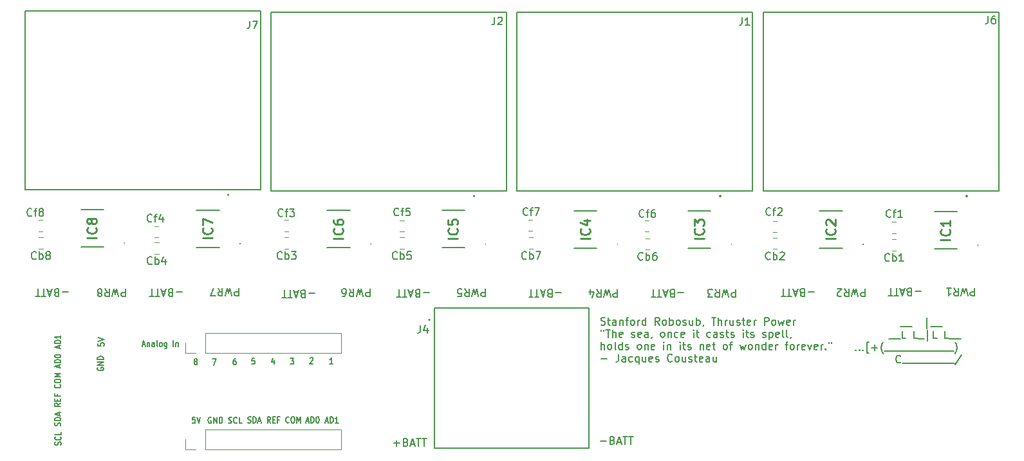
<source format=gbr>
%TF.GenerationSoftware,KiCad,Pcbnew,8.0.3*%
%TF.CreationDate,2025-02-02T18:29:45-08:00*%
%TF.ProjectId,Power_Distribution,506f7765-725f-4446-9973-747269627574,rev?*%
%TF.SameCoordinates,Original*%
%TF.FileFunction,Legend,Top*%
%TF.FilePolarity,Positive*%
%FSLAX46Y46*%
G04 Gerber Fmt 4.6, Leading zero omitted, Abs format (unit mm)*
G04 Created by KiCad (PCBNEW 8.0.3) date 2025-02-02 18:29:45*
%MOMM*%
%LPD*%
G01*
G04 APERTURE LIST*
%ADD10C,0.150000*%
%ADD11C,0.254000*%
%ADD12C,0.200000*%
%ADD13C,0.100000*%
%ADD14C,0.120000*%
%ADD15C,0.127000*%
G04 APERTURE END LIST*
D10*
X197659029Y-95414425D02*
X198420933Y-95414425D01*
X198420934Y-95414425D02*
X199182838Y-95414425D01*
X201182839Y-95652520D02*
X201182839Y-94223948D01*
X201659030Y-95414425D02*
X202420934Y-95414425D01*
X202420935Y-95414425D02*
X203182839Y-95414425D01*
X196135219Y-97024369D02*
X196897123Y-97024369D01*
X196897124Y-97024369D02*
X197659028Y-97024369D01*
X198373314Y-96929131D02*
X197897124Y-96929131D01*
X197897124Y-96929131D02*
X197897124Y-95929131D01*
X199944743Y-96929131D02*
X199468553Y-96929131D01*
X199468553Y-96929131D02*
X199468553Y-95929131D01*
X200039982Y-97024369D02*
X200801886Y-97024369D01*
X201278077Y-97262464D02*
X201278077Y-95833892D01*
X202468553Y-96929131D02*
X201992363Y-96929131D01*
X201992363Y-96929131D02*
X201992363Y-95929131D01*
X204039982Y-96929131D02*
X203563792Y-96929131D01*
X203563792Y-96929131D02*
X203563792Y-95929131D01*
X204135221Y-97024369D02*
X204897125Y-97024369D01*
X204897126Y-97024369D02*
X205659030Y-97024369D01*
X191801884Y-98443836D02*
X191849503Y-98491456D01*
X191849503Y-98491456D02*
X191801884Y-98539075D01*
X191801884Y-98539075D02*
X191754265Y-98491456D01*
X191754265Y-98491456D02*
X191801884Y-98443836D01*
X191801884Y-98443836D02*
X191801884Y-98539075D01*
X192278074Y-98443836D02*
X192325693Y-98491456D01*
X192325693Y-98491456D02*
X192278074Y-98539075D01*
X192278074Y-98539075D02*
X192230455Y-98491456D01*
X192230455Y-98491456D02*
X192278074Y-98443836D01*
X192278074Y-98443836D02*
X192278074Y-98539075D01*
X192754264Y-98443836D02*
X192801883Y-98491456D01*
X192801883Y-98491456D02*
X192754264Y-98539075D01*
X192754264Y-98539075D02*
X192706645Y-98491456D01*
X192706645Y-98491456D02*
X192754264Y-98443836D01*
X192754264Y-98443836D02*
X192754264Y-98539075D01*
X193516168Y-98872408D02*
X193278073Y-98872408D01*
X193278073Y-98872408D02*
X193278073Y-97443836D01*
X193278073Y-97443836D02*
X193516168Y-97443836D01*
X193897121Y-98158122D02*
X194659026Y-98158122D01*
X194278073Y-98539075D02*
X194278073Y-97777170D01*
X195420930Y-98920027D02*
X195373311Y-98872408D01*
X195373311Y-98872408D02*
X195278073Y-98729551D01*
X195278073Y-98729551D02*
X195230454Y-98634313D01*
X195230454Y-98634313D02*
X195182835Y-98491456D01*
X195182835Y-98491456D02*
X195135216Y-98253360D01*
X195135216Y-98253360D02*
X195135216Y-98062884D01*
X195135216Y-98062884D02*
X195182835Y-97824789D01*
X195182835Y-97824789D02*
X195230454Y-97681932D01*
X195230454Y-97681932D02*
X195278073Y-97586694D01*
X195278073Y-97586694D02*
X195373311Y-97443836D01*
X195373311Y-97443836D02*
X195420930Y-97396217D01*
X195563788Y-98634313D02*
X196325692Y-98634313D01*
X196325693Y-98634313D02*
X197087597Y-98634313D01*
X197087598Y-98634313D02*
X197849502Y-98634313D01*
X197849503Y-98634313D02*
X198611407Y-98634313D01*
X198611408Y-98634313D02*
X199373312Y-98634313D01*
X199373313Y-98634313D02*
X200135217Y-98634313D01*
X200135218Y-98634313D02*
X200897122Y-98634313D01*
X200897123Y-98634313D02*
X201659027Y-98634313D01*
X201659028Y-98634313D02*
X202420932Y-98634313D01*
X202420933Y-98634313D02*
X203182837Y-98634313D01*
X203182838Y-98634313D02*
X203944742Y-98634313D01*
X203944743Y-98634313D02*
X204706647Y-98634313D01*
X204849505Y-98920027D02*
X204897124Y-98872408D01*
X204897124Y-98872408D02*
X204992362Y-98729551D01*
X204992362Y-98729551D02*
X205039981Y-98634313D01*
X205039981Y-98634313D02*
X205087600Y-98491456D01*
X205087600Y-98491456D02*
X205135219Y-98253360D01*
X205135219Y-98253360D02*
X205135219Y-98062884D01*
X205135219Y-98062884D02*
X205087600Y-97824789D01*
X205087600Y-97824789D02*
X205039981Y-97681932D01*
X205039981Y-97681932D02*
X204992362Y-97586694D01*
X204992362Y-97586694D02*
X204897124Y-97443836D01*
X204897124Y-97443836D02*
X204849505Y-97396217D01*
X197706647Y-100053780D02*
X197659028Y-100101400D01*
X197659028Y-100101400D02*
X197516171Y-100149019D01*
X197516171Y-100149019D02*
X197420933Y-100149019D01*
X197420933Y-100149019D02*
X197278076Y-100101400D01*
X197278076Y-100101400D02*
X197182838Y-100006161D01*
X197182838Y-100006161D02*
X197135219Y-99910923D01*
X197135219Y-99910923D02*
X197087600Y-99720447D01*
X197087600Y-99720447D02*
X197087600Y-99577590D01*
X197087600Y-99577590D02*
X197135219Y-99387114D01*
X197135219Y-99387114D02*
X197182838Y-99291876D01*
X197182838Y-99291876D02*
X197278076Y-99196638D01*
X197278076Y-99196638D02*
X197420933Y-99149019D01*
X197420933Y-99149019D02*
X197516171Y-99149019D01*
X197516171Y-99149019D02*
X197659028Y-99196638D01*
X197659028Y-99196638D02*
X197706647Y-99244257D01*
X197897124Y-100244257D02*
X198659028Y-100244257D01*
X198659029Y-100244257D02*
X199420933Y-100244257D01*
X199420934Y-100244257D02*
X200182838Y-100244257D01*
X200182839Y-100244257D02*
X200944743Y-100244257D01*
X200944744Y-100244257D02*
X201706648Y-100244257D01*
X201706649Y-100244257D02*
X202468553Y-100244257D01*
X202468554Y-100244257D02*
X203230458Y-100244257D01*
X203230459Y-100244257D02*
X203992363Y-100244257D01*
X203992364Y-100244257D02*
X204754268Y-100244257D01*
X205706649Y-99101400D02*
X204849507Y-100387114D01*
X158277160Y-95119168D02*
X158420017Y-95166787D01*
X158420017Y-95166787D02*
X158658112Y-95166787D01*
X158658112Y-95166787D02*
X158753350Y-95119168D01*
X158753350Y-95119168D02*
X158800969Y-95071548D01*
X158800969Y-95071548D02*
X158848588Y-94976310D01*
X158848588Y-94976310D02*
X158848588Y-94881072D01*
X158848588Y-94881072D02*
X158800969Y-94785834D01*
X158800969Y-94785834D02*
X158753350Y-94738215D01*
X158753350Y-94738215D02*
X158658112Y-94690596D01*
X158658112Y-94690596D02*
X158467636Y-94642977D01*
X158467636Y-94642977D02*
X158372398Y-94595358D01*
X158372398Y-94595358D02*
X158324779Y-94547739D01*
X158324779Y-94547739D02*
X158277160Y-94452501D01*
X158277160Y-94452501D02*
X158277160Y-94357263D01*
X158277160Y-94357263D02*
X158324779Y-94262025D01*
X158324779Y-94262025D02*
X158372398Y-94214406D01*
X158372398Y-94214406D02*
X158467636Y-94166787D01*
X158467636Y-94166787D02*
X158705731Y-94166787D01*
X158705731Y-94166787D02*
X158848588Y-94214406D01*
X159134303Y-94500120D02*
X159515255Y-94500120D01*
X159277160Y-94166787D02*
X159277160Y-95023929D01*
X159277160Y-95023929D02*
X159324779Y-95119168D01*
X159324779Y-95119168D02*
X159420017Y-95166787D01*
X159420017Y-95166787D02*
X159515255Y-95166787D01*
X160277160Y-95166787D02*
X160277160Y-94642977D01*
X160277160Y-94642977D02*
X160229541Y-94547739D01*
X160229541Y-94547739D02*
X160134303Y-94500120D01*
X160134303Y-94500120D02*
X159943827Y-94500120D01*
X159943827Y-94500120D02*
X159848589Y-94547739D01*
X160277160Y-95119168D02*
X160181922Y-95166787D01*
X160181922Y-95166787D02*
X159943827Y-95166787D01*
X159943827Y-95166787D02*
X159848589Y-95119168D01*
X159848589Y-95119168D02*
X159800970Y-95023929D01*
X159800970Y-95023929D02*
X159800970Y-94928691D01*
X159800970Y-94928691D02*
X159848589Y-94833453D01*
X159848589Y-94833453D02*
X159943827Y-94785834D01*
X159943827Y-94785834D02*
X160181922Y-94785834D01*
X160181922Y-94785834D02*
X160277160Y-94738215D01*
X160753351Y-94500120D02*
X160753351Y-95166787D01*
X160753351Y-94595358D02*
X160800970Y-94547739D01*
X160800970Y-94547739D02*
X160896208Y-94500120D01*
X160896208Y-94500120D02*
X161039065Y-94500120D01*
X161039065Y-94500120D02*
X161134303Y-94547739D01*
X161134303Y-94547739D02*
X161181922Y-94642977D01*
X161181922Y-94642977D02*
X161181922Y-95166787D01*
X161515256Y-94500120D02*
X161896208Y-94500120D01*
X161658113Y-95166787D02*
X161658113Y-94309644D01*
X161658113Y-94309644D02*
X161705732Y-94214406D01*
X161705732Y-94214406D02*
X161800970Y-94166787D01*
X161800970Y-94166787D02*
X161896208Y-94166787D01*
X162372399Y-95166787D02*
X162277161Y-95119168D01*
X162277161Y-95119168D02*
X162229542Y-95071548D01*
X162229542Y-95071548D02*
X162181923Y-94976310D01*
X162181923Y-94976310D02*
X162181923Y-94690596D01*
X162181923Y-94690596D02*
X162229542Y-94595358D01*
X162229542Y-94595358D02*
X162277161Y-94547739D01*
X162277161Y-94547739D02*
X162372399Y-94500120D01*
X162372399Y-94500120D02*
X162515256Y-94500120D01*
X162515256Y-94500120D02*
X162610494Y-94547739D01*
X162610494Y-94547739D02*
X162658113Y-94595358D01*
X162658113Y-94595358D02*
X162705732Y-94690596D01*
X162705732Y-94690596D02*
X162705732Y-94976310D01*
X162705732Y-94976310D02*
X162658113Y-95071548D01*
X162658113Y-95071548D02*
X162610494Y-95119168D01*
X162610494Y-95119168D02*
X162515256Y-95166787D01*
X162515256Y-95166787D02*
X162372399Y-95166787D01*
X163134304Y-95166787D02*
X163134304Y-94500120D01*
X163134304Y-94690596D02*
X163181923Y-94595358D01*
X163181923Y-94595358D02*
X163229542Y-94547739D01*
X163229542Y-94547739D02*
X163324780Y-94500120D01*
X163324780Y-94500120D02*
X163420018Y-94500120D01*
X164181923Y-95166787D02*
X164181923Y-94166787D01*
X164181923Y-95119168D02*
X164086685Y-95166787D01*
X164086685Y-95166787D02*
X163896209Y-95166787D01*
X163896209Y-95166787D02*
X163800971Y-95119168D01*
X163800971Y-95119168D02*
X163753352Y-95071548D01*
X163753352Y-95071548D02*
X163705733Y-94976310D01*
X163705733Y-94976310D02*
X163705733Y-94690596D01*
X163705733Y-94690596D02*
X163753352Y-94595358D01*
X163753352Y-94595358D02*
X163800971Y-94547739D01*
X163800971Y-94547739D02*
X163896209Y-94500120D01*
X163896209Y-94500120D02*
X164086685Y-94500120D01*
X164086685Y-94500120D02*
X164181923Y-94547739D01*
X165991447Y-95166787D02*
X165658114Y-94690596D01*
X165420019Y-95166787D02*
X165420019Y-94166787D01*
X165420019Y-94166787D02*
X165800971Y-94166787D01*
X165800971Y-94166787D02*
X165896209Y-94214406D01*
X165896209Y-94214406D02*
X165943828Y-94262025D01*
X165943828Y-94262025D02*
X165991447Y-94357263D01*
X165991447Y-94357263D02*
X165991447Y-94500120D01*
X165991447Y-94500120D02*
X165943828Y-94595358D01*
X165943828Y-94595358D02*
X165896209Y-94642977D01*
X165896209Y-94642977D02*
X165800971Y-94690596D01*
X165800971Y-94690596D02*
X165420019Y-94690596D01*
X166562876Y-95166787D02*
X166467638Y-95119168D01*
X166467638Y-95119168D02*
X166420019Y-95071548D01*
X166420019Y-95071548D02*
X166372400Y-94976310D01*
X166372400Y-94976310D02*
X166372400Y-94690596D01*
X166372400Y-94690596D02*
X166420019Y-94595358D01*
X166420019Y-94595358D02*
X166467638Y-94547739D01*
X166467638Y-94547739D02*
X166562876Y-94500120D01*
X166562876Y-94500120D02*
X166705733Y-94500120D01*
X166705733Y-94500120D02*
X166800971Y-94547739D01*
X166800971Y-94547739D02*
X166848590Y-94595358D01*
X166848590Y-94595358D02*
X166896209Y-94690596D01*
X166896209Y-94690596D02*
X166896209Y-94976310D01*
X166896209Y-94976310D02*
X166848590Y-95071548D01*
X166848590Y-95071548D02*
X166800971Y-95119168D01*
X166800971Y-95119168D02*
X166705733Y-95166787D01*
X166705733Y-95166787D02*
X166562876Y-95166787D01*
X167324781Y-95166787D02*
X167324781Y-94166787D01*
X167324781Y-94547739D02*
X167420019Y-94500120D01*
X167420019Y-94500120D02*
X167610495Y-94500120D01*
X167610495Y-94500120D02*
X167705733Y-94547739D01*
X167705733Y-94547739D02*
X167753352Y-94595358D01*
X167753352Y-94595358D02*
X167800971Y-94690596D01*
X167800971Y-94690596D02*
X167800971Y-94976310D01*
X167800971Y-94976310D02*
X167753352Y-95071548D01*
X167753352Y-95071548D02*
X167705733Y-95119168D01*
X167705733Y-95119168D02*
X167610495Y-95166787D01*
X167610495Y-95166787D02*
X167420019Y-95166787D01*
X167420019Y-95166787D02*
X167324781Y-95119168D01*
X168372400Y-95166787D02*
X168277162Y-95119168D01*
X168277162Y-95119168D02*
X168229543Y-95071548D01*
X168229543Y-95071548D02*
X168181924Y-94976310D01*
X168181924Y-94976310D02*
X168181924Y-94690596D01*
X168181924Y-94690596D02*
X168229543Y-94595358D01*
X168229543Y-94595358D02*
X168277162Y-94547739D01*
X168277162Y-94547739D02*
X168372400Y-94500120D01*
X168372400Y-94500120D02*
X168515257Y-94500120D01*
X168515257Y-94500120D02*
X168610495Y-94547739D01*
X168610495Y-94547739D02*
X168658114Y-94595358D01*
X168658114Y-94595358D02*
X168705733Y-94690596D01*
X168705733Y-94690596D02*
X168705733Y-94976310D01*
X168705733Y-94976310D02*
X168658114Y-95071548D01*
X168658114Y-95071548D02*
X168610495Y-95119168D01*
X168610495Y-95119168D02*
X168515257Y-95166787D01*
X168515257Y-95166787D02*
X168372400Y-95166787D01*
X169086686Y-95119168D02*
X169181924Y-95166787D01*
X169181924Y-95166787D02*
X169372400Y-95166787D01*
X169372400Y-95166787D02*
X169467638Y-95119168D01*
X169467638Y-95119168D02*
X169515257Y-95023929D01*
X169515257Y-95023929D02*
X169515257Y-94976310D01*
X169515257Y-94976310D02*
X169467638Y-94881072D01*
X169467638Y-94881072D02*
X169372400Y-94833453D01*
X169372400Y-94833453D02*
X169229543Y-94833453D01*
X169229543Y-94833453D02*
X169134305Y-94785834D01*
X169134305Y-94785834D02*
X169086686Y-94690596D01*
X169086686Y-94690596D02*
X169086686Y-94642977D01*
X169086686Y-94642977D02*
X169134305Y-94547739D01*
X169134305Y-94547739D02*
X169229543Y-94500120D01*
X169229543Y-94500120D02*
X169372400Y-94500120D01*
X169372400Y-94500120D02*
X169467638Y-94547739D01*
X170372400Y-94500120D02*
X170372400Y-95166787D01*
X169943829Y-94500120D02*
X169943829Y-95023929D01*
X169943829Y-95023929D02*
X169991448Y-95119168D01*
X169991448Y-95119168D02*
X170086686Y-95166787D01*
X170086686Y-95166787D02*
X170229543Y-95166787D01*
X170229543Y-95166787D02*
X170324781Y-95119168D01*
X170324781Y-95119168D02*
X170372400Y-95071548D01*
X170848591Y-95166787D02*
X170848591Y-94166787D01*
X170848591Y-94547739D02*
X170943829Y-94500120D01*
X170943829Y-94500120D02*
X171134305Y-94500120D01*
X171134305Y-94500120D02*
X171229543Y-94547739D01*
X171229543Y-94547739D02*
X171277162Y-94595358D01*
X171277162Y-94595358D02*
X171324781Y-94690596D01*
X171324781Y-94690596D02*
X171324781Y-94976310D01*
X171324781Y-94976310D02*
X171277162Y-95071548D01*
X171277162Y-95071548D02*
X171229543Y-95119168D01*
X171229543Y-95119168D02*
X171134305Y-95166787D01*
X171134305Y-95166787D02*
X170943829Y-95166787D01*
X170943829Y-95166787D02*
X170848591Y-95119168D01*
X171800972Y-95119168D02*
X171800972Y-95166787D01*
X171800972Y-95166787D02*
X171753353Y-95262025D01*
X171753353Y-95262025D02*
X171705734Y-95309644D01*
X172848591Y-94166787D02*
X173420019Y-94166787D01*
X173134305Y-95166787D02*
X173134305Y-94166787D01*
X173753353Y-95166787D02*
X173753353Y-94166787D01*
X174181924Y-95166787D02*
X174181924Y-94642977D01*
X174181924Y-94642977D02*
X174134305Y-94547739D01*
X174134305Y-94547739D02*
X174039067Y-94500120D01*
X174039067Y-94500120D02*
X173896210Y-94500120D01*
X173896210Y-94500120D02*
X173800972Y-94547739D01*
X173800972Y-94547739D02*
X173753353Y-94595358D01*
X174658115Y-95166787D02*
X174658115Y-94500120D01*
X174658115Y-94690596D02*
X174705734Y-94595358D01*
X174705734Y-94595358D02*
X174753353Y-94547739D01*
X174753353Y-94547739D02*
X174848591Y-94500120D01*
X174848591Y-94500120D02*
X174943829Y-94500120D01*
X175705734Y-94500120D02*
X175705734Y-95166787D01*
X175277163Y-94500120D02*
X175277163Y-95023929D01*
X175277163Y-95023929D02*
X175324782Y-95119168D01*
X175324782Y-95119168D02*
X175420020Y-95166787D01*
X175420020Y-95166787D02*
X175562877Y-95166787D01*
X175562877Y-95166787D02*
X175658115Y-95119168D01*
X175658115Y-95119168D02*
X175705734Y-95071548D01*
X176134306Y-95119168D02*
X176229544Y-95166787D01*
X176229544Y-95166787D02*
X176420020Y-95166787D01*
X176420020Y-95166787D02*
X176515258Y-95119168D01*
X176515258Y-95119168D02*
X176562877Y-95023929D01*
X176562877Y-95023929D02*
X176562877Y-94976310D01*
X176562877Y-94976310D02*
X176515258Y-94881072D01*
X176515258Y-94881072D02*
X176420020Y-94833453D01*
X176420020Y-94833453D02*
X176277163Y-94833453D01*
X176277163Y-94833453D02*
X176181925Y-94785834D01*
X176181925Y-94785834D02*
X176134306Y-94690596D01*
X176134306Y-94690596D02*
X176134306Y-94642977D01*
X176134306Y-94642977D02*
X176181925Y-94547739D01*
X176181925Y-94547739D02*
X176277163Y-94500120D01*
X176277163Y-94500120D02*
X176420020Y-94500120D01*
X176420020Y-94500120D02*
X176515258Y-94547739D01*
X176848592Y-94500120D02*
X177229544Y-94500120D01*
X176991449Y-94166787D02*
X176991449Y-95023929D01*
X176991449Y-95023929D02*
X177039068Y-95119168D01*
X177039068Y-95119168D02*
X177134306Y-95166787D01*
X177134306Y-95166787D02*
X177229544Y-95166787D01*
X177943830Y-95119168D02*
X177848592Y-95166787D01*
X177848592Y-95166787D02*
X177658116Y-95166787D01*
X177658116Y-95166787D02*
X177562878Y-95119168D01*
X177562878Y-95119168D02*
X177515259Y-95023929D01*
X177515259Y-95023929D02*
X177515259Y-94642977D01*
X177515259Y-94642977D02*
X177562878Y-94547739D01*
X177562878Y-94547739D02*
X177658116Y-94500120D01*
X177658116Y-94500120D02*
X177848592Y-94500120D01*
X177848592Y-94500120D02*
X177943830Y-94547739D01*
X177943830Y-94547739D02*
X177991449Y-94642977D01*
X177991449Y-94642977D02*
X177991449Y-94738215D01*
X177991449Y-94738215D02*
X177515259Y-94833453D01*
X178420021Y-95166787D02*
X178420021Y-94500120D01*
X178420021Y-94690596D02*
X178467640Y-94595358D01*
X178467640Y-94595358D02*
X178515259Y-94547739D01*
X178515259Y-94547739D02*
X178610497Y-94500120D01*
X178610497Y-94500120D02*
X178705735Y-94500120D01*
X179800974Y-95166787D02*
X179800974Y-94166787D01*
X179800974Y-94166787D02*
X180181926Y-94166787D01*
X180181926Y-94166787D02*
X180277164Y-94214406D01*
X180277164Y-94214406D02*
X180324783Y-94262025D01*
X180324783Y-94262025D02*
X180372402Y-94357263D01*
X180372402Y-94357263D02*
X180372402Y-94500120D01*
X180372402Y-94500120D02*
X180324783Y-94595358D01*
X180324783Y-94595358D02*
X180277164Y-94642977D01*
X180277164Y-94642977D02*
X180181926Y-94690596D01*
X180181926Y-94690596D02*
X179800974Y-94690596D01*
X180943831Y-95166787D02*
X180848593Y-95119168D01*
X180848593Y-95119168D02*
X180800974Y-95071548D01*
X180800974Y-95071548D02*
X180753355Y-94976310D01*
X180753355Y-94976310D02*
X180753355Y-94690596D01*
X180753355Y-94690596D02*
X180800974Y-94595358D01*
X180800974Y-94595358D02*
X180848593Y-94547739D01*
X180848593Y-94547739D02*
X180943831Y-94500120D01*
X180943831Y-94500120D02*
X181086688Y-94500120D01*
X181086688Y-94500120D02*
X181181926Y-94547739D01*
X181181926Y-94547739D02*
X181229545Y-94595358D01*
X181229545Y-94595358D02*
X181277164Y-94690596D01*
X181277164Y-94690596D02*
X181277164Y-94976310D01*
X181277164Y-94976310D02*
X181229545Y-95071548D01*
X181229545Y-95071548D02*
X181181926Y-95119168D01*
X181181926Y-95119168D02*
X181086688Y-95166787D01*
X181086688Y-95166787D02*
X180943831Y-95166787D01*
X181610498Y-94500120D02*
X181800974Y-95166787D01*
X181800974Y-95166787D02*
X181991450Y-94690596D01*
X181991450Y-94690596D02*
X182181926Y-95166787D01*
X182181926Y-95166787D02*
X182372402Y-94500120D01*
X183134307Y-95119168D02*
X183039069Y-95166787D01*
X183039069Y-95166787D02*
X182848593Y-95166787D01*
X182848593Y-95166787D02*
X182753355Y-95119168D01*
X182753355Y-95119168D02*
X182705736Y-95023929D01*
X182705736Y-95023929D02*
X182705736Y-94642977D01*
X182705736Y-94642977D02*
X182753355Y-94547739D01*
X182753355Y-94547739D02*
X182848593Y-94500120D01*
X182848593Y-94500120D02*
X183039069Y-94500120D01*
X183039069Y-94500120D02*
X183134307Y-94547739D01*
X183134307Y-94547739D02*
X183181926Y-94642977D01*
X183181926Y-94642977D02*
X183181926Y-94738215D01*
X183181926Y-94738215D02*
X182705736Y-94833453D01*
X183610498Y-95166787D02*
X183610498Y-94500120D01*
X183610498Y-94690596D02*
X183658117Y-94595358D01*
X183658117Y-94595358D02*
X183705736Y-94547739D01*
X183705736Y-94547739D02*
X183800974Y-94500120D01*
X183800974Y-94500120D02*
X183896212Y-94500120D01*
X158277160Y-95776731D02*
X158277160Y-95967207D01*
X158658112Y-95776731D02*
X158658112Y-95967207D01*
X158943827Y-95776731D02*
X159515255Y-95776731D01*
X159229541Y-96776731D02*
X159229541Y-95776731D01*
X159848589Y-96776731D02*
X159848589Y-95776731D01*
X160277160Y-96776731D02*
X160277160Y-96252921D01*
X160277160Y-96252921D02*
X160229541Y-96157683D01*
X160229541Y-96157683D02*
X160134303Y-96110064D01*
X160134303Y-96110064D02*
X159991446Y-96110064D01*
X159991446Y-96110064D02*
X159896208Y-96157683D01*
X159896208Y-96157683D02*
X159848589Y-96205302D01*
X161134303Y-96729112D02*
X161039065Y-96776731D01*
X161039065Y-96776731D02*
X160848589Y-96776731D01*
X160848589Y-96776731D02*
X160753351Y-96729112D01*
X160753351Y-96729112D02*
X160705732Y-96633873D01*
X160705732Y-96633873D02*
X160705732Y-96252921D01*
X160705732Y-96252921D02*
X160753351Y-96157683D01*
X160753351Y-96157683D02*
X160848589Y-96110064D01*
X160848589Y-96110064D02*
X161039065Y-96110064D01*
X161039065Y-96110064D02*
X161134303Y-96157683D01*
X161134303Y-96157683D02*
X161181922Y-96252921D01*
X161181922Y-96252921D02*
X161181922Y-96348159D01*
X161181922Y-96348159D02*
X160705732Y-96443397D01*
X162324780Y-96729112D02*
X162420018Y-96776731D01*
X162420018Y-96776731D02*
X162610494Y-96776731D01*
X162610494Y-96776731D02*
X162705732Y-96729112D01*
X162705732Y-96729112D02*
X162753351Y-96633873D01*
X162753351Y-96633873D02*
X162753351Y-96586254D01*
X162753351Y-96586254D02*
X162705732Y-96491016D01*
X162705732Y-96491016D02*
X162610494Y-96443397D01*
X162610494Y-96443397D02*
X162467637Y-96443397D01*
X162467637Y-96443397D02*
X162372399Y-96395778D01*
X162372399Y-96395778D02*
X162324780Y-96300540D01*
X162324780Y-96300540D02*
X162324780Y-96252921D01*
X162324780Y-96252921D02*
X162372399Y-96157683D01*
X162372399Y-96157683D02*
X162467637Y-96110064D01*
X162467637Y-96110064D02*
X162610494Y-96110064D01*
X162610494Y-96110064D02*
X162705732Y-96157683D01*
X163562875Y-96729112D02*
X163467637Y-96776731D01*
X163467637Y-96776731D02*
X163277161Y-96776731D01*
X163277161Y-96776731D02*
X163181923Y-96729112D01*
X163181923Y-96729112D02*
X163134304Y-96633873D01*
X163134304Y-96633873D02*
X163134304Y-96252921D01*
X163134304Y-96252921D02*
X163181923Y-96157683D01*
X163181923Y-96157683D02*
X163277161Y-96110064D01*
X163277161Y-96110064D02*
X163467637Y-96110064D01*
X163467637Y-96110064D02*
X163562875Y-96157683D01*
X163562875Y-96157683D02*
X163610494Y-96252921D01*
X163610494Y-96252921D02*
X163610494Y-96348159D01*
X163610494Y-96348159D02*
X163134304Y-96443397D01*
X164467637Y-96776731D02*
X164467637Y-96252921D01*
X164467637Y-96252921D02*
X164420018Y-96157683D01*
X164420018Y-96157683D02*
X164324780Y-96110064D01*
X164324780Y-96110064D02*
X164134304Y-96110064D01*
X164134304Y-96110064D02*
X164039066Y-96157683D01*
X164467637Y-96729112D02*
X164372399Y-96776731D01*
X164372399Y-96776731D02*
X164134304Y-96776731D01*
X164134304Y-96776731D02*
X164039066Y-96729112D01*
X164039066Y-96729112D02*
X163991447Y-96633873D01*
X163991447Y-96633873D02*
X163991447Y-96538635D01*
X163991447Y-96538635D02*
X164039066Y-96443397D01*
X164039066Y-96443397D02*
X164134304Y-96395778D01*
X164134304Y-96395778D02*
X164372399Y-96395778D01*
X164372399Y-96395778D02*
X164467637Y-96348159D01*
X164991447Y-96729112D02*
X164991447Y-96776731D01*
X164991447Y-96776731D02*
X164943828Y-96871969D01*
X164943828Y-96871969D02*
X164896209Y-96919588D01*
X166324780Y-96776731D02*
X166229542Y-96729112D01*
X166229542Y-96729112D02*
X166181923Y-96681492D01*
X166181923Y-96681492D02*
X166134304Y-96586254D01*
X166134304Y-96586254D02*
X166134304Y-96300540D01*
X166134304Y-96300540D02*
X166181923Y-96205302D01*
X166181923Y-96205302D02*
X166229542Y-96157683D01*
X166229542Y-96157683D02*
X166324780Y-96110064D01*
X166324780Y-96110064D02*
X166467637Y-96110064D01*
X166467637Y-96110064D02*
X166562875Y-96157683D01*
X166562875Y-96157683D02*
X166610494Y-96205302D01*
X166610494Y-96205302D02*
X166658113Y-96300540D01*
X166658113Y-96300540D02*
X166658113Y-96586254D01*
X166658113Y-96586254D02*
X166610494Y-96681492D01*
X166610494Y-96681492D02*
X166562875Y-96729112D01*
X166562875Y-96729112D02*
X166467637Y-96776731D01*
X166467637Y-96776731D02*
X166324780Y-96776731D01*
X167086685Y-96110064D02*
X167086685Y-96776731D01*
X167086685Y-96205302D02*
X167134304Y-96157683D01*
X167134304Y-96157683D02*
X167229542Y-96110064D01*
X167229542Y-96110064D02*
X167372399Y-96110064D01*
X167372399Y-96110064D02*
X167467637Y-96157683D01*
X167467637Y-96157683D02*
X167515256Y-96252921D01*
X167515256Y-96252921D02*
X167515256Y-96776731D01*
X168420018Y-96729112D02*
X168324780Y-96776731D01*
X168324780Y-96776731D02*
X168134304Y-96776731D01*
X168134304Y-96776731D02*
X168039066Y-96729112D01*
X168039066Y-96729112D02*
X167991447Y-96681492D01*
X167991447Y-96681492D02*
X167943828Y-96586254D01*
X167943828Y-96586254D02*
X167943828Y-96300540D01*
X167943828Y-96300540D02*
X167991447Y-96205302D01*
X167991447Y-96205302D02*
X168039066Y-96157683D01*
X168039066Y-96157683D02*
X168134304Y-96110064D01*
X168134304Y-96110064D02*
X168324780Y-96110064D01*
X168324780Y-96110064D02*
X168420018Y-96157683D01*
X169229542Y-96729112D02*
X169134304Y-96776731D01*
X169134304Y-96776731D02*
X168943828Y-96776731D01*
X168943828Y-96776731D02*
X168848590Y-96729112D01*
X168848590Y-96729112D02*
X168800971Y-96633873D01*
X168800971Y-96633873D02*
X168800971Y-96252921D01*
X168800971Y-96252921D02*
X168848590Y-96157683D01*
X168848590Y-96157683D02*
X168943828Y-96110064D01*
X168943828Y-96110064D02*
X169134304Y-96110064D01*
X169134304Y-96110064D02*
X169229542Y-96157683D01*
X169229542Y-96157683D02*
X169277161Y-96252921D01*
X169277161Y-96252921D02*
X169277161Y-96348159D01*
X169277161Y-96348159D02*
X168800971Y-96443397D01*
X170467638Y-96776731D02*
X170467638Y-96110064D01*
X170467638Y-95776731D02*
X170420019Y-95824350D01*
X170420019Y-95824350D02*
X170467638Y-95871969D01*
X170467638Y-95871969D02*
X170515257Y-95824350D01*
X170515257Y-95824350D02*
X170467638Y-95776731D01*
X170467638Y-95776731D02*
X170467638Y-95871969D01*
X170800971Y-96110064D02*
X171181923Y-96110064D01*
X170943828Y-95776731D02*
X170943828Y-96633873D01*
X170943828Y-96633873D02*
X170991447Y-96729112D01*
X170991447Y-96729112D02*
X171086685Y-96776731D01*
X171086685Y-96776731D02*
X171181923Y-96776731D01*
X172705733Y-96729112D02*
X172610495Y-96776731D01*
X172610495Y-96776731D02*
X172420019Y-96776731D01*
X172420019Y-96776731D02*
X172324781Y-96729112D01*
X172324781Y-96729112D02*
X172277162Y-96681492D01*
X172277162Y-96681492D02*
X172229543Y-96586254D01*
X172229543Y-96586254D02*
X172229543Y-96300540D01*
X172229543Y-96300540D02*
X172277162Y-96205302D01*
X172277162Y-96205302D02*
X172324781Y-96157683D01*
X172324781Y-96157683D02*
X172420019Y-96110064D01*
X172420019Y-96110064D02*
X172610495Y-96110064D01*
X172610495Y-96110064D02*
X172705733Y-96157683D01*
X173562876Y-96776731D02*
X173562876Y-96252921D01*
X173562876Y-96252921D02*
X173515257Y-96157683D01*
X173515257Y-96157683D02*
X173420019Y-96110064D01*
X173420019Y-96110064D02*
X173229543Y-96110064D01*
X173229543Y-96110064D02*
X173134305Y-96157683D01*
X173562876Y-96729112D02*
X173467638Y-96776731D01*
X173467638Y-96776731D02*
X173229543Y-96776731D01*
X173229543Y-96776731D02*
X173134305Y-96729112D01*
X173134305Y-96729112D02*
X173086686Y-96633873D01*
X173086686Y-96633873D02*
X173086686Y-96538635D01*
X173086686Y-96538635D02*
X173134305Y-96443397D01*
X173134305Y-96443397D02*
X173229543Y-96395778D01*
X173229543Y-96395778D02*
X173467638Y-96395778D01*
X173467638Y-96395778D02*
X173562876Y-96348159D01*
X173991448Y-96729112D02*
X174086686Y-96776731D01*
X174086686Y-96776731D02*
X174277162Y-96776731D01*
X174277162Y-96776731D02*
X174372400Y-96729112D01*
X174372400Y-96729112D02*
X174420019Y-96633873D01*
X174420019Y-96633873D02*
X174420019Y-96586254D01*
X174420019Y-96586254D02*
X174372400Y-96491016D01*
X174372400Y-96491016D02*
X174277162Y-96443397D01*
X174277162Y-96443397D02*
X174134305Y-96443397D01*
X174134305Y-96443397D02*
X174039067Y-96395778D01*
X174039067Y-96395778D02*
X173991448Y-96300540D01*
X173991448Y-96300540D02*
X173991448Y-96252921D01*
X173991448Y-96252921D02*
X174039067Y-96157683D01*
X174039067Y-96157683D02*
X174134305Y-96110064D01*
X174134305Y-96110064D02*
X174277162Y-96110064D01*
X174277162Y-96110064D02*
X174372400Y-96157683D01*
X174705734Y-96110064D02*
X175086686Y-96110064D01*
X174848591Y-95776731D02*
X174848591Y-96633873D01*
X174848591Y-96633873D02*
X174896210Y-96729112D01*
X174896210Y-96729112D02*
X174991448Y-96776731D01*
X174991448Y-96776731D02*
X175086686Y-96776731D01*
X175372401Y-96729112D02*
X175467639Y-96776731D01*
X175467639Y-96776731D02*
X175658115Y-96776731D01*
X175658115Y-96776731D02*
X175753353Y-96729112D01*
X175753353Y-96729112D02*
X175800972Y-96633873D01*
X175800972Y-96633873D02*
X175800972Y-96586254D01*
X175800972Y-96586254D02*
X175753353Y-96491016D01*
X175753353Y-96491016D02*
X175658115Y-96443397D01*
X175658115Y-96443397D02*
X175515258Y-96443397D01*
X175515258Y-96443397D02*
X175420020Y-96395778D01*
X175420020Y-96395778D02*
X175372401Y-96300540D01*
X175372401Y-96300540D02*
X175372401Y-96252921D01*
X175372401Y-96252921D02*
X175420020Y-96157683D01*
X175420020Y-96157683D02*
X175515258Y-96110064D01*
X175515258Y-96110064D02*
X175658115Y-96110064D01*
X175658115Y-96110064D02*
X175753353Y-96157683D01*
X176991449Y-96776731D02*
X176991449Y-96110064D01*
X176991449Y-95776731D02*
X176943830Y-95824350D01*
X176943830Y-95824350D02*
X176991449Y-95871969D01*
X176991449Y-95871969D02*
X177039068Y-95824350D01*
X177039068Y-95824350D02*
X176991449Y-95776731D01*
X176991449Y-95776731D02*
X176991449Y-95871969D01*
X177324782Y-96110064D02*
X177705734Y-96110064D01*
X177467639Y-95776731D02*
X177467639Y-96633873D01*
X177467639Y-96633873D02*
X177515258Y-96729112D01*
X177515258Y-96729112D02*
X177610496Y-96776731D01*
X177610496Y-96776731D02*
X177705734Y-96776731D01*
X177991449Y-96729112D02*
X178086687Y-96776731D01*
X178086687Y-96776731D02*
X178277163Y-96776731D01*
X178277163Y-96776731D02*
X178372401Y-96729112D01*
X178372401Y-96729112D02*
X178420020Y-96633873D01*
X178420020Y-96633873D02*
X178420020Y-96586254D01*
X178420020Y-96586254D02*
X178372401Y-96491016D01*
X178372401Y-96491016D02*
X178277163Y-96443397D01*
X178277163Y-96443397D02*
X178134306Y-96443397D01*
X178134306Y-96443397D02*
X178039068Y-96395778D01*
X178039068Y-96395778D02*
X177991449Y-96300540D01*
X177991449Y-96300540D02*
X177991449Y-96252921D01*
X177991449Y-96252921D02*
X178039068Y-96157683D01*
X178039068Y-96157683D02*
X178134306Y-96110064D01*
X178134306Y-96110064D02*
X178277163Y-96110064D01*
X178277163Y-96110064D02*
X178372401Y-96157683D01*
X179562878Y-96729112D02*
X179658116Y-96776731D01*
X179658116Y-96776731D02*
X179848592Y-96776731D01*
X179848592Y-96776731D02*
X179943830Y-96729112D01*
X179943830Y-96729112D02*
X179991449Y-96633873D01*
X179991449Y-96633873D02*
X179991449Y-96586254D01*
X179991449Y-96586254D02*
X179943830Y-96491016D01*
X179943830Y-96491016D02*
X179848592Y-96443397D01*
X179848592Y-96443397D02*
X179705735Y-96443397D01*
X179705735Y-96443397D02*
X179610497Y-96395778D01*
X179610497Y-96395778D02*
X179562878Y-96300540D01*
X179562878Y-96300540D02*
X179562878Y-96252921D01*
X179562878Y-96252921D02*
X179610497Y-96157683D01*
X179610497Y-96157683D02*
X179705735Y-96110064D01*
X179705735Y-96110064D02*
X179848592Y-96110064D01*
X179848592Y-96110064D02*
X179943830Y-96157683D01*
X180420021Y-96110064D02*
X180420021Y-97110064D01*
X180420021Y-96157683D02*
X180515259Y-96110064D01*
X180515259Y-96110064D02*
X180705735Y-96110064D01*
X180705735Y-96110064D02*
X180800973Y-96157683D01*
X180800973Y-96157683D02*
X180848592Y-96205302D01*
X180848592Y-96205302D02*
X180896211Y-96300540D01*
X180896211Y-96300540D02*
X180896211Y-96586254D01*
X180896211Y-96586254D02*
X180848592Y-96681492D01*
X180848592Y-96681492D02*
X180800973Y-96729112D01*
X180800973Y-96729112D02*
X180705735Y-96776731D01*
X180705735Y-96776731D02*
X180515259Y-96776731D01*
X180515259Y-96776731D02*
X180420021Y-96729112D01*
X181705735Y-96729112D02*
X181610497Y-96776731D01*
X181610497Y-96776731D02*
X181420021Y-96776731D01*
X181420021Y-96776731D02*
X181324783Y-96729112D01*
X181324783Y-96729112D02*
X181277164Y-96633873D01*
X181277164Y-96633873D02*
X181277164Y-96252921D01*
X181277164Y-96252921D02*
X181324783Y-96157683D01*
X181324783Y-96157683D02*
X181420021Y-96110064D01*
X181420021Y-96110064D02*
X181610497Y-96110064D01*
X181610497Y-96110064D02*
X181705735Y-96157683D01*
X181705735Y-96157683D02*
X181753354Y-96252921D01*
X181753354Y-96252921D02*
X181753354Y-96348159D01*
X181753354Y-96348159D02*
X181277164Y-96443397D01*
X182324783Y-96776731D02*
X182229545Y-96729112D01*
X182229545Y-96729112D02*
X182181926Y-96633873D01*
X182181926Y-96633873D02*
X182181926Y-95776731D01*
X182848593Y-96776731D02*
X182753355Y-96729112D01*
X182753355Y-96729112D02*
X182705736Y-96633873D01*
X182705736Y-96633873D02*
X182705736Y-95776731D01*
X183277165Y-96729112D02*
X183277165Y-96776731D01*
X183277165Y-96776731D02*
X183229546Y-96871969D01*
X183229546Y-96871969D02*
X183181927Y-96919588D01*
X158324779Y-98386675D02*
X158324779Y-97386675D01*
X158753350Y-98386675D02*
X158753350Y-97862865D01*
X158753350Y-97862865D02*
X158705731Y-97767627D01*
X158705731Y-97767627D02*
X158610493Y-97720008D01*
X158610493Y-97720008D02*
X158467636Y-97720008D01*
X158467636Y-97720008D02*
X158372398Y-97767627D01*
X158372398Y-97767627D02*
X158324779Y-97815246D01*
X159372398Y-98386675D02*
X159277160Y-98339056D01*
X159277160Y-98339056D02*
X159229541Y-98291436D01*
X159229541Y-98291436D02*
X159181922Y-98196198D01*
X159181922Y-98196198D02*
X159181922Y-97910484D01*
X159181922Y-97910484D02*
X159229541Y-97815246D01*
X159229541Y-97815246D02*
X159277160Y-97767627D01*
X159277160Y-97767627D02*
X159372398Y-97720008D01*
X159372398Y-97720008D02*
X159515255Y-97720008D01*
X159515255Y-97720008D02*
X159610493Y-97767627D01*
X159610493Y-97767627D02*
X159658112Y-97815246D01*
X159658112Y-97815246D02*
X159705731Y-97910484D01*
X159705731Y-97910484D02*
X159705731Y-98196198D01*
X159705731Y-98196198D02*
X159658112Y-98291436D01*
X159658112Y-98291436D02*
X159610493Y-98339056D01*
X159610493Y-98339056D02*
X159515255Y-98386675D01*
X159515255Y-98386675D02*
X159372398Y-98386675D01*
X160277160Y-98386675D02*
X160181922Y-98339056D01*
X160181922Y-98339056D02*
X160134303Y-98243817D01*
X160134303Y-98243817D02*
X160134303Y-97386675D01*
X161086684Y-98386675D02*
X161086684Y-97386675D01*
X161086684Y-98339056D02*
X160991446Y-98386675D01*
X160991446Y-98386675D02*
X160800970Y-98386675D01*
X160800970Y-98386675D02*
X160705732Y-98339056D01*
X160705732Y-98339056D02*
X160658113Y-98291436D01*
X160658113Y-98291436D02*
X160610494Y-98196198D01*
X160610494Y-98196198D02*
X160610494Y-97910484D01*
X160610494Y-97910484D02*
X160658113Y-97815246D01*
X160658113Y-97815246D02*
X160705732Y-97767627D01*
X160705732Y-97767627D02*
X160800970Y-97720008D01*
X160800970Y-97720008D02*
X160991446Y-97720008D01*
X160991446Y-97720008D02*
X161086684Y-97767627D01*
X161515256Y-98339056D02*
X161610494Y-98386675D01*
X161610494Y-98386675D02*
X161800970Y-98386675D01*
X161800970Y-98386675D02*
X161896208Y-98339056D01*
X161896208Y-98339056D02*
X161943827Y-98243817D01*
X161943827Y-98243817D02*
X161943827Y-98196198D01*
X161943827Y-98196198D02*
X161896208Y-98100960D01*
X161896208Y-98100960D02*
X161800970Y-98053341D01*
X161800970Y-98053341D02*
X161658113Y-98053341D01*
X161658113Y-98053341D02*
X161562875Y-98005722D01*
X161562875Y-98005722D02*
X161515256Y-97910484D01*
X161515256Y-97910484D02*
X161515256Y-97862865D01*
X161515256Y-97862865D02*
X161562875Y-97767627D01*
X161562875Y-97767627D02*
X161658113Y-97720008D01*
X161658113Y-97720008D02*
X161800970Y-97720008D01*
X161800970Y-97720008D02*
X161896208Y-97767627D01*
X163277161Y-98386675D02*
X163181923Y-98339056D01*
X163181923Y-98339056D02*
X163134304Y-98291436D01*
X163134304Y-98291436D02*
X163086685Y-98196198D01*
X163086685Y-98196198D02*
X163086685Y-97910484D01*
X163086685Y-97910484D02*
X163134304Y-97815246D01*
X163134304Y-97815246D02*
X163181923Y-97767627D01*
X163181923Y-97767627D02*
X163277161Y-97720008D01*
X163277161Y-97720008D02*
X163420018Y-97720008D01*
X163420018Y-97720008D02*
X163515256Y-97767627D01*
X163515256Y-97767627D02*
X163562875Y-97815246D01*
X163562875Y-97815246D02*
X163610494Y-97910484D01*
X163610494Y-97910484D02*
X163610494Y-98196198D01*
X163610494Y-98196198D02*
X163562875Y-98291436D01*
X163562875Y-98291436D02*
X163515256Y-98339056D01*
X163515256Y-98339056D02*
X163420018Y-98386675D01*
X163420018Y-98386675D02*
X163277161Y-98386675D01*
X164039066Y-97720008D02*
X164039066Y-98386675D01*
X164039066Y-97815246D02*
X164086685Y-97767627D01*
X164086685Y-97767627D02*
X164181923Y-97720008D01*
X164181923Y-97720008D02*
X164324780Y-97720008D01*
X164324780Y-97720008D02*
X164420018Y-97767627D01*
X164420018Y-97767627D02*
X164467637Y-97862865D01*
X164467637Y-97862865D02*
X164467637Y-98386675D01*
X165324780Y-98339056D02*
X165229542Y-98386675D01*
X165229542Y-98386675D02*
X165039066Y-98386675D01*
X165039066Y-98386675D02*
X164943828Y-98339056D01*
X164943828Y-98339056D02*
X164896209Y-98243817D01*
X164896209Y-98243817D02*
X164896209Y-97862865D01*
X164896209Y-97862865D02*
X164943828Y-97767627D01*
X164943828Y-97767627D02*
X165039066Y-97720008D01*
X165039066Y-97720008D02*
X165229542Y-97720008D01*
X165229542Y-97720008D02*
X165324780Y-97767627D01*
X165324780Y-97767627D02*
X165372399Y-97862865D01*
X165372399Y-97862865D02*
X165372399Y-97958103D01*
X165372399Y-97958103D02*
X164896209Y-98053341D01*
X166562876Y-98386675D02*
X166562876Y-97720008D01*
X166562876Y-97386675D02*
X166515257Y-97434294D01*
X166515257Y-97434294D02*
X166562876Y-97481913D01*
X166562876Y-97481913D02*
X166610495Y-97434294D01*
X166610495Y-97434294D02*
X166562876Y-97386675D01*
X166562876Y-97386675D02*
X166562876Y-97481913D01*
X167039066Y-97720008D02*
X167039066Y-98386675D01*
X167039066Y-97815246D02*
X167086685Y-97767627D01*
X167086685Y-97767627D02*
X167181923Y-97720008D01*
X167181923Y-97720008D02*
X167324780Y-97720008D01*
X167324780Y-97720008D02*
X167420018Y-97767627D01*
X167420018Y-97767627D02*
X167467637Y-97862865D01*
X167467637Y-97862865D02*
X167467637Y-98386675D01*
X168705733Y-98386675D02*
X168705733Y-97720008D01*
X168705733Y-97386675D02*
X168658114Y-97434294D01*
X168658114Y-97434294D02*
X168705733Y-97481913D01*
X168705733Y-97481913D02*
X168753352Y-97434294D01*
X168753352Y-97434294D02*
X168705733Y-97386675D01*
X168705733Y-97386675D02*
X168705733Y-97481913D01*
X169039066Y-97720008D02*
X169420018Y-97720008D01*
X169181923Y-97386675D02*
X169181923Y-98243817D01*
X169181923Y-98243817D02*
X169229542Y-98339056D01*
X169229542Y-98339056D02*
X169324780Y-98386675D01*
X169324780Y-98386675D02*
X169420018Y-98386675D01*
X169705733Y-98339056D02*
X169800971Y-98386675D01*
X169800971Y-98386675D02*
X169991447Y-98386675D01*
X169991447Y-98386675D02*
X170086685Y-98339056D01*
X170086685Y-98339056D02*
X170134304Y-98243817D01*
X170134304Y-98243817D02*
X170134304Y-98196198D01*
X170134304Y-98196198D02*
X170086685Y-98100960D01*
X170086685Y-98100960D02*
X169991447Y-98053341D01*
X169991447Y-98053341D02*
X169848590Y-98053341D01*
X169848590Y-98053341D02*
X169753352Y-98005722D01*
X169753352Y-98005722D02*
X169705733Y-97910484D01*
X169705733Y-97910484D02*
X169705733Y-97862865D01*
X169705733Y-97862865D02*
X169753352Y-97767627D01*
X169753352Y-97767627D02*
X169848590Y-97720008D01*
X169848590Y-97720008D02*
X169991447Y-97720008D01*
X169991447Y-97720008D02*
X170086685Y-97767627D01*
X171324781Y-97720008D02*
X171324781Y-98386675D01*
X171324781Y-97815246D02*
X171372400Y-97767627D01*
X171372400Y-97767627D02*
X171467638Y-97720008D01*
X171467638Y-97720008D02*
X171610495Y-97720008D01*
X171610495Y-97720008D02*
X171705733Y-97767627D01*
X171705733Y-97767627D02*
X171753352Y-97862865D01*
X171753352Y-97862865D02*
X171753352Y-98386675D01*
X172610495Y-98339056D02*
X172515257Y-98386675D01*
X172515257Y-98386675D02*
X172324781Y-98386675D01*
X172324781Y-98386675D02*
X172229543Y-98339056D01*
X172229543Y-98339056D02*
X172181924Y-98243817D01*
X172181924Y-98243817D02*
X172181924Y-97862865D01*
X172181924Y-97862865D02*
X172229543Y-97767627D01*
X172229543Y-97767627D02*
X172324781Y-97720008D01*
X172324781Y-97720008D02*
X172515257Y-97720008D01*
X172515257Y-97720008D02*
X172610495Y-97767627D01*
X172610495Y-97767627D02*
X172658114Y-97862865D01*
X172658114Y-97862865D02*
X172658114Y-97958103D01*
X172658114Y-97958103D02*
X172181924Y-98053341D01*
X172943829Y-97720008D02*
X173324781Y-97720008D01*
X173086686Y-97386675D02*
X173086686Y-98243817D01*
X173086686Y-98243817D02*
X173134305Y-98339056D01*
X173134305Y-98339056D02*
X173229543Y-98386675D01*
X173229543Y-98386675D02*
X173324781Y-98386675D01*
X174562877Y-98386675D02*
X174467639Y-98339056D01*
X174467639Y-98339056D02*
X174420020Y-98291436D01*
X174420020Y-98291436D02*
X174372401Y-98196198D01*
X174372401Y-98196198D02*
X174372401Y-97910484D01*
X174372401Y-97910484D02*
X174420020Y-97815246D01*
X174420020Y-97815246D02*
X174467639Y-97767627D01*
X174467639Y-97767627D02*
X174562877Y-97720008D01*
X174562877Y-97720008D02*
X174705734Y-97720008D01*
X174705734Y-97720008D02*
X174800972Y-97767627D01*
X174800972Y-97767627D02*
X174848591Y-97815246D01*
X174848591Y-97815246D02*
X174896210Y-97910484D01*
X174896210Y-97910484D02*
X174896210Y-98196198D01*
X174896210Y-98196198D02*
X174848591Y-98291436D01*
X174848591Y-98291436D02*
X174800972Y-98339056D01*
X174800972Y-98339056D02*
X174705734Y-98386675D01*
X174705734Y-98386675D02*
X174562877Y-98386675D01*
X175181925Y-97720008D02*
X175562877Y-97720008D01*
X175324782Y-98386675D02*
X175324782Y-97529532D01*
X175324782Y-97529532D02*
X175372401Y-97434294D01*
X175372401Y-97434294D02*
X175467639Y-97386675D01*
X175467639Y-97386675D02*
X175562877Y-97386675D01*
X176562878Y-97720008D02*
X176753354Y-98386675D01*
X176753354Y-98386675D02*
X176943830Y-97910484D01*
X176943830Y-97910484D02*
X177134306Y-98386675D01*
X177134306Y-98386675D02*
X177324782Y-97720008D01*
X177848592Y-98386675D02*
X177753354Y-98339056D01*
X177753354Y-98339056D02*
X177705735Y-98291436D01*
X177705735Y-98291436D02*
X177658116Y-98196198D01*
X177658116Y-98196198D02*
X177658116Y-97910484D01*
X177658116Y-97910484D02*
X177705735Y-97815246D01*
X177705735Y-97815246D02*
X177753354Y-97767627D01*
X177753354Y-97767627D02*
X177848592Y-97720008D01*
X177848592Y-97720008D02*
X177991449Y-97720008D01*
X177991449Y-97720008D02*
X178086687Y-97767627D01*
X178086687Y-97767627D02*
X178134306Y-97815246D01*
X178134306Y-97815246D02*
X178181925Y-97910484D01*
X178181925Y-97910484D02*
X178181925Y-98196198D01*
X178181925Y-98196198D02*
X178134306Y-98291436D01*
X178134306Y-98291436D02*
X178086687Y-98339056D01*
X178086687Y-98339056D02*
X177991449Y-98386675D01*
X177991449Y-98386675D02*
X177848592Y-98386675D01*
X178610497Y-97720008D02*
X178610497Y-98386675D01*
X178610497Y-97815246D02*
X178658116Y-97767627D01*
X178658116Y-97767627D02*
X178753354Y-97720008D01*
X178753354Y-97720008D02*
X178896211Y-97720008D01*
X178896211Y-97720008D02*
X178991449Y-97767627D01*
X178991449Y-97767627D02*
X179039068Y-97862865D01*
X179039068Y-97862865D02*
X179039068Y-98386675D01*
X179943830Y-98386675D02*
X179943830Y-97386675D01*
X179943830Y-98339056D02*
X179848592Y-98386675D01*
X179848592Y-98386675D02*
X179658116Y-98386675D01*
X179658116Y-98386675D02*
X179562878Y-98339056D01*
X179562878Y-98339056D02*
X179515259Y-98291436D01*
X179515259Y-98291436D02*
X179467640Y-98196198D01*
X179467640Y-98196198D02*
X179467640Y-97910484D01*
X179467640Y-97910484D02*
X179515259Y-97815246D01*
X179515259Y-97815246D02*
X179562878Y-97767627D01*
X179562878Y-97767627D02*
X179658116Y-97720008D01*
X179658116Y-97720008D02*
X179848592Y-97720008D01*
X179848592Y-97720008D02*
X179943830Y-97767627D01*
X180800973Y-98339056D02*
X180705735Y-98386675D01*
X180705735Y-98386675D02*
X180515259Y-98386675D01*
X180515259Y-98386675D02*
X180420021Y-98339056D01*
X180420021Y-98339056D02*
X180372402Y-98243817D01*
X180372402Y-98243817D02*
X180372402Y-97862865D01*
X180372402Y-97862865D02*
X180420021Y-97767627D01*
X180420021Y-97767627D02*
X180515259Y-97720008D01*
X180515259Y-97720008D02*
X180705735Y-97720008D01*
X180705735Y-97720008D02*
X180800973Y-97767627D01*
X180800973Y-97767627D02*
X180848592Y-97862865D01*
X180848592Y-97862865D02*
X180848592Y-97958103D01*
X180848592Y-97958103D02*
X180372402Y-98053341D01*
X181277164Y-98386675D02*
X181277164Y-97720008D01*
X181277164Y-97910484D02*
X181324783Y-97815246D01*
X181324783Y-97815246D02*
X181372402Y-97767627D01*
X181372402Y-97767627D02*
X181467640Y-97720008D01*
X181467640Y-97720008D02*
X181562878Y-97720008D01*
X182515260Y-97720008D02*
X182896212Y-97720008D01*
X182658117Y-98386675D02*
X182658117Y-97529532D01*
X182658117Y-97529532D02*
X182705736Y-97434294D01*
X182705736Y-97434294D02*
X182800974Y-97386675D01*
X182800974Y-97386675D02*
X182896212Y-97386675D01*
X183372403Y-98386675D02*
X183277165Y-98339056D01*
X183277165Y-98339056D02*
X183229546Y-98291436D01*
X183229546Y-98291436D02*
X183181927Y-98196198D01*
X183181927Y-98196198D02*
X183181927Y-97910484D01*
X183181927Y-97910484D02*
X183229546Y-97815246D01*
X183229546Y-97815246D02*
X183277165Y-97767627D01*
X183277165Y-97767627D02*
X183372403Y-97720008D01*
X183372403Y-97720008D02*
X183515260Y-97720008D01*
X183515260Y-97720008D02*
X183610498Y-97767627D01*
X183610498Y-97767627D02*
X183658117Y-97815246D01*
X183658117Y-97815246D02*
X183705736Y-97910484D01*
X183705736Y-97910484D02*
X183705736Y-98196198D01*
X183705736Y-98196198D02*
X183658117Y-98291436D01*
X183658117Y-98291436D02*
X183610498Y-98339056D01*
X183610498Y-98339056D02*
X183515260Y-98386675D01*
X183515260Y-98386675D02*
X183372403Y-98386675D01*
X184134308Y-98386675D02*
X184134308Y-97720008D01*
X184134308Y-97910484D02*
X184181927Y-97815246D01*
X184181927Y-97815246D02*
X184229546Y-97767627D01*
X184229546Y-97767627D02*
X184324784Y-97720008D01*
X184324784Y-97720008D02*
X184420022Y-97720008D01*
X185134308Y-98339056D02*
X185039070Y-98386675D01*
X185039070Y-98386675D02*
X184848594Y-98386675D01*
X184848594Y-98386675D02*
X184753356Y-98339056D01*
X184753356Y-98339056D02*
X184705737Y-98243817D01*
X184705737Y-98243817D02*
X184705737Y-97862865D01*
X184705737Y-97862865D02*
X184753356Y-97767627D01*
X184753356Y-97767627D02*
X184848594Y-97720008D01*
X184848594Y-97720008D02*
X185039070Y-97720008D01*
X185039070Y-97720008D02*
X185134308Y-97767627D01*
X185134308Y-97767627D02*
X185181927Y-97862865D01*
X185181927Y-97862865D02*
X185181927Y-97958103D01*
X185181927Y-97958103D02*
X184705737Y-98053341D01*
X185515261Y-97720008D02*
X185753356Y-98386675D01*
X185753356Y-98386675D02*
X185991451Y-97720008D01*
X186753356Y-98339056D02*
X186658118Y-98386675D01*
X186658118Y-98386675D02*
X186467642Y-98386675D01*
X186467642Y-98386675D02*
X186372404Y-98339056D01*
X186372404Y-98339056D02*
X186324785Y-98243817D01*
X186324785Y-98243817D02*
X186324785Y-97862865D01*
X186324785Y-97862865D02*
X186372404Y-97767627D01*
X186372404Y-97767627D02*
X186467642Y-97720008D01*
X186467642Y-97720008D02*
X186658118Y-97720008D01*
X186658118Y-97720008D02*
X186753356Y-97767627D01*
X186753356Y-97767627D02*
X186800975Y-97862865D01*
X186800975Y-97862865D02*
X186800975Y-97958103D01*
X186800975Y-97958103D02*
X186324785Y-98053341D01*
X187229547Y-98386675D02*
X187229547Y-97720008D01*
X187229547Y-97910484D02*
X187277166Y-97815246D01*
X187277166Y-97815246D02*
X187324785Y-97767627D01*
X187324785Y-97767627D02*
X187420023Y-97720008D01*
X187420023Y-97720008D02*
X187515261Y-97720008D01*
X187848595Y-98291436D02*
X187896214Y-98339056D01*
X187896214Y-98339056D02*
X187848595Y-98386675D01*
X187848595Y-98386675D02*
X187800976Y-98339056D01*
X187800976Y-98339056D02*
X187848595Y-98291436D01*
X187848595Y-98291436D02*
X187848595Y-98386675D01*
X188277166Y-97386675D02*
X188277166Y-97577151D01*
X188658118Y-97386675D02*
X188658118Y-97577151D01*
X158324779Y-99615666D02*
X159086684Y-99615666D01*
X160610493Y-98996619D02*
X160610493Y-99710904D01*
X160610493Y-99710904D02*
X160562874Y-99853761D01*
X160562874Y-99853761D02*
X160467636Y-99949000D01*
X160467636Y-99949000D02*
X160324779Y-99996619D01*
X160324779Y-99996619D02*
X160229541Y-99996619D01*
X161515255Y-99996619D02*
X161515255Y-99472809D01*
X161515255Y-99472809D02*
X161467636Y-99377571D01*
X161467636Y-99377571D02*
X161372398Y-99329952D01*
X161372398Y-99329952D02*
X161181922Y-99329952D01*
X161181922Y-99329952D02*
X161086684Y-99377571D01*
X161515255Y-99949000D02*
X161420017Y-99996619D01*
X161420017Y-99996619D02*
X161181922Y-99996619D01*
X161181922Y-99996619D02*
X161086684Y-99949000D01*
X161086684Y-99949000D02*
X161039065Y-99853761D01*
X161039065Y-99853761D02*
X161039065Y-99758523D01*
X161039065Y-99758523D02*
X161086684Y-99663285D01*
X161086684Y-99663285D02*
X161181922Y-99615666D01*
X161181922Y-99615666D02*
X161420017Y-99615666D01*
X161420017Y-99615666D02*
X161515255Y-99568047D01*
X162420017Y-99949000D02*
X162324779Y-99996619D01*
X162324779Y-99996619D02*
X162134303Y-99996619D01*
X162134303Y-99996619D02*
X162039065Y-99949000D01*
X162039065Y-99949000D02*
X161991446Y-99901380D01*
X161991446Y-99901380D02*
X161943827Y-99806142D01*
X161943827Y-99806142D02*
X161943827Y-99520428D01*
X161943827Y-99520428D02*
X161991446Y-99425190D01*
X161991446Y-99425190D02*
X162039065Y-99377571D01*
X162039065Y-99377571D02*
X162134303Y-99329952D01*
X162134303Y-99329952D02*
X162324779Y-99329952D01*
X162324779Y-99329952D02*
X162420017Y-99377571D01*
X163277160Y-99329952D02*
X163277160Y-100329952D01*
X163277160Y-99949000D02*
X163181922Y-99996619D01*
X163181922Y-99996619D02*
X162991446Y-99996619D01*
X162991446Y-99996619D02*
X162896208Y-99949000D01*
X162896208Y-99949000D02*
X162848589Y-99901380D01*
X162848589Y-99901380D02*
X162800970Y-99806142D01*
X162800970Y-99806142D02*
X162800970Y-99520428D01*
X162800970Y-99520428D02*
X162848589Y-99425190D01*
X162848589Y-99425190D02*
X162896208Y-99377571D01*
X162896208Y-99377571D02*
X162991446Y-99329952D01*
X162991446Y-99329952D02*
X163181922Y-99329952D01*
X163181922Y-99329952D02*
X163277160Y-99377571D01*
X164181922Y-99329952D02*
X164181922Y-99996619D01*
X163753351Y-99329952D02*
X163753351Y-99853761D01*
X163753351Y-99853761D02*
X163800970Y-99949000D01*
X163800970Y-99949000D02*
X163896208Y-99996619D01*
X163896208Y-99996619D02*
X164039065Y-99996619D01*
X164039065Y-99996619D02*
X164134303Y-99949000D01*
X164134303Y-99949000D02*
X164181922Y-99901380D01*
X165039065Y-99949000D02*
X164943827Y-99996619D01*
X164943827Y-99996619D02*
X164753351Y-99996619D01*
X164753351Y-99996619D02*
X164658113Y-99949000D01*
X164658113Y-99949000D02*
X164610494Y-99853761D01*
X164610494Y-99853761D02*
X164610494Y-99472809D01*
X164610494Y-99472809D02*
X164658113Y-99377571D01*
X164658113Y-99377571D02*
X164753351Y-99329952D01*
X164753351Y-99329952D02*
X164943827Y-99329952D01*
X164943827Y-99329952D02*
X165039065Y-99377571D01*
X165039065Y-99377571D02*
X165086684Y-99472809D01*
X165086684Y-99472809D02*
X165086684Y-99568047D01*
X165086684Y-99568047D02*
X164610494Y-99663285D01*
X165467637Y-99949000D02*
X165562875Y-99996619D01*
X165562875Y-99996619D02*
X165753351Y-99996619D01*
X165753351Y-99996619D02*
X165848589Y-99949000D01*
X165848589Y-99949000D02*
X165896208Y-99853761D01*
X165896208Y-99853761D02*
X165896208Y-99806142D01*
X165896208Y-99806142D02*
X165848589Y-99710904D01*
X165848589Y-99710904D02*
X165753351Y-99663285D01*
X165753351Y-99663285D02*
X165610494Y-99663285D01*
X165610494Y-99663285D02*
X165515256Y-99615666D01*
X165515256Y-99615666D02*
X165467637Y-99520428D01*
X165467637Y-99520428D02*
X165467637Y-99472809D01*
X165467637Y-99472809D02*
X165515256Y-99377571D01*
X165515256Y-99377571D02*
X165610494Y-99329952D01*
X165610494Y-99329952D02*
X165753351Y-99329952D01*
X165753351Y-99329952D02*
X165848589Y-99377571D01*
X167658113Y-99901380D02*
X167610494Y-99949000D01*
X167610494Y-99949000D02*
X167467637Y-99996619D01*
X167467637Y-99996619D02*
X167372399Y-99996619D01*
X167372399Y-99996619D02*
X167229542Y-99949000D01*
X167229542Y-99949000D02*
X167134304Y-99853761D01*
X167134304Y-99853761D02*
X167086685Y-99758523D01*
X167086685Y-99758523D02*
X167039066Y-99568047D01*
X167039066Y-99568047D02*
X167039066Y-99425190D01*
X167039066Y-99425190D02*
X167086685Y-99234714D01*
X167086685Y-99234714D02*
X167134304Y-99139476D01*
X167134304Y-99139476D02*
X167229542Y-99044238D01*
X167229542Y-99044238D02*
X167372399Y-98996619D01*
X167372399Y-98996619D02*
X167467637Y-98996619D01*
X167467637Y-98996619D02*
X167610494Y-99044238D01*
X167610494Y-99044238D02*
X167658113Y-99091857D01*
X168229542Y-99996619D02*
X168134304Y-99949000D01*
X168134304Y-99949000D02*
X168086685Y-99901380D01*
X168086685Y-99901380D02*
X168039066Y-99806142D01*
X168039066Y-99806142D02*
X168039066Y-99520428D01*
X168039066Y-99520428D02*
X168086685Y-99425190D01*
X168086685Y-99425190D02*
X168134304Y-99377571D01*
X168134304Y-99377571D02*
X168229542Y-99329952D01*
X168229542Y-99329952D02*
X168372399Y-99329952D01*
X168372399Y-99329952D02*
X168467637Y-99377571D01*
X168467637Y-99377571D02*
X168515256Y-99425190D01*
X168515256Y-99425190D02*
X168562875Y-99520428D01*
X168562875Y-99520428D02*
X168562875Y-99806142D01*
X168562875Y-99806142D02*
X168515256Y-99901380D01*
X168515256Y-99901380D02*
X168467637Y-99949000D01*
X168467637Y-99949000D02*
X168372399Y-99996619D01*
X168372399Y-99996619D02*
X168229542Y-99996619D01*
X169420018Y-99329952D02*
X169420018Y-99996619D01*
X168991447Y-99329952D02*
X168991447Y-99853761D01*
X168991447Y-99853761D02*
X169039066Y-99949000D01*
X169039066Y-99949000D02*
X169134304Y-99996619D01*
X169134304Y-99996619D02*
X169277161Y-99996619D01*
X169277161Y-99996619D02*
X169372399Y-99949000D01*
X169372399Y-99949000D02*
X169420018Y-99901380D01*
X169848590Y-99949000D02*
X169943828Y-99996619D01*
X169943828Y-99996619D02*
X170134304Y-99996619D01*
X170134304Y-99996619D02*
X170229542Y-99949000D01*
X170229542Y-99949000D02*
X170277161Y-99853761D01*
X170277161Y-99853761D02*
X170277161Y-99806142D01*
X170277161Y-99806142D02*
X170229542Y-99710904D01*
X170229542Y-99710904D02*
X170134304Y-99663285D01*
X170134304Y-99663285D02*
X169991447Y-99663285D01*
X169991447Y-99663285D02*
X169896209Y-99615666D01*
X169896209Y-99615666D02*
X169848590Y-99520428D01*
X169848590Y-99520428D02*
X169848590Y-99472809D01*
X169848590Y-99472809D02*
X169896209Y-99377571D01*
X169896209Y-99377571D02*
X169991447Y-99329952D01*
X169991447Y-99329952D02*
X170134304Y-99329952D01*
X170134304Y-99329952D02*
X170229542Y-99377571D01*
X170562876Y-99329952D02*
X170943828Y-99329952D01*
X170705733Y-98996619D02*
X170705733Y-99853761D01*
X170705733Y-99853761D02*
X170753352Y-99949000D01*
X170753352Y-99949000D02*
X170848590Y-99996619D01*
X170848590Y-99996619D02*
X170943828Y-99996619D01*
X171658114Y-99949000D02*
X171562876Y-99996619D01*
X171562876Y-99996619D02*
X171372400Y-99996619D01*
X171372400Y-99996619D02*
X171277162Y-99949000D01*
X171277162Y-99949000D02*
X171229543Y-99853761D01*
X171229543Y-99853761D02*
X171229543Y-99472809D01*
X171229543Y-99472809D02*
X171277162Y-99377571D01*
X171277162Y-99377571D02*
X171372400Y-99329952D01*
X171372400Y-99329952D02*
X171562876Y-99329952D01*
X171562876Y-99329952D02*
X171658114Y-99377571D01*
X171658114Y-99377571D02*
X171705733Y-99472809D01*
X171705733Y-99472809D02*
X171705733Y-99568047D01*
X171705733Y-99568047D02*
X171229543Y-99663285D01*
X172562876Y-99996619D02*
X172562876Y-99472809D01*
X172562876Y-99472809D02*
X172515257Y-99377571D01*
X172515257Y-99377571D02*
X172420019Y-99329952D01*
X172420019Y-99329952D02*
X172229543Y-99329952D01*
X172229543Y-99329952D02*
X172134305Y-99377571D01*
X172562876Y-99949000D02*
X172467638Y-99996619D01*
X172467638Y-99996619D02*
X172229543Y-99996619D01*
X172229543Y-99996619D02*
X172134305Y-99949000D01*
X172134305Y-99949000D02*
X172086686Y-99853761D01*
X172086686Y-99853761D02*
X172086686Y-99758523D01*
X172086686Y-99758523D02*
X172134305Y-99663285D01*
X172134305Y-99663285D02*
X172229543Y-99615666D01*
X172229543Y-99615666D02*
X172467638Y-99615666D01*
X172467638Y-99615666D02*
X172562876Y-99568047D01*
X173467638Y-99329952D02*
X173467638Y-99996619D01*
X173039067Y-99329952D02*
X173039067Y-99853761D01*
X173039067Y-99853761D02*
X173086686Y-99949000D01*
X173086686Y-99949000D02*
X173181924Y-99996619D01*
X173181924Y-99996619D02*
X173324781Y-99996619D01*
X173324781Y-99996619D02*
X173420019Y-99949000D01*
X173420019Y-99949000D02*
X173467638Y-99901380D01*
X193008020Y-90401780D02*
X193008020Y-91401780D01*
X193008020Y-91401780D02*
X192627068Y-91401780D01*
X192627068Y-91401780D02*
X192531830Y-91354161D01*
X192531830Y-91354161D02*
X192484211Y-91306542D01*
X192484211Y-91306542D02*
X192436592Y-91211304D01*
X192436592Y-91211304D02*
X192436592Y-91068447D01*
X192436592Y-91068447D02*
X192484211Y-90973209D01*
X192484211Y-90973209D02*
X192531830Y-90925590D01*
X192531830Y-90925590D02*
X192627068Y-90877971D01*
X192627068Y-90877971D02*
X193008020Y-90877971D01*
X192103258Y-91401780D02*
X191865163Y-90401780D01*
X191865163Y-90401780D02*
X191674687Y-91116066D01*
X191674687Y-91116066D02*
X191484211Y-90401780D01*
X191484211Y-90401780D02*
X191246116Y-91401780D01*
X190293735Y-90401780D02*
X190627068Y-90877971D01*
X190865163Y-90401780D02*
X190865163Y-91401780D01*
X190865163Y-91401780D02*
X190484211Y-91401780D01*
X190484211Y-91401780D02*
X190388973Y-91354161D01*
X190388973Y-91354161D02*
X190341354Y-91306542D01*
X190341354Y-91306542D02*
X190293735Y-91211304D01*
X190293735Y-91211304D02*
X190293735Y-91068447D01*
X190293735Y-91068447D02*
X190341354Y-90973209D01*
X190341354Y-90973209D02*
X190388973Y-90925590D01*
X190388973Y-90925590D02*
X190484211Y-90877971D01*
X190484211Y-90877971D02*
X190865163Y-90877971D01*
X189912782Y-91306542D02*
X189865163Y-91354161D01*
X189865163Y-91354161D02*
X189769925Y-91401780D01*
X189769925Y-91401780D02*
X189531830Y-91401780D01*
X189531830Y-91401780D02*
X189436592Y-91354161D01*
X189436592Y-91354161D02*
X189388973Y-91306542D01*
X189388973Y-91306542D02*
X189341354Y-91211304D01*
X189341354Y-91211304D02*
X189341354Y-91116066D01*
X189341354Y-91116066D02*
X189388973Y-90973209D01*
X189388973Y-90973209D02*
X189960401Y-90401780D01*
X189960401Y-90401780D02*
X189341354Y-90401780D01*
X175990020Y-90452580D02*
X175990020Y-91452580D01*
X175990020Y-91452580D02*
X175609068Y-91452580D01*
X175609068Y-91452580D02*
X175513830Y-91404961D01*
X175513830Y-91404961D02*
X175466211Y-91357342D01*
X175466211Y-91357342D02*
X175418592Y-91262104D01*
X175418592Y-91262104D02*
X175418592Y-91119247D01*
X175418592Y-91119247D02*
X175466211Y-91024009D01*
X175466211Y-91024009D02*
X175513830Y-90976390D01*
X175513830Y-90976390D02*
X175609068Y-90928771D01*
X175609068Y-90928771D02*
X175990020Y-90928771D01*
X175085258Y-91452580D02*
X174847163Y-90452580D01*
X174847163Y-90452580D02*
X174656687Y-91166866D01*
X174656687Y-91166866D02*
X174466211Y-90452580D01*
X174466211Y-90452580D02*
X174228116Y-91452580D01*
X173275735Y-90452580D02*
X173609068Y-90928771D01*
X173847163Y-90452580D02*
X173847163Y-91452580D01*
X173847163Y-91452580D02*
X173466211Y-91452580D01*
X173466211Y-91452580D02*
X173370973Y-91404961D01*
X173370973Y-91404961D02*
X173323354Y-91357342D01*
X173323354Y-91357342D02*
X173275735Y-91262104D01*
X173275735Y-91262104D02*
X173275735Y-91119247D01*
X173275735Y-91119247D02*
X173323354Y-91024009D01*
X173323354Y-91024009D02*
X173370973Y-90976390D01*
X173370973Y-90976390D02*
X173466211Y-90928771D01*
X173466211Y-90928771D02*
X173847163Y-90928771D01*
X172942401Y-91452580D02*
X172323354Y-91452580D01*
X172323354Y-91452580D02*
X172656687Y-91071628D01*
X172656687Y-91071628D02*
X172513830Y-91071628D01*
X172513830Y-91071628D02*
X172418592Y-91024009D01*
X172418592Y-91024009D02*
X172370973Y-90976390D01*
X172370973Y-90976390D02*
X172323354Y-90881152D01*
X172323354Y-90881152D02*
X172323354Y-90643057D01*
X172323354Y-90643057D02*
X172370973Y-90547819D01*
X172370973Y-90547819D02*
X172418592Y-90500200D01*
X172418592Y-90500200D02*
X172513830Y-90452580D01*
X172513830Y-90452580D02*
X172799544Y-90452580D01*
X172799544Y-90452580D02*
X172894782Y-90500200D01*
X172894782Y-90500200D02*
X172942401Y-90547819D01*
X117251350Y-107971304D02*
X117218017Y-108009400D01*
X117218017Y-108009400D02*
X117118017Y-108047495D01*
X117118017Y-108047495D02*
X117051350Y-108047495D01*
X117051350Y-108047495D02*
X116951350Y-108009400D01*
X116951350Y-108009400D02*
X116884684Y-107933209D01*
X116884684Y-107933209D02*
X116851350Y-107857019D01*
X116851350Y-107857019D02*
X116818017Y-107704638D01*
X116818017Y-107704638D02*
X116818017Y-107590352D01*
X116818017Y-107590352D02*
X116851350Y-107437971D01*
X116851350Y-107437971D02*
X116884684Y-107361780D01*
X116884684Y-107361780D02*
X116951350Y-107285590D01*
X116951350Y-107285590D02*
X117051350Y-107247495D01*
X117051350Y-107247495D02*
X117118017Y-107247495D01*
X117118017Y-107247495D02*
X117218017Y-107285590D01*
X117218017Y-107285590D02*
X117251350Y-107323685D01*
X117684684Y-107247495D02*
X117818017Y-107247495D01*
X117818017Y-107247495D02*
X117884684Y-107285590D01*
X117884684Y-107285590D02*
X117951350Y-107361780D01*
X117951350Y-107361780D02*
X117984684Y-107514161D01*
X117984684Y-107514161D02*
X117984684Y-107780828D01*
X117984684Y-107780828D02*
X117951350Y-107933209D01*
X117951350Y-107933209D02*
X117884684Y-108009400D01*
X117884684Y-108009400D02*
X117818017Y-108047495D01*
X117818017Y-108047495D02*
X117684684Y-108047495D01*
X117684684Y-108047495D02*
X117618017Y-108009400D01*
X117618017Y-108009400D02*
X117551350Y-107933209D01*
X117551350Y-107933209D02*
X117518017Y-107780828D01*
X117518017Y-107780828D02*
X117518017Y-107514161D01*
X117518017Y-107514161D02*
X117551350Y-107361780D01*
X117551350Y-107361780D02*
X117618017Y-107285590D01*
X117618017Y-107285590D02*
X117684684Y-107247495D01*
X118284683Y-108047495D02*
X118284683Y-107247495D01*
X118284683Y-107247495D02*
X118518017Y-107818923D01*
X118518017Y-107818923D02*
X118751350Y-107247495D01*
X118751350Y-107247495D02*
X118751350Y-108047495D01*
X87143304Y-103022449D02*
X87181400Y-103055782D01*
X87181400Y-103055782D02*
X87219495Y-103155782D01*
X87219495Y-103155782D02*
X87219495Y-103222449D01*
X87219495Y-103222449D02*
X87181400Y-103322449D01*
X87181400Y-103322449D02*
X87105209Y-103389116D01*
X87105209Y-103389116D02*
X87029019Y-103422449D01*
X87029019Y-103422449D02*
X86876638Y-103455782D01*
X86876638Y-103455782D02*
X86762352Y-103455782D01*
X86762352Y-103455782D02*
X86609971Y-103422449D01*
X86609971Y-103422449D02*
X86533780Y-103389116D01*
X86533780Y-103389116D02*
X86457590Y-103322449D01*
X86457590Y-103322449D02*
X86419495Y-103222449D01*
X86419495Y-103222449D02*
X86419495Y-103155782D01*
X86419495Y-103155782D02*
X86457590Y-103055782D01*
X86457590Y-103055782D02*
X86495685Y-103022449D01*
X86419495Y-102589116D02*
X86419495Y-102455782D01*
X86419495Y-102455782D02*
X86457590Y-102389116D01*
X86457590Y-102389116D02*
X86533780Y-102322449D01*
X86533780Y-102322449D02*
X86686161Y-102289116D01*
X86686161Y-102289116D02*
X86952828Y-102289116D01*
X86952828Y-102289116D02*
X87105209Y-102322449D01*
X87105209Y-102322449D02*
X87181400Y-102389116D01*
X87181400Y-102389116D02*
X87219495Y-102455782D01*
X87219495Y-102455782D02*
X87219495Y-102589116D01*
X87219495Y-102589116D02*
X87181400Y-102655782D01*
X87181400Y-102655782D02*
X87105209Y-102722449D01*
X87105209Y-102722449D02*
X86952828Y-102755782D01*
X86952828Y-102755782D02*
X86686161Y-102755782D01*
X86686161Y-102755782D02*
X86533780Y-102722449D01*
X86533780Y-102722449D02*
X86457590Y-102655782D01*
X86457590Y-102655782D02*
X86419495Y-102589116D01*
X87219495Y-101989116D02*
X86419495Y-101989116D01*
X86419495Y-101989116D02*
X86990923Y-101755783D01*
X86990923Y-101755783D02*
X86419495Y-101522449D01*
X86419495Y-101522449D02*
X87219495Y-101522449D01*
X92109095Y-97546916D02*
X92109095Y-97880249D01*
X92109095Y-97880249D02*
X92490047Y-97913582D01*
X92490047Y-97913582D02*
X92451952Y-97880249D01*
X92451952Y-97880249D02*
X92413857Y-97813582D01*
X92413857Y-97813582D02*
X92413857Y-97646916D01*
X92413857Y-97646916D02*
X92451952Y-97580249D01*
X92451952Y-97580249D02*
X92490047Y-97546916D01*
X92490047Y-97546916D02*
X92566238Y-97513582D01*
X92566238Y-97513582D02*
X92756714Y-97513582D01*
X92756714Y-97513582D02*
X92832904Y-97546916D01*
X92832904Y-97546916D02*
X92871000Y-97580249D01*
X92871000Y-97580249D02*
X92909095Y-97646916D01*
X92909095Y-97646916D02*
X92909095Y-97813582D01*
X92909095Y-97813582D02*
X92871000Y-97880249D01*
X92871000Y-97880249D02*
X92832904Y-97913582D01*
X92109095Y-97313582D02*
X92909095Y-97080249D01*
X92909095Y-97080249D02*
X92109095Y-96846915D01*
X103193620Y-90782733D02*
X102431716Y-90782733D01*
X101622192Y-90925590D02*
X101479335Y-90877971D01*
X101479335Y-90877971D02*
X101431716Y-90830352D01*
X101431716Y-90830352D02*
X101384097Y-90735114D01*
X101384097Y-90735114D02*
X101384097Y-90592257D01*
X101384097Y-90592257D02*
X101431716Y-90497019D01*
X101431716Y-90497019D02*
X101479335Y-90449400D01*
X101479335Y-90449400D02*
X101574573Y-90401780D01*
X101574573Y-90401780D02*
X101955525Y-90401780D01*
X101955525Y-90401780D02*
X101955525Y-91401780D01*
X101955525Y-91401780D02*
X101622192Y-91401780D01*
X101622192Y-91401780D02*
X101526954Y-91354161D01*
X101526954Y-91354161D02*
X101479335Y-91306542D01*
X101479335Y-91306542D02*
X101431716Y-91211304D01*
X101431716Y-91211304D02*
X101431716Y-91116066D01*
X101431716Y-91116066D02*
X101479335Y-91020828D01*
X101479335Y-91020828D02*
X101526954Y-90973209D01*
X101526954Y-90973209D02*
X101622192Y-90925590D01*
X101622192Y-90925590D02*
X101955525Y-90925590D01*
X101003144Y-90687495D02*
X100526954Y-90687495D01*
X101098382Y-90401780D02*
X100765049Y-91401780D01*
X100765049Y-91401780D02*
X100431716Y-90401780D01*
X100241239Y-91401780D02*
X99669811Y-91401780D01*
X99955525Y-90401780D02*
X99955525Y-91401780D01*
X99479334Y-91401780D02*
X98907906Y-91401780D01*
X99193620Y-90401780D02*
X99193620Y-91401780D01*
X87232200Y-110974182D02*
X87270295Y-110874182D01*
X87270295Y-110874182D02*
X87270295Y-110707516D01*
X87270295Y-110707516D02*
X87232200Y-110640849D01*
X87232200Y-110640849D02*
X87194104Y-110607516D01*
X87194104Y-110607516D02*
X87117914Y-110574182D01*
X87117914Y-110574182D02*
X87041723Y-110574182D01*
X87041723Y-110574182D02*
X86965533Y-110607516D01*
X86965533Y-110607516D02*
X86927438Y-110640849D01*
X86927438Y-110640849D02*
X86889342Y-110707516D01*
X86889342Y-110707516D02*
X86851247Y-110840849D01*
X86851247Y-110840849D02*
X86813152Y-110907516D01*
X86813152Y-110907516D02*
X86775057Y-110940849D01*
X86775057Y-110940849D02*
X86698866Y-110974182D01*
X86698866Y-110974182D02*
X86622676Y-110974182D01*
X86622676Y-110974182D02*
X86546485Y-110940849D01*
X86546485Y-110940849D02*
X86508390Y-110907516D01*
X86508390Y-110907516D02*
X86470295Y-110840849D01*
X86470295Y-110840849D02*
X86470295Y-110674182D01*
X86470295Y-110674182D02*
X86508390Y-110574182D01*
X87194104Y-109874182D02*
X87232200Y-109907515D01*
X87232200Y-109907515D02*
X87270295Y-110007515D01*
X87270295Y-110007515D02*
X87270295Y-110074182D01*
X87270295Y-110074182D02*
X87232200Y-110174182D01*
X87232200Y-110174182D02*
X87156009Y-110240849D01*
X87156009Y-110240849D02*
X87079819Y-110274182D01*
X87079819Y-110274182D02*
X86927438Y-110307515D01*
X86927438Y-110307515D02*
X86813152Y-110307515D01*
X86813152Y-110307515D02*
X86660771Y-110274182D01*
X86660771Y-110274182D02*
X86584580Y-110240849D01*
X86584580Y-110240849D02*
X86508390Y-110174182D01*
X86508390Y-110174182D02*
X86470295Y-110074182D01*
X86470295Y-110074182D02*
X86470295Y-110007515D01*
X86470295Y-110007515D02*
X86508390Y-109907515D01*
X86508390Y-109907515D02*
X86546485Y-109874182D01*
X87270295Y-109240849D02*
X87270295Y-109574182D01*
X87270295Y-109574182D02*
X86470295Y-109574182D01*
X127882420Y-90401780D02*
X127882420Y-91401780D01*
X127882420Y-91401780D02*
X127501468Y-91401780D01*
X127501468Y-91401780D02*
X127406230Y-91354161D01*
X127406230Y-91354161D02*
X127358611Y-91306542D01*
X127358611Y-91306542D02*
X127310992Y-91211304D01*
X127310992Y-91211304D02*
X127310992Y-91068447D01*
X127310992Y-91068447D02*
X127358611Y-90973209D01*
X127358611Y-90973209D02*
X127406230Y-90925590D01*
X127406230Y-90925590D02*
X127501468Y-90877971D01*
X127501468Y-90877971D02*
X127882420Y-90877971D01*
X126977658Y-91401780D02*
X126739563Y-90401780D01*
X126739563Y-90401780D02*
X126549087Y-91116066D01*
X126549087Y-91116066D02*
X126358611Y-90401780D01*
X126358611Y-90401780D02*
X126120516Y-91401780D01*
X125168135Y-90401780D02*
X125501468Y-90877971D01*
X125739563Y-90401780D02*
X125739563Y-91401780D01*
X125739563Y-91401780D02*
X125358611Y-91401780D01*
X125358611Y-91401780D02*
X125263373Y-91354161D01*
X125263373Y-91354161D02*
X125215754Y-91306542D01*
X125215754Y-91306542D02*
X125168135Y-91211304D01*
X125168135Y-91211304D02*
X125168135Y-91068447D01*
X125168135Y-91068447D02*
X125215754Y-90973209D01*
X125215754Y-90973209D02*
X125263373Y-90925590D01*
X125263373Y-90925590D02*
X125358611Y-90877971D01*
X125358611Y-90877971D02*
X125739563Y-90877971D01*
X124310992Y-91401780D02*
X124501468Y-91401780D01*
X124501468Y-91401780D02*
X124596706Y-91354161D01*
X124596706Y-91354161D02*
X124644325Y-91306542D01*
X124644325Y-91306542D02*
X124739563Y-91163685D01*
X124739563Y-91163685D02*
X124787182Y-90973209D01*
X124787182Y-90973209D02*
X124787182Y-90592257D01*
X124787182Y-90592257D02*
X124739563Y-90497019D01*
X124739563Y-90497019D02*
X124691944Y-90449400D01*
X124691944Y-90449400D02*
X124596706Y-90401780D01*
X124596706Y-90401780D02*
X124406230Y-90401780D01*
X124406230Y-90401780D02*
X124310992Y-90449400D01*
X124310992Y-90449400D02*
X124263373Y-90497019D01*
X124263373Y-90497019D02*
X124215754Y-90592257D01*
X124215754Y-90592257D02*
X124215754Y-90830352D01*
X124215754Y-90830352D02*
X124263373Y-90925590D01*
X124263373Y-90925590D02*
X124310992Y-90973209D01*
X124310992Y-90973209D02*
X124406230Y-91020828D01*
X124406230Y-91020828D02*
X124596706Y-91020828D01*
X124596706Y-91020828D02*
X124691944Y-90973209D01*
X124691944Y-90973209D02*
X124739563Y-90925590D01*
X124739563Y-90925590D02*
X124787182Y-90830352D01*
X111839617Y-108009400D02*
X111939617Y-108047495D01*
X111939617Y-108047495D02*
X112106284Y-108047495D01*
X112106284Y-108047495D02*
X112172950Y-108009400D01*
X112172950Y-108009400D02*
X112206284Y-107971304D01*
X112206284Y-107971304D02*
X112239617Y-107895114D01*
X112239617Y-107895114D02*
X112239617Y-107818923D01*
X112239617Y-107818923D02*
X112206284Y-107742733D01*
X112206284Y-107742733D02*
X112172950Y-107704638D01*
X112172950Y-107704638D02*
X112106284Y-107666542D01*
X112106284Y-107666542D02*
X111972950Y-107628447D01*
X111972950Y-107628447D02*
X111906284Y-107590352D01*
X111906284Y-107590352D02*
X111872950Y-107552257D01*
X111872950Y-107552257D02*
X111839617Y-107476066D01*
X111839617Y-107476066D02*
X111839617Y-107399876D01*
X111839617Y-107399876D02*
X111872950Y-107323685D01*
X111872950Y-107323685D02*
X111906284Y-107285590D01*
X111906284Y-107285590D02*
X111972950Y-107247495D01*
X111972950Y-107247495D02*
X112139617Y-107247495D01*
X112139617Y-107247495D02*
X112239617Y-107285590D01*
X112539617Y-108047495D02*
X112539617Y-107247495D01*
X112539617Y-107247495D02*
X112706284Y-107247495D01*
X112706284Y-107247495D02*
X112806284Y-107285590D01*
X112806284Y-107285590D02*
X112872951Y-107361780D01*
X112872951Y-107361780D02*
X112906284Y-107437971D01*
X112906284Y-107437971D02*
X112939617Y-107590352D01*
X112939617Y-107590352D02*
X112939617Y-107704638D01*
X112939617Y-107704638D02*
X112906284Y-107857019D01*
X112906284Y-107857019D02*
X112872951Y-107933209D01*
X112872951Y-107933209D02*
X112806284Y-108009400D01*
X112806284Y-108009400D02*
X112706284Y-108047495D01*
X112706284Y-108047495D02*
X112539617Y-108047495D01*
X113206284Y-107818923D02*
X113539617Y-107818923D01*
X113139617Y-108047495D02*
X113372951Y-107247495D01*
X113372951Y-107247495D02*
X113606284Y-108047495D01*
X107183484Y-99627495D02*
X107650150Y-99627495D01*
X107650150Y-99627495D02*
X107350150Y-100427495D01*
X115322550Y-99792561D02*
X115322550Y-100325895D01*
X115155884Y-99487800D02*
X114989217Y-100059228D01*
X114989217Y-100059228D02*
X115422550Y-100059228D01*
X109299617Y-108060200D02*
X109399617Y-108098295D01*
X109399617Y-108098295D02*
X109566284Y-108098295D01*
X109566284Y-108098295D02*
X109632950Y-108060200D01*
X109632950Y-108060200D02*
X109666284Y-108022104D01*
X109666284Y-108022104D02*
X109699617Y-107945914D01*
X109699617Y-107945914D02*
X109699617Y-107869723D01*
X109699617Y-107869723D02*
X109666284Y-107793533D01*
X109666284Y-107793533D02*
X109632950Y-107755438D01*
X109632950Y-107755438D02*
X109566284Y-107717342D01*
X109566284Y-107717342D02*
X109432950Y-107679247D01*
X109432950Y-107679247D02*
X109366284Y-107641152D01*
X109366284Y-107641152D02*
X109332950Y-107603057D01*
X109332950Y-107603057D02*
X109299617Y-107526866D01*
X109299617Y-107526866D02*
X109299617Y-107450676D01*
X109299617Y-107450676D02*
X109332950Y-107374485D01*
X109332950Y-107374485D02*
X109366284Y-107336390D01*
X109366284Y-107336390D02*
X109432950Y-107298295D01*
X109432950Y-107298295D02*
X109599617Y-107298295D01*
X109599617Y-107298295D02*
X109699617Y-107336390D01*
X110399617Y-108022104D02*
X110366284Y-108060200D01*
X110366284Y-108060200D02*
X110266284Y-108098295D01*
X110266284Y-108098295D02*
X110199617Y-108098295D01*
X110199617Y-108098295D02*
X110099617Y-108060200D01*
X110099617Y-108060200D02*
X110032951Y-107984009D01*
X110032951Y-107984009D02*
X109999617Y-107907819D01*
X109999617Y-107907819D02*
X109966284Y-107755438D01*
X109966284Y-107755438D02*
X109966284Y-107641152D01*
X109966284Y-107641152D02*
X109999617Y-107488771D01*
X109999617Y-107488771D02*
X110032951Y-107412580D01*
X110032951Y-107412580D02*
X110099617Y-107336390D01*
X110099617Y-107336390D02*
X110199617Y-107298295D01*
X110199617Y-107298295D02*
X110266284Y-107298295D01*
X110266284Y-107298295D02*
X110366284Y-107336390D01*
X110366284Y-107336390D02*
X110399617Y-107374485D01*
X111032951Y-108098295D02*
X110699617Y-108098295D01*
X110699617Y-108098295D02*
X110699617Y-107298295D01*
X87181400Y-108434182D02*
X87219495Y-108334182D01*
X87219495Y-108334182D02*
X87219495Y-108167516D01*
X87219495Y-108167516D02*
X87181400Y-108100849D01*
X87181400Y-108100849D02*
X87143304Y-108067516D01*
X87143304Y-108067516D02*
X87067114Y-108034182D01*
X87067114Y-108034182D02*
X86990923Y-108034182D01*
X86990923Y-108034182D02*
X86914733Y-108067516D01*
X86914733Y-108067516D02*
X86876638Y-108100849D01*
X86876638Y-108100849D02*
X86838542Y-108167516D01*
X86838542Y-108167516D02*
X86800447Y-108300849D01*
X86800447Y-108300849D02*
X86762352Y-108367516D01*
X86762352Y-108367516D02*
X86724257Y-108400849D01*
X86724257Y-108400849D02*
X86648066Y-108434182D01*
X86648066Y-108434182D02*
X86571876Y-108434182D01*
X86571876Y-108434182D02*
X86495685Y-108400849D01*
X86495685Y-108400849D02*
X86457590Y-108367516D01*
X86457590Y-108367516D02*
X86419495Y-108300849D01*
X86419495Y-108300849D02*
X86419495Y-108134182D01*
X86419495Y-108134182D02*
X86457590Y-108034182D01*
X87219495Y-107734182D02*
X86419495Y-107734182D01*
X86419495Y-107734182D02*
X86419495Y-107567515D01*
X86419495Y-107567515D02*
X86457590Y-107467515D01*
X86457590Y-107467515D02*
X86533780Y-107400849D01*
X86533780Y-107400849D02*
X86609971Y-107367515D01*
X86609971Y-107367515D02*
X86762352Y-107334182D01*
X86762352Y-107334182D02*
X86876638Y-107334182D01*
X86876638Y-107334182D02*
X87029019Y-107367515D01*
X87029019Y-107367515D02*
X87105209Y-107400849D01*
X87105209Y-107400849D02*
X87181400Y-107467515D01*
X87181400Y-107467515D02*
X87219495Y-107567515D01*
X87219495Y-107567515D02*
X87219495Y-107734182D01*
X86990923Y-107067515D02*
X86990923Y-106734182D01*
X87219495Y-107134182D02*
X86419495Y-106900849D01*
X86419495Y-106900849D02*
X87219495Y-106667515D01*
X114812950Y-108047495D02*
X114579617Y-107666542D01*
X114412950Y-108047495D02*
X114412950Y-107247495D01*
X114412950Y-107247495D02*
X114679617Y-107247495D01*
X114679617Y-107247495D02*
X114746284Y-107285590D01*
X114746284Y-107285590D02*
X114779617Y-107323685D01*
X114779617Y-107323685D02*
X114812950Y-107399876D01*
X114812950Y-107399876D02*
X114812950Y-107514161D01*
X114812950Y-107514161D02*
X114779617Y-107590352D01*
X114779617Y-107590352D02*
X114746284Y-107628447D01*
X114746284Y-107628447D02*
X114679617Y-107666542D01*
X114679617Y-107666542D02*
X114412950Y-107666542D01*
X115112950Y-107628447D02*
X115346284Y-107628447D01*
X115446284Y-108047495D02*
X115112950Y-108047495D01*
X115112950Y-108047495D02*
X115112950Y-107247495D01*
X115112950Y-107247495D02*
X115446284Y-107247495D01*
X115979617Y-107628447D02*
X115746283Y-107628447D01*
X115746283Y-108047495D02*
X115746283Y-107247495D01*
X115746283Y-107247495D02*
X116079617Y-107247495D01*
X207435220Y-90300180D02*
X207435220Y-91300180D01*
X207435220Y-91300180D02*
X207054268Y-91300180D01*
X207054268Y-91300180D02*
X206959030Y-91252561D01*
X206959030Y-91252561D02*
X206911411Y-91204942D01*
X206911411Y-91204942D02*
X206863792Y-91109704D01*
X206863792Y-91109704D02*
X206863792Y-90966847D01*
X206863792Y-90966847D02*
X206911411Y-90871609D01*
X206911411Y-90871609D02*
X206959030Y-90823990D01*
X206959030Y-90823990D02*
X207054268Y-90776371D01*
X207054268Y-90776371D02*
X207435220Y-90776371D01*
X206530458Y-91300180D02*
X206292363Y-90300180D01*
X206292363Y-90300180D02*
X206101887Y-91014466D01*
X206101887Y-91014466D02*
X205911411Y-90300180D01*
X205911411Y-90300180D02*
X205673316Y-91300180D01*
X204720935Y-90300180D02*
X205054268Y-90776371D01*
X205292363Y-90300180D02*
X205292363Y-91300180D01*
X205292363Y-91300180D02*
X204911411Y-91300180D01*
X204911411Y-91300180D02*
X204816173Y-91252561D01*
X204816173Y-91252561D02*
X204768554Y-91204942D01*
X204768554Y-91204942D02*
X204720935Y-91109704D01*
X204720935Y-91109704D02*
X204720935Y-90966847D01*
X204720935Y-90966847D02*
X204768554Y-90871609D01*
X204768554Y-90871609D02*
X204816173Y-90823990D01*
X204816173Y-90823990D02*
X204911411Y-90776371D01*
X204911411Y-90776371D02*
X205292363Y-90776371D01*
X203768554Y-90300180D02*
X204339982Y-90300180D01*
X204054268Y-90300180D02*
X204054268Y-91300180D01*
X204054268Y-91300180D02*
X204149506Y-91157323D01*
X204149506Y-91157323D02*
X204244744Y-91062085D01*
X204244744Y-91062085D02*
X204339982Y-91014466D01*
X131045179Y-110740866D02*
X131807084Y-110740866D01*
X131426131Y-111121819D02*
X131426131Y-110359914D01*
X132616607Y-110598009D02*
X132759464Y-110645628D01*
X132759464Y-110645628D02*
X132807083Y-110693247D01*
X132807083Y-110693247D02*
X132854702Y-110788485D01*
X132854702Y-110788485D02*
X132854702Y-110931342D01*
X132854702Y-110931342D02*
X132807083Y-111026580D01*
X132807083Y-111026580D02*
X132759464Y-111074200D01*
X132759464Y-111074200D02*
X132664226Y-111121819D01*
X132664226Y-111121819D02*
X132283274Y-111121819D01*
X132283274Y-111121819D02*
X132283274Y-110121819D01*
X132283274Y-110121819D02*
X132616607Y-110121819D01*
X132616607Y-110121819D02*
X132711845Y-110169438D01*
X132711845Y-110169438D02*
X132759464Y-110217057D01*
X132759464Y-110217057D02*
X132807083Y-110312295D01*
X132807083Y-110312295D02*
X132807083Y-110407533D01*
X132807083Y-110407533D02*
X132759464Y-110502771D01*
X132759464Y-110502771D02*
X132711845Y-110550390D01*
X132711845Y-110550390D02*
X132616607Y-110598009D01*
X132616607Y-110598009D02*
X132283274Y-110598009D01*
X133235655Y-110836104D02*
X133711845Y-110836104D01*
X133140417Y-111121819D02*
X133473750Y-110121819D01*
X133473750Y-110121819D02*
X133807083Y-111121819D01*
X133997560Y-110121819D02*
X134568988Y-110121819D01*
X134283274Y-111121819D02*
X134283274Y-110121819D01*
X134759465Y-110121819D02*
X135330893Y-110121819D01*
X135045179Y-111121819D02*
X135045179Y-110121819D01*
X97971217Y-97760523D02*
X98304550Y-97760523D01*
X97904550Y-97989095D02*
X98137884Y-97189095D01*
X98137884Y-97189095D02*
X98371217Y-97989095D01*
X98604550Y-97455761D02*
X98604550Y-97989095D01*
X98604550Y-97531952D02*
X98637884Y-97493857D01*
X98637884Y-97493857D02*
X98704550Y-97455761D01*
X98704550Y-97455761D02*
X98804550Y-97455761D01*
X98804550Y-97455761D02*
X98871217Y-97493857D01*
X98871217Y-97493857D02*
X98904550Y-97570047D01*
X98904550Y-97570047D02*
X98904550Y-97989095D01*
X99537883Y-97989095D02*
X99537883Y-97570047D01*
X99537883Y-97570047D02*
X99504550Y-97493857D01*
X99504550Y-97493857D02*
X99437883Y-97455761D01*
X99437883Y-97455761D02*
X99304550Y-97455761D01*
X99304550Y-97455761D02*
X99237883Y-97493857D01*
X99537883Y-97951000D02*
X99471217Y-97989095D01*
X99471217Y-97989095D02*
X99304550Y-97989095D01*
X99304550Y-97989095D02*
X99237883Y-97951000D01*
X99237883Y-97951000D02*
X99204550Y-97874809D01*
X99204550Y-97874809D02*
X99204550Y-97798619D01*
X99204550Y-97798619D02*
X99237883Y-97722428D01*
X99237883Y-97722428D02*
X99304550Y-97684333D01*
X99304550Y-97684333D02*
X99471217Y-97684333D01*
X99471217Y-97684333D02*
X99537883Y-97646238D01*
X99971216Y-97989095D02*
X99904550Y-97951000D01*
X99904550Y-97951000D02*
X99871216Y-97874809D01*
X99871216Y-97874809D02*
X99871216Y-97189095D01*
X100337883Y-97989095D02*
X100271217Y-97951000D01*
X100271217Y-97951000D02*
X100237883Y-97912904D01*
X100237883Y-97912904D02*
X100204550Y-97836714D01*
X100204550Y-97836714D02*
X100204550Y-97608142D01*
X100204550Y-97608142D02*
X100237883Y-97531952D01*
X100237883Y-97531952D02*
X100271217Y-97493857D01*
X100271217Y-97493857D02*
X100337883Y-97455761D01*
X100337883Y-97455761D02*
X100437883Y-97455761D01*
X100437883Y-97455761D02*
X100504550Y-97493857D01*
X100504550Y-97493857D02*
X100537883Y-97531952D01*
X100537883Y-97531952D02*
X100571217Y-97608142D01*
X100571217Y-97608142D02*
X100571217Y-97836714D01*
X100571217Y-97836714D02*
X100537883Y-97912904D01*
X100537883Y-97912904D02*
X100504550Y-97951000D01*
X100504550Y-97951000D02*
X100437883Y-97989095D01*
X100437883Y-97989095D02*
X100337883Y-97989095D01*
X101171216Y-97455761D02*
X101171216Y-98103380D01*
X101171216Y-98103380D02*
X101137883Y-98179571D01*
X101137883Y-98179571D02*
X101104550Y-98217666D01*
X101104550Y-98217666D02*
X101037883Y-98255761D01*
X101037883Y-98255761D02*
X100937883Y-98255761D01*
X100937883Y-98255761D02*
X100871216Y-98217666D01*
X101171216Y-97951000D02*
X101104550Y-97989095D01*
X101104550Y-97989095D02*
X100971216Y-97989095D01*
X100971216Y-97989095D02*
X100904550Y-97951000D01*
X100904550Y-97951000D02*
X100871216Y-97912904D01*
X100871216Y-97912904D02*
X100837883Y-97836714D01*
X100837883Y-97836714D02*
X100837883Y-97608142D01*
X100837883Y-97608142D02*
X100871216Y-97531952D01*
X100871216Y-97531952D02*
X100904550Y-97493857D01*
X100904550Y-97493857D02*
X100971216Y-97455761D01*
X100971216Y-97455761D02*
X101104550Y-97455761D01*
X101104550Y-97455761D02*
X101171216Y-97493857D01*
X102037882Y-97989095D02*
X102037882Y-97189095D01*
X102371215Y-97455761D02*
X102371215Y-97989095D01*
X102371215Y-97531952D02*
X102404549Y-97493857D01*
X102404549Y-97493857D02*
X102471215Y-97455761D01*
X102471215Y-97455761D02*
X102571215Y-97455761D01*
X102571215Y-97455761D02*
X102637882Y-97493857D01*
X102637882Y-97493857D02*
X102671215Y-97570047D01*
X102671215Y-97570047D02*
X102671215Y-97989095D01*
X110242550Y-99576695D02*
X110109217Y-99576695D01*
X110109217Y-99576695D02*
X110042550Y-99614790D01*
X110042550Y-99614790D02*
X110009217Y-99652885D01*
X110009217Y-99652885D02*
X109942550Y-99767171D01*
X109942550Y-99767171D02*
X109909217Y-99919552D01*
X109909217Y-99919552D02*
X109909217Y-100224314D01*
X109909217Y-100224314D02*
X109942550Y-100300504D01*
X109942550Y-100300504D02*
X109975884Y-100338600D01*
X109975884Y-100338600D02*
X110042550Y-100376695D01*
X110042550Y-100376695D02*
X110175884Y-100376695D01*
X110175884Y-100376695D02*
X110242550Y-100338600D01*
X110242550Y-100338600D02*
X110275884Y-100300504D01*
X110275884Y-100300504D02*
X110309217Y-100224314D01*
X110309217Y-100224314D02*
X110309217Y-100033838D01*
X110309217Y-100033838D02*
X110275884Y-99957647D01*
X110275884Y-99957647D02*
X110242550Y-99919552D01*
X110242550Y-99919552D02*
X110175884Y-99881457D01*
X110175884Y-99881457D02*
X110042550Y-99881457D01*
X110042550Y-99881457D02*
X109975884Y-99919552D01*
X109975884Y-99919552D02*
X109942550Y-99957647D01*
X109942550Y-99957647D02*
X109909217Y-100033838D01*
X88207620Y-90782733D02*
X87445716Y-90782733D01*
X86636192Y-90925590D02*
X86493335Y-90877971D01*
X86493335Y-90877971D02*
X86445716Y-90830352D01*
X86445716Y-90830352D02*
X86398097Y-90735114D01*
X86398097Y-90735114D02*
X86398097Y-90592257D01*
X86398097Y-90592257D02*
X86445716Y-90497019D01*
X86445716Y-90497019D02*
X86493335Y-90449400D01*
X86493335Y-90449400D02*
X86588573Y-90401780D01*
X86588573Y-90401780D02*
X86969525Y-90401780D01*
X86969525Y-90401780D02*
X86969525Y-91401780D01*
X86969525Y-91401780D02*
X86636192Y-91401780D01*
X86636192Y-91401780D02*
X86540954Y-91354161D01*
X86540954Y-91354161D02*
X86493335Y-91306542D01*
X86493335Y-91306542D02*
X86445716Y-91211304D01*
X86445716Y-91211304D02*
X86445716Y-91116066D01*
X86445716Y-91116066D02*
X86493335Y-91020828D01*
X86493335Y-91020828D02*
X86540954Y-90973209D01*
X86540954Y-90973209D02*
X86636192Y-90925590D01*
X86636192Y-90925590D02*
X86969525Y-90925590D01*
X86017144Y-90687495D02*
X85540954Y-90687495D01*
X86112382Y-90401780D02*
X85779049Y-91401780D01*
X85779049Y-91401780D02*
X85445716Y-90401780D01*
X85255239Y-91401780D02*
X84683811Y-91401780D01*
X84969525Y-90401780D02*
X84969525Y-91401780D01*
X84493334Y-91401780D02*
X83921906Y-91401780D01*
X84207620Y-90401780D02*
X84207620Y-91401780D01*
X110610420Y-90300180D02*
X110610420Y-91300180D01*
X110610420Y-91300180D02*
X110229468Y-91300180D01*
X110229468Y-91300180D02*
X110134230Y-91252561D01*
X110134230Y-91252561D02*
X110086611Y-91204942D01*
X110086611Y-91204942D02*
X110038992Y-91109704D01*
X110038992Y-91109704D02*
X110038992Y-90966847D01*
X110038992Y-90966847D02*
X110086611Y-90871609D01*
X110086611Y-90871609D02*
X110134230Y-90823990D01*
X110134230Y-90823990D02*
X110229468Y-90776371D01*
X110229468Y-90776371D02*
X110610420Y-90776371D01*
X109705658Y-91300180D02*
X109467563Y-90300180D01*
X109467563Y-90300180D02*
X109277087Y-91014466D01*
X109277087Y-91014466D02*
X109086611Y-90300180D01*
X109086611Y-90300180D02*
X108848516Y-91300180D01*
X107896135Y-90300180D02*
X108229468Y-90776371D01*
X108467563Y-90300180D02*
X108467563Y-91300180D01*
X108467563Y-91300180D02*
X108086611Y-91300180D01*
X108086611Y-91300180D02*
X107991373Y-91252561D01*
X107991373Y-91252561D02*
X107943754Y-91204942D01*
X107943754Y-91204942D02*
X107896135Y-91109704D01*
X107896135Y-91109704D02*
X107896135Y-90966847D01*
X107896135Y-90966847D02*
X107943754Y-90871609D01*
X107943754Y-90871609D02*
X107991373Y-90823990D01*
X107991373Y-90823990D02*
X108086611Y-90776371D01*
X108086611Y-90776371D02*
X108467563Y-90776371D01*
X107562801Y-91300180D02*
X106896135Y-91300180D01*
X106896135Y-91300180D02*
X107324706Y-90300180D01*
X169182820Y-90884333D02*
X168420916Y-90884333D01*
X167611392Y-91027190D02*
X167468535Y-90979571D01*
X167468535Y-90979571D02*
X167420916Y-90931952D01*
X167420916Y-90931952D02*
X167373297Y-90836714D01*
X167373297Y-90836714D02*
X167373297Y-90693857D01*
X167373297Y-90693857D02*
X167420916Y-90598619D01*
X167420916Y-90598619D02*
X167468535Y-90551000D01*
X167468535Y-90551000D02*
X167563773Y-90503380D01*
X167563773Y-90503380D02*
X167944725Y-90503380D01*
X167944725Y-90503380D02*
X167944725Y-91503380D01*
X167944725Y-91503380D02*
X167611392Y-91503380D01*
X167611392Y-91503380D02*
X167516154Y-91455761D01*
X167516154Y-91455761D02*
X167468535Y-91408142D01*
X167468535Y-91408142D02*
X167420916Y-91312904D01*
X167420916Y-91312904D02*
X167420916Y-91217666D01*
X167420916Y-91217666D02*
X167468535Y-91122428D01*
X167468535Y-91122428D02*
X167516154Y-91074809D01*
X167516154Y-91074809D02*
X167611392Y-91027190D01*
X167611392Y-91027190D02*
X167944725Y-91027190D01*
X166992344Y-90789095D02*
X166516154Y-90789095D01*
X167087582Y-90503380D02*
X166754249Y-91503380D01*
X166754249Y-91503380D02*
X166420916Y-90503380D01*
X166230439Y-91503380D02*
X165659011Y-91503380D01*
X165944725Y-90503380D02*
X165944725Y-91503380D01*
X165468534Y-91503380D02*
X164897106Y-91503380D01*
X165182820Y-90503380D02*
X165182820Y-91503380D01*
X153079220Y-90884333D02*
X152317316Y-90884333D01*
X151507792Y-91027190D02*
X151364935Y-90979571D01*
X151364935Y-90979571D02*
X151317316Y-90931952D01*
X151317316Y-90931952D02*
X151269697Y-90836714D01*
X151269697Y-90836714D02*
X151269697Y-90693857D01*
X151269697Y-90693857D02*
X151317316Y-90598619D01*
X151317316Y-90598619D02*
X151364935Y-90551000D01*
X151364935Y-90551000D02*
X151460173Y-90503380D01*
X151460173Y-90503380D02*
X151841125Y-90503380D01*
X151841125Y-90503380D02*
X151841125Y-91503380D01*
X151841125Y-91503380D02*
X151507792Y-91503380D01*
X151507792Y-91503380D02*
X151412554Y-91455761D01*
X151412554Y-91455761D02*
X151364935Y-91408142D01*
X151364935Y-91408142D02*
X151317316Y-91312904D01*
X151317316Y-91312904D02*
X151317316Y-91217666D01*
X151317316Y-91217666D02*
X151364935Y-91122428D01*
X151364935Y-91122428D02*
X151412554Y-91074809D01*
X151412554Y-91074809D02*
X151507792Y-91027190D01*
X151507792Y-91027190D02*
X151841125Y-91027190D01*
X150888744Y-90789095D02*
X150412554Y-90789095D01*
X150983982Y-90503380D02*
X150650649Y-91503380D01*
X150650649Y-91503380D02*
X150317316Y-90503380D01*
X150126839Y-91503380D02*
X149555411Y-91503380D01*
X149841125Y-90503380D02*
X149841125Y-91503380D01*
X149364934Y-91503380D02*
X148793506Y-91503380D01*
X149079220Y-90503380D02*
X149079220Y-91503380D01*
X120618020Y-90935133D02*
X119856116Y-90935133D01*
X119046592Y-91077990D02*
X118903735Y-91030371D01*
X118903735Y-91030371D02*
X118856116Y-90982752D01*
X118856116Y-90982752D02*
X118808497Y-90887514D01*
X118808497Y-90887514D02*
X118808497Y-90744657D01*
X118808497Y-90744657D02*
X118856116Y-90649419D01*
X118856116Y-90649419D02*
X118903735Y-90601800D01*
X118903735Y-90601800D02*
X118998973Y-90554180D01*
X118998973Y-90554180D02*
X119379925Y-90554180D01*
X119379925Y-90554180D02*
X119379925Y-91554180D01*
X119379925Y-91554180D02*
X119046592Y-91554180D01*
X119046592Y-91554180D02*
X118951354Y-91506561D01*
X118951354Y-91506561D02*
X118903735Y-91458942D01*
X118903735Y-91458942D02*
X118856116Y-91363704D01*
X118856116Y-91363704D02*
X118856116Y-91268466D01*
X118856116Y-91268466D02*
X118903735Y-91173228D01*
X118903735Y-91173228D02*
X118951354Y-91125609D01*
X118951354Y-91125609D02*
X119046592Y-91077990D01*
X119046592Y-91077990D02*
X119379925Y-91077990D01*
X118427544Y-90839895D02*
X117951354Y-90839895D01*
X118522782Y-90554180D02*
X118189449Y-91554180D01*
X118189449Y-91554180D02*
X117856116Y-90554180D01*
X117665639Y-91554180D02*
X117094211Y-91554180D01*
X117379925Y-90554180D02*
X117379925Y-91554180D01*
X116903734Y-91554180D02*
X116332306Y-91554180D01*
X116618020Y-90554180D02*
X116618020Y-91554180D01*
X135705620Y-90884333D02*
X134943716Y-90884333D01*
X134134192Y-91027190D02*
X133991335Y-90979571D01*
X133991335Y-90979571D02*
X133943716Y-90931952D01*
X133943716Y-90931952D02*
X133896097Y-90836714D01*
X133896097Y-90836714D02*
X133896097Y-90693857D01*
X133896097Y-90693857D02*
X133943716Y-90598619D01*
X133943716Y-90598619D02*
X133991335Y-90551000D01*
X133991335Y-90551000D02*
X134086573Y-90503380D01*
X134086573Y-90503380D02*
X134467525Y-90503380D01*
X134467525Y-90503380D02*
X134467525Y-91503380D01*
X134467525Y-91503380D02*
X134134192Y-91503380D01*
X134134192Y-91503380D02*
X134038954Y-91455761D01*
X134038954Y-91455761D02*
X133991335Y-91408142D01*
X133991335Y-91408142D02*
X133943716Y-91312904D01*
X133943716Y-91312904D02*
X133943716Y-91217666D01*
X133943716Y-91217666D02*
X133991335Y-91122428D01*
X133991335Y-91122428D02*
X134038954Y-91074809D01*
X134038954Y-91074809D02*
X134134192Y-91027190D01*
X134134192Y-91027190D02*
X134467525Y-91027190D01*
X133515144Y-90789095D02*
X133038954Y-90789095D01*
X133610382Y-90503380D02*
X133277049Y-91503380D01*
X133277049Y-91503380D02*
X132943716Y-90503380D01*
X132753239Y-91503380D02*
X132181811Y-91503380D01*
X132467525Y-90503380D02*
X132467525Y-91503380D01*
X131991334Y-91503380D02*
X131419906Y-91503380D01*
X131705620Y-90503380D02*
X131705620Y-91503380D01*
X104911750Y-99924552D02*
X104845084Y-99886457D01*
X104845084Y-99886457D02*
X104811750Y-99848361D01*
X104811750Y-99848361D02*
X104778417Y-99772171D01*
X104778417Y-99772171D02*
X104778417Y-99734076D01*
X104778417Y-99734076D02*
X104811750Y-99657885D01*
X104811750Y-99657885D02*
X104845084Y-99619790D01*
X104845084Y-99619790D02*
X104911750Y-99581695D01*
X104911750Y-99581695D02*
X105045084Y-99581695D01*
X105045084Y-99581695D02*
X105111750Y-99619790D01*
X105111750Y-99619790D02*
X105145084Y-99657885D01*
X105145084Y-99657885D02*
X105178417Y-99734076D01*
X105178417Y-99734076D02*
X105178417Y-99772171D01*
X105178417Y-99772171D02*
X105145084Y-99848361D01*
X105145084Y-99848361D02*
X105111750Y-99886457D01*
X105111750Y-99886457D02*
X105045084Y-99924552D01*
X105045084Y-99924552D02*
X104911750Y-99924552D01*
X104911750Y-99924552D02*
X104845084Y-99962647D01*
X104845084Y-99962647D02*
X104811750Y-100000742D01*
X104811750Y-100000742D02*
X104778417Y-100076933D01*
X104778417Y-100076933D02*
X104778417Y-100229314D01*
X104778417Y-100229314D02*
X104811750Y-100305504D01*
X104811750Y-100305504D02*
X104845084Y-100343600D01*
X104845084Y-100343600D02*
X104911750Y-100381695D01*
X104911750Y-100381695D02*
X105045084Y-100381695D01*
X105045084Y-100381695D02*
X105111750Y-100343600D01*
X105111750Y-100343600D02*
X105145084Y-100305504D01*
X105145084Y-100305504D02*
X105178417Y-100229314D01*
X105178417Y-100229314D02*
X105178417Y-100076933D01*
X105178417Y-100076933D02*
X105145084Y-100000742D01*
X105145084Y-100000742D02*
X105111750Y-99962647D01*
X105111750Y-99962647D02*
X105045084Y-99924552D01*
X107007217Y-107336390D02*
X106940550Y-107298295D01*
X106940550Y-107298295D02*
X106840550Y-107298295D01*
X106840550Y-107298295D02*
X106740550Y-107336390D01*
X106740550Y-107336390D02*
X106673884Y-107412580D01*
X106673884Y-107412580D02*
X106640550Y-107488771D01*
X106640550Y-107488771D02*
X106607217Y-107641152D01*
X106607217Y-107641152D02*
X106607217Y-107755438D01*
X106607217Y-107755438D02*
X106640550Y-107907819D01*
X106640550Y-107907819D02*
X106673884Y-107984009D01*
X106673884Y-107984009D02*
X106740550Y-108060200D01*
X106740550Y-108060200D02*
X106840550Y-108098295D01*
X106840550Y-108098295D02*
X106907217Y-108098295D01*
X106907217Y-108098295D02*
X107007217Y-108060200D01*
X107007217Y-108060200D02*
X107040550Y-108022104D01*
X107040550Y-108022104D02*
X107040550Y-107755438D01*
X107040550Y-107755438D02*
X106907217Y-107755438D01*
X107340550Y-108098295D02*
X107340550Y-107298295D01*
X107340550Y-107298295D02*
X107740550Y-108098295D01*
X107740550Y-108098295D02*
X107740550Y-107298295D01*
X108073883Y-108098295D02*
X108073883Y-107298295D01*
X108073883Y-107298295D02*
X108240550Y-107298295D01*
X108240550Y-107298295D02*
X108340550Y-107336390D01*
X108340550Y-107336390D02*
X108407217Y-107412580D01*
X108407217Y-107412580D02*
X108440550Y-107488771D01*
X108440550Y-107488771D02*
X108473883Y-107641152D01*
X108473883Y-107641152D02*
X108473883Y-107755438D01*
X108473883Y-107755438D02*
X108440550Y-107907819D01*
X108440550Y-107907819D02*
X108407217Y-107984009D01*
X108407217Y-107984009D02*
X108340550Y-108060200D01*
X108340550Y-108060200D02*
X108240550Y-108098295D01*
X108240550Y-108098295D02*
X108073883Y-108098295D01*
X160445220Y-90503380D02*
X160445220Y-91503380D01*
X160445220Y-91503380D02*
X160064268Y-91503380D01*
X160064268Y-91503380D02*
X159969030Y-91455761D01*
X159969030Y-91455761D02*
X159921411Y-91408142D01*
X159921411Y-91408142D02*
X159873792Y-91312904D01*
X159873792Y-91312904D02*
X159873792Y-91170047D01*
X159873792Y-91170047D02*
X159921411Y-91074809D01*
X159921411Y-91074809D02*
X159969030Y-91027190D01*
X159969030Y-91027190D02*
X160064268Y-90979571D01*
X160064268Y-90979571D02*
X160445220Y-90979571D01*
X159540458Y-91503380D02*
X159302363Y-90503380D01*
X159302363Y-90503380D02*
X159111887Y-91217666D01*
X159111887Y-91217666D02*
X158921411Y-90503380D01*
X158921411Y-90503380D02*
X158683316Y-91503380D01*
X157730935Y-90503380D02*
X158064268Y-90979571D01*
X158302363Y-90503380D02*
X158302363Y-91503380D01*
X158302363Y-91503380D02*
X157921411Y-91503380D01*
X157921411Y-91503380D02*
X157826173Y-91455761D01*
X157826173Y-91455761D02*
X157778554Y-91408142D01*
X157778554Y-91408142D02*
X157730935Y-91312904D01*
X157730935Y-91312904D02*
X157730935Y-91170047D01*
X157730935Y-91170047D02*
X157778554Y-91074809D01*
X157778554Y-91074809D02*
X157826173Y-91027190D01*
X157826173Y-91027190D02*
X157921411Y-90979571D01*
X157921411Y-90979571D02*
X158302363Y-90979571D01*
X156873792Y-91170047D02*
X156873792Y-90503380D01*
X157111887Y-91551000D02*
X157349982Y-90836714D01*
X157349982Y-90836714D02*
X156730935Y-90836714D01*
X158223179Y-110486866D02*
X158985084Y-110486866D01*
X159794607Y-110344009D02*
X159937464Y-110391628D01*
X159937464Y-110391628D02*
X159985083Y-110439247D01*
X159985083Y-110439247D02*
X160032702Y-110534485D01*
X160032702Y-110534485D02*
X160032702Y-110677342D01*
X160032702Y-110677342D02*
X159985083Y-110772580D01*
X159985083Y-110772580D02*
X159937464Y-110820200D01*
X159937464Y-110820200D02*
X159842226Y-110867819D01*
X159842226Y-110867819D02*
X159461274Y-110867819D01*
X159461274Y-110867819D02*
X159461274Y-109867819D01*
X159461274Y-109867819D02*
X159794607Y-109867819D01*
X159794607Y-109867819D02*
X159889845Y-109915438D01*
X159889845Y-109915438D02*
X159937464Y-109963057D01*
X159937464Y-109963057D02*
X159985083Y-110058295D01*
X159985083Y-110058295D02*
X159985083Y-110153533D01*
X159985083Y-110153533D02*
X159937464Y-110248771D01*
X159937464Y-110248771D02*
X159889845Y-110296390D01*
X159889845Y-110296390D02*
X159794607Y-110344009D01*
X159794607Y-110344009D02*
X159461274Y-110344009D01*
X160413655Y-110582104D02*
X160889845Y-110582104D01*
X160318417Y-110867819D02*
X160651750Y-109867819D01*
X160651750Y-109867819D02*
X160985083Y-110867819D01*
X161175560Y-109867819D02*
X161746988Y-109867819D01*
X161461274Y-110867819D02*
X161461274Y-109867819D01*
X161937465Y-109867819D02*
X162508893Y-109867819D01*
X162223179Y-110867819D02*
X162223179Y-109867819D01*
X200374020Y-90681133D02*
X199612116Y-90681133D01*
X198802592Y-90823990D02*
X198659735Y-90776371D01*
X198659735Y-90776371D02*
X198612116Y-90728752D01*
X198612116Y-90728752D02*
X198564497Y-90633514D01*
X198564497Y-90633514D02*
X198564497Y-90490657D01*
X198564497Y-90490657D02*
X198612116Y-90395419D01*
X198612116Y-90395419D02*
X198659735Y-90347800D01*
X198659735Y-90347800D02*
X198754973Y-90300180D01*
X198754973Y-90300180D02*
X199135925Y-90300180D01*
X199135925Y-90300180D02*
X199135925Y-91300180D01*
X199135925Y-91300180D02*
X198802592Y-91300180D01*
X198802592Y-91300180D02*
X198707354Y-91252561D01*
X198707354Y-91252561D02*
X198659735Y-91204942D01*
X198659735Y-91204942D02*
X198612116Y-91109704D01*
X198612116Y-91109704D02*
X198612116Y-91014466D01*
X198612116Y-91014466D02*
X198659735Y-90919228D01*
X198659735Y-90919228D02*
X198707354Y-90871609D01*
X198707354Y-90871609D02*
X198802592Y-90823990D01*
X198802592Y-90823990D02*
X199135925Y-90823990D01*
X198183544Y-90585895D02*
X197707354Y-90585895D01*
X198278782Y-90300180D02*
X197945449Y-91300180D01*
X197945449Y-91300180D02*
X197612116Y-90300180D01*
X197421639Y-91300180D02*
X196850211Y-91300180D01*
X197135925Y-90300180D02*
X197135925Y-91300180D01*
X196659734Y-91300180D02*
X196088306Y-91300180D01*
X196374020Y-90300180D02*
X196374020Y-91300180D01*
X122050417Y-107818923D02*
X122383750Y-107818923D01*
X121983750Y-108047495D02*
X122217084Y-107247495D01*
X122217084Y-107247495D02*
X122450417Y-108047495D01*
X122683750Y-108047495D02*
X122683750Y-107247495D01*
X122683750Y-107247495D02*
X122850417Y-107247495D01*
X122850417Y-107247495D02*
X122950417Y-107285590D01*
X122950417Y-107285590D02*
X123017084Y-107361780D01*
X123017084Y-107361780D02*
X123050417Y-107437971D01*
X123050417Y-107437971D02*
X123083750Y-107590352D01*
X123083750Y-107590352D02*
X123083750Y-107704638D01*
X123083750Y-107704638D02*
X123050417Y-107857019D01*
X123050417Y-107857019D02*
X123017084Y-107933209D01*
X123017084Y-107933209D02*
X122950417Y-108009400D01*
X122950417Y-108009400D02*
X122850417Y-108047495D01*
X122850417Y-108047495D02*
X122683750Y-108047495D01*
X123750417Y-108047495D02*
X123350417Y-108047495D01*
X123550417Y-108047495D02*
X123550417Y-107247495D01*
X123550417Y-107247495D02*
X123483750Y-107361780D01*
X123483750Y-107361780D02*
X123417084Y-107437971D01*
X123417084Y-107437971D02*
X123350417Y-107476066D01*
X120018417Y-99551285D02*
X120051750Y-99513190D01*
X120051750Y-99513190D02*
X120118417Y-99475095D01*
X120118417Y-99475095D02*
X120285084Y-99475095D01*
X120285084Y-99475095D02*
X120351750Y-99513190D01*
X120351750Y-99513190D02*
X120385084Y-99551285D01*
X120385084Y-99551285D02*
X120418417Y-99627476D01*
X120418417Y-99627476D02*
X120418417Y-99703666D01*
X120418417Y-99703666D02*
X120385084Y-99817952D01*
X120385084Y-99817952D02*
X119985084Y-100275095D01*
X119985084Y-100275095D02*
X120418417Y-100275095D01*
X112714284Y-99525895D02*
X112380950Y-99525895D01*
X112380950Y-99525895D02*
X112347617Y-99906847D01*
X112347617Y-99906847D02*
X112380950Y-99868752D01*
X112380950Y-99868752D02*
X112447617Y-99830657D01*
X112447617Y-99830657D02*
X112614284Y-99830657D01*
X112614284Y-99830657D02*
X112680950Y-99868752D01*
X112680950Y-99868752D02*
X112714284Y-99906847D01*
X112714284Y-99906847D02*
X112747617Y-99983038D01*
X112747617Y-99983038D02*
X112747617Y-100173514D01*
X112747617Y-100173514D02*
X112714284Y-100249704D01*
X112714284Y-100249704D02*
X112680950Y-100287800D01*
X112680950Y-100287800D02*
X112614284Y-100325895D01*
X112614284Y-100325895D02*
X112447617Y-100325895D01*
X112447617Y-100325895D02*
X112380950Y-100287800D01*
X112380950Y-100287800D02*
X112347617Y-100249704D01*
X92096390Y-100764782D02*
X92058295Y-100831449D01*
X92058295Y-100831449D02*
X92058295Y-100931449D01*
X92058295Y-100931449D02*
X92096390Y-101031449D01*
X92096390Y-101031449D02*
X92172580Y-101098116D01*
X92172580Y-101098116D02*
X92248771Y-101131449D01*
X92248771Y-101131449D02*
X92401152Y-101164782D01*
X92401152Y-101164782D02*
X92515438Y-101164782D01*
X92515438Y-101164782D02*
X92667819Y-101131449D01*
X92667819Y-101131449D02*
X92744009Y-101098116D01*
X92744009Y-101098116D02*
X92820200Y-101031449D01*
X92820200Y-101031449D02*
X92858295Y-100931449D01*
X92858295Y-100931449D02*
X92858295Y-100864782D01*
X92858295Y-100864782D02*
X92820200Y-100764782D01*
X92820200Y-100764782D02*
X92782104Y-100731449D01*
X92782104Y-100731449D02*
X92515438Y-100731449D01*
X92515438Y-100731449D02*
X92515438Y-100864782D01*
X92858295Y-100431449D02*
X92058295Y-100431449D01*
X92058295Y-100431449D02*
X92858295Y-100031449D01*
X92858295Y-100031449D02*
X92058295Y-100031449D01*
X92858295Y-99698116D02*
X92058295Y-99698116D01*
X92058295Y-99698116D02*
X92058295Y-99531449D01*
X92058295Y-99531449D02*
X92096390Y-99431449D01*
X92096390Y-99431449D02*
X92172580Y-99364783D01*
X92172580Y-99364783D02*
X92248771Y-99331449D01*
X92248771Y-99331449D02*
X92401152Y-99298116D01*
X92401152Y-99298116D02*
X92515438Y-99298116D01*
X92515438Y-99298116D02*
X92667819Y-99331449D01*
X92667819Y-99331449D02*
X92744009Y-99364783D01*
X92744009Y-99364783D02*
X92820200Y-99431449D01*
X92820200Y-99431449D02*
X92858295Y-99531449D01*
X92858295Y-99531449D02*
X92858295Y-99698116D01*
X143071620Y-90401780D02*
X143071620Y-91401780D01*
X143071620Y-91401780D02*
X142690668Y-91401780D01*
X142690668Y-91401780D02*
X142595430Y-91354161D01*
X142595430Y-91354161D02*
X142547811Y-91306542D01*
X142547811Y-91306542D02*
X142500192Y-91211304D01*
X142500192Y-91211304D02*
X142500192Y-91068447D01*
X142500192Y-91068447D02*
X142547811Y-90973209D01*
X142547811Y-90973209D02*
X142595430Y-90925590D01*
X142595430Y-90925590D02*
X142690668Y-90877971D01*
X142690668Y-90877971D02*
X143071620Y-90877971D01*
X142166858Y-91401780D02*
X141928763Y-90401780D01*
X141928763Y-90401780D02*
X141738287Y-91116066D01*
X141738287Y-91116066D02*
X141547811Y-90401780D01*
X141547811Y-90401780D02*
X141309716Y-91401780D01*
X140357335Y-90401780D02*
X140690668Y-90877971D01*
X140928763Y-90401780D02*
X140928763Y-91401780D01*
X140928763Y-91401780D02*
X140547811Y-91401780D01*
X140547811Y-91401780D02*
X140452573Y-91354161D01*
X140452573Y-91354161D02*
X140404954Y-91306542D01*
X140404954Y-91306542D02*
X140357335Y-91211304D01*
X140357335Y-91211304D02*
X140357335Y-91068447D01*
X140357335Y-91068447D02*
X140404954Y-90973209D01*
X140404954Y-90973209D02*
X140452573Y-90925590D01*
X140452573Y-90925590D02*
X140547811Y-90877971D01*
X140547811Y-90877971D02*
X140928763Y-90877971D01*
X139452573Y-91401780D02*
X139928763Y-91401780D01*
X139928763Y-91401780D02*
X139976382Y-90925590D01*
X139976382Y-90925590D02*
X139928763Y-90973209D01*
X139928763Y-90973209D02*
X139833525Y-91020828D01*
X139833525Y-91020828D02*
X139595430Y-91020828D01*
X139595430Y-91020828D02*
X139500192Y-90973209D01*
X139500192Y-90973209D02*
X139452573Y-90925590D01*
X139452573Y-90925590D02*
X139404954Y-90830352D01*
X139404954Y-90830352D02*
X139404954Y-90592257D01*
X139404954Y-90592257D02*
X139452573Y-90497019D01*
X139452573Y-90497019D02*
X139500192Y-90449400D01*
X139500192Y-90449400D02*
X139595430Y-90401780D01*
X139595430Y-90401780D02*
X139833525Y-90401780D01*
X139833525Y-90401780D02*
X139928763Y-90449400D01*
X139928763Y-90449400D02*
X139976382Y-90497019D01*
X119510417Y-107818923D02*
X119843750Y-107818923D01*
X119443750Y-108047495D02*
X119677084Y-107247495D01*
X119677084Y-107247495D02*
X119910417Y-108047495D01*
X120143750Y-108047495D02*
X120143750Y-107247495D01*
X120143750Y-107247495D02*
X120310417Y-107247495D01*
X120310417Y-107247495D02*
X120410417Y-107285590D01*
X120410417Y-107285590D02*
X120477084Y-107361780D01*
X120477084Y-107361780D02*
X120510417Y-107437971D01*
X120510417Y-107437971D02*
X120543750Y-107590352D01*
X120543750Y-107590352D02*
X120543750Y-107704638D01*
X120543750Y-107704638D02*
X120510417Y-107857019D01*
X120510417Y-107857019D02*
X120477084Y-107933209D01*
X120477084Y-107933209D02*
X120410417Y-108009400D01*
X120410417Y-108009400D02*
X120310417Y-108047495D01*
X120310417Y-108047495D02*
X120143750Y-108047495D01*
X120977084Y-107247495D02*
X121043750Y-107247495D01*
X121043750Y-107247495D02*
X121110417Y-107285590D01*
X121110417Y-107285590D02*
X121143750Y-107323685D01*
X121143750Y-107323685D02*
X121177084Y-107399876D01*
X121177084Y-107399876D02*
X121210417Y-107552257D01*
X121210417Y-107552257D02*
X121210417Y-107742733D01*
X121210417Y-107742733D02*
X121177084Y-107895114D01*
X121177084Y-107895114D02*
X121143750Y-107971304D01*
X121143750Y-107971304D02*
X121110417Y-108009400D01*
X121110417Y-108009400D02*
X121043750Y-108047495D01*
X121043750Y-108047495D02*
X120977084Y-108047495D01*
X120977084Y-108047495D02*
X120910417Y-108009400D01*
X120910417Y-108009400D02*
X120877084Y-107971304D01*
X120877084Y-107971304D02*
X120843750Y-107895114D01*
X120843750Y-107895114D02*
X120810417Y-107742733D01*
X120810417Y-107742733D02*
X120810417Y-107552257D01*
X120810417Y-107552257D02*
X120843750Y-107399876D01*
X120843750Y-107399876D02*
X120877084Y-107323685D01*
X120877084Y-107323685D02*
X120910417Y-107285590D01*
X120910417Y-107285590D02*
X120977084Y-107247495D01*
X86990923Y-100763382D02*
X86990923Y-100430049D01*
X87219495Y-100830049D02*
X86419495Y-100596716D01*
X86419495Y-100596716D02*
X87219495Y-100363382D01*
X87219495Y-100130049D02*
X86419495Y-100130049D01*
X86419495Y-100130049D02*
X86419495Y-99963382D01*
X86419495Y-99963382D02*
X86457590Y-99863382D01*
X86457590Y-99863382D02*
X86533780Y-99796716D01*
X86533780Y-99796716D02*
X86609971Y-99763382D01*
X86609971Y-99763382D02*
X86762352Y-99730049D01*
X86762352Y-99730049D02*
X86876638Y-99730049D01*
X86876638Y-99730049D02*
X87029019Y-99763382D01*
X87029019Y-99763382D02*
X87105209Y-99796716D01*
X87105209Y-99796716D02*
X87181400Y-99863382D01*
X87181400Y-99863382D02*
X87219495Y-99963382D01*
X87219495Y-99963382D02*
X87219495Y-100130049D01*
X86419495Y-99296716D02*
X86419495Y-99230049D01*
X86419495Y-99230049D02*
X86457590Y-99163382D01*
X86457590Y-99163382D02*
X86495685Y-99130049D01*
X86495685Y-99130049D02*
X86571876Y-99096716D01*
X86571876Y-99096716D02*
X86724257Y-99063382D01*
X86724257Y-99063382D02*
X86914733Y-99063382D01*
X86914733Y-99063382D02*
X87067114Y-99096716D01*
X87067114Y-99096716D02*
X87143304Y-99130049D01*
X87143304Y-99130049D02*
X87181400Y-99163382D01*
X87181400Y-99163382D02*
X87219495Y-99230049D01*
X87219495Y-99230049D02*
X87219495Y-99296716D01*
X87219495Y-99296716D02*
X87181400Y-99363382D01*
X87181400Y-99363382D02*
X87143304Y-99396716D01*
X87143304Y-99396716D02*
X87067114Y-99430049D01*
X87067114Y-99430049D02*
X86914733Y-99463382D01*
X86914733Y-99463382D02*
X86724257Y-99463382D01*
X86724257Y-99463382D02*
X86571876Y-99430049D01*
X86571876Y-99430049D02*
X86495685Y-99396716D01*
X86495685Y-99396716D02*
X86457590Y-99363382D01*
X86457590Y-99363382D02*
X86419495Y-99296716D01*
X186302420Y-90782733D02*
X185540516Y-90782733D01*
X184730992Y-90925590D02*
X184588135Y-90877971D01*
X184588135Y-90877971D02*
X184540516Y-90830352D01*
X184540516Y-90830352D02*
X184492897Y-90735114D01*
X184492897Y-90735114D02*
X184492897Y-90592257D01*
X184492897Y-90592257D02*
X184540516Y-90497019D01*
X184540516Y-90497019D02*
X184588135Y-90449400D01*
X184588135Y-90449400D02*
X184683373Y-90401780D01*
X184683373Y-90401780D02*
X185064325Y-90401780D01*
X185064325Y-90401780D02*
X185064325Y-91401780D01*
X185064325Y-91401780D02*
X184730992Y-91401780D01*
X184730992Y-91401780D02*
X184635754Y-91354161D01*
X184635754Y-91354161D02*
X184588135Y-91306542D01*
X184588135Y-91306542D02*
X184540516Y-91211304D01*
X184540516Y-91211304D02*
X184540516Y-91116066D01*
X184540516Y-91116066D02*
X184588135Y-91020828D01*
X184588135Y-91020828D02*
X184635754Y-90973209D01*
X184635754Y-90973209D02*
X184730992Y-90925590D01*
X184730992Y-90925590D02*
X185064325Y-90925590D01*
X184111944Y-90687495D02*
X183635754Y-90687495D01*
X184207182Y-90401780D02*
X183873849Y-91401780D01*
X183873849Y-91401780D02*
X183540516Y-90401780D01*
X183350039Y-91401780D02*
X182778611Y-91401780D01*
X183064325Y-90401780D02*
X183064325Y-91401780D01*
X182588134Y-91401780D02*
X182016706Y-91401780D01*
X182302420Y-90401780D02*
X182302420Y-91401780D01*
X87219495Y-105460849D02*
X86838542Y-105694182D01*
X87219495Y-105860849D02*
X86419495Y-105860849D01*
X86419495Y-105860849D02*
X86419495Y-105594182D01*
X86419495Y-105594182D02*
X86457590Y-105527516D01*
X86457590Y-105527516D02*
X86495685Y-105494182D01*
X86495685Y-105494182D02*
X86571876Y-105460849D01*
X86571876Y-105460849D02*
X86686161Y-105460849D01*
X86686161Y-105460849D02*
X86762352Y-105494182D01*
X86762352Y-105494182D02*
X86800447Y-105527516D01*
X86800447Y-105527516D02*
X86838542Y-105594182D01*
X86838542Y-105594182D02*
X86838542Y-105860849D01*
X86800447Y-105160849D02*
X86800447Y-104927516D01*
X87219495Y-104827516D02*
X87219495Y-105160849D01*
X87219495Y-105160849D02*
X86419495Y-105160849D01*
X86419495Y-105160849D02*
X86419495Y-104827516D01*
X86800447Y-104294183D02*
X86800447Y-104527516D01*
X87219495Y-104527516D02*
X86419495Y-104527516D01*
X86419495Y-104527516D02*
X86419495Y-104194183D01*
X123009217Y-100275095D02*
X122609217Y-100275095D01*
X122809217Y-100275095D02*
X122809217Y-99475095D01*
X122809217Y-99475095D02*
X122742550Y-99589380D01*
X122742550Y-99589380D02*
X122675884Y-99665571D01*
X122675884Y-99665571D02*
X122609217Y-99703666D01*
X95726020Y-90401780D02*
X95726020Y-91401780D01*
X95726020Y-91401780D02*
X95345068Y-91401780D01*
X95345068Y-91401780D02*
X95249830Y-91354161D01*
X95249830Y-91354161D02*
X95202211Y-91306542D01*
X95202211Y-91306542D02*
X95154592Y-91211304D01*
X95154592Y-91211304D02*
X95154592Y-91068447D01*
X95154592Y-91068447D02*
X95202211Y-90973209D01*
X95202211Y-90973209D02*
X95249830Y-90925590D01*
X95249830Y-90925590D02*
X95345068Y-90877971D01*
X95345068Y-90877971D02*
X95726020Y-90877971D01*
X94821258Y-91401780D02*
X94583163Y-90401780D01*
X94583163Y-90401780D02*
X94392687Y-91116066D01*
X94392687Y-91116066D02*
X94202211Y-90401780D01*
X94202211Y-90401780D02*
X93964116Y-91401780D01*
X93011735Y-90401780D02*
X93345068Y-90877971D01*
X93583163Y-90401780D02*
X93583163Y-91401780D01*
X93583163Y-91401780D02*
X93202211Y-91401780D01*
X93202211Y-91401780D02*
X93106973Y-91354161D01*
X93106973Y-91354161D02*
X93059354Y-91306542D01*
X93059354Y-91306542D02*
X93011735Y-91211304D01*
X93011735Y-91211304D02*
X93011735Y-91068447D01*
X93011735Y-91068447D02*
X93059354Y-90973209D01*
X93059354Y-90973209D02*
X93106973Y-90925590D01*
X93106973Y-90925590D02*
X93202211Y-90877971D01*
X93202211Y-90877971D02*
X93583163Y-90877971D01*
X92440306Y-90973209D02*
X92535544Y-91020828D01*
X92535544Y-91020828D02*
X92583163Y-91068447D01*
X92583163Y-91068447D02*
X92630782Y-91163685D01*
X92630782Y-91163685D02*
X92630782Y-91211304D01*
X92630782Y-91211304D02*
X92583163Y-91306542D01*
X92583163Y-91306542D02*
X92535544Y-91354161D01*
X92535544Y-91354161D02*
X92440306Y-91401780D01*
X92440306Y-91401780D02*
X92249830Y-91401780D01*
X92249830Y-91401780D02*
X92154592Y-91354161D01*
X92154592Y-91354161D02*
X92106973Y-91306542D01*
X92106973Y-91306542D02*
X92059354Y-91211304D01*
X92059354Y-91211304D02*
X92059354Y-91163685D01*
X92059354Y-91163685D02*
X92106973Y-91068447D01*
X92106973Y-91068447D02*
X92154592Y-91020828D01*
X92154592Y-91020828D02*
X92249830Y-90973209D01*
X92249830Y-90973209D02*
X92440306Y-90973209D01*
X92440306Y-90973209D02*
X92535544Y-90925590D01*
X92535544Y-90925590D02*
X92583163Y-90877971D01*
X92583163Y-90877971D02*
X92630782Y-90782733D01*
X92630782Y-90782733D02*
X92630782Y-90592257D01*
X92630782Y-90592257D02*
X92583163Y-90497019D01*
X92583163Y-90497019D02*
X92535544Y-90449400D01*
X92535544Y-90449400D02*
X92440306Y-90401780D01*
X92440306Y-90401780D02*
X92249830Y-90401780D01*
X92249830Y-90401780D02*
X92154592Y-90449400D01*
X92154592Y-90449400D02*
X92106973Y-90497019D01*
X92106973Y-90497019D02*
X92059354Y-90592257D01*
X92059354Y-90592257D02*
X92059354Y-90782733D01*
X92059354Y-90782733D02*
X92106973Y-90877971D01*
X92106973Y-90877971D02*
X92154592Y-90925590D01*
X92154592Y-90925590D02*
X92249830Y-90973209D01*
X86990923Y-98223382D02*
X86990923Y-97890049D01*
X87219495Y-98290049D02*
X86419495Y-98056716D01*
X86419495Y-98056716D02*
X87219495Y-97823382D01*
X87219495Y-97590049D02*
X86419495Y-97590049D01*
X86419495Y-97590049D02*
X86419495Y-97423382D01*
X86419495Y-97423382D02*
X86457590Y-97323382D01*
X86457590Y-97323382D02*
X86533780Y-97256716D01*
X86533780Y-97256716D02*
X86609971Y-97223382D01*
X86609971Y-97223382D02*
X86762352Y-97190049D01*
X86762352Y-97190049D02*
X86876638Y-97190049D01*
X86876638Y-97190049D02*
X87029019Y-97223382D01*
X87029019Y-97223382D02*
X87105209Y-97256716D01*
X87105209Y-97256716D02*
X87181400Y-97323382D01*
X87181400Y-97323382D02*
X87219495Y-97423382D01*
X87219495Y-97423382D02*
X87219495Y-97590049D01*
X87219495Y-96523382D02*
X87219495Y-96923382D01*
X87219495Y-96723382D02*
X86419495Y-96723382D01*
X86419495Y-96723382D02*
X86533780Y-96790049D01*
X86533780Y-96790049D02*
X86609971Y-96856716D01*
X86609971Y-96856716D02*
X86648066Y-96923382D01*
X104891084Y-107298295D02*
X104557750Y-107298295D01*
X104557750Y-107298295D02*
X104524417Y-107679247D01*
X104524417Y-107679247D02*
X104557750Y-107641152D01*
X104557750Y-107641152D02*
X104624417Y-107603057D01*
X104624417Y-107603057D02*
X104791084Y-107603057D01*
X104791084Y-107603057D02*
X104857750Y-107641152D01*
X104857750Y-107641152D02*
X104891084Y-107679247D01*
X104891084Y-107679247D02*
X104924417Y-107755438D01*
X104924417Y-107755438D02*
X104924417Y-107945914D01*
X104924417Y-107945914D02*
X104891084Y-108022104D01*
X104891084Y-108022104D02*
X104857750Y-108060200D01*
X104857750Y-108060200D02*
X104791084Y-108098295D01*
X104791084Y-108098295D02*
X104624417Y-108098295D01*
X104624417Y-108098295D02*
X104557750Y-108060200D01*
X104557750Y-108060200D02*
X104524417Y-108022104D01*
X105124417Y-107298295D02*
X105357751Y-108098295D01*
X105357751Y-108098295D02*
X105591084Y-107298295D01*
X117445084Y-99525895D02*
X117878417Y-99525895D01*
X117878417Y-99525895D02*
X117645084Y-99830657D01*
X117645084Y-99830657D02*
X117745084Y-99830657D01*
X117745084Y-99830657D02*
X117811750Y-99868752D01*
X117811750Y-99868752D02*
X117845084Y-99906847D01*
X117845084Y-99906847D02*
X117878417Y-99983038D01*
X117878417Y-99983038D02*
X117878417Y-100173514D01*
X117878417Y-100173514D02*
X117845084Y-100249704D01*
X117845084Y-100249704D02*
X117811750Y-100287800D01*
X117811750Y-100287800D02*
X117745084Y-100325895D01*
X117745084Y-100325895D02*
X117545084Y-100325895D01*
X117545084Y-100325895D02*
X117478417Y-100287800D01*
X117478417Y-100287800D02*
X117445084Y-100249704D01*
D11*
X139443518Y-83764362D02*
X138173518Y-83764362D01*
X139322565Y-82433885D02*
X139383042Y-82494361D01*
X139383042Y-82494361D02*
X139443518Y-82675790D01*
X139443518Y-82675790D02*
X139443518Y-82796742D01*
X139443518Y-82796742D02*
X139383042Y-82978171D01*
X139383042Y-82978171D02*
X139262089Y-83099123D01*
X139262089Y-83099123D02*
X139141137Y-83159600D01*
X139141137Y-83159600D02*
X138899232Y-83220076D01*
X138899232Y-83220076D02*
X138717803Y-83220076D01*
X138717803Y-83220076D02*
X138475899Y-83159600D01*
X138475899Y-83159600D02*
X138354946Y-83099123D01*
X138354946Y-83099123D02*
X138233994Y-82978171D01*
X138233994Y-82978171D02*
X138173518Y-82796742D01*
X138173518Y-82796742D02*
X138173518Y-82675790D01*
X138173518Y-82675790D02*
X138233994Y-82494361D01*
X138233994Y-82494361D02*
X138294470Y-82433885D01*
X138173518Y-81284838D02*
X138173518Y-81889600D01*
X138173518Y-81889600D02*
X138778280Y-81950076D01*
X138778280Y-81950076D02*
X138717803Y-81889600D01*
X138717803Y-81889600D02*
X138657327Y-81768647D01*
X138657327Y-81768647D02*
X138657327Y-81466266D01*
X138657327Y-81466266D02*
X138717803Y-81345314D01*
X138717803Y-81345314D02*
X138778280Y-81284838D01*
X138778280Y-81284838D02*
X138899232Y-81224361D01*
X138899232Y-81224361D02*
X139201613Y-81224361D01*
X139201613Y-81224361D02*
X139322565Y-81284838D01*
X139322565Y-81284838D02*
X139383042Y-81345314D01*
X139383042Y-81345314D02*
X139443518Y-81466266D01*
X139443518Y-81466266D02*
X139443518Y-81768647D01*
X139443518Y-81768647D02*
X139383042Y-81889600D01*
X139383042Y-81889600D02*
X139322565Y-81950076D01*
D10*
X196426918Y-80877580D02*
X196379299Y-80925200D01*
X196379299Y-80925200D02*
X196236442Y-80972819D01*
X196236442Y-80972819D02*
X196141204Y-80972819D01*
X196141204Y-80972819D02*
X195998347Y-80925200D01*
X195998347Y-80925200D02*
X195903109Y-80829961D01*
X195903109Y-80829961D02*
X195855490Y-80734723D01*
X195855490Y-80734723D02*
X195807871Y-80544247D01*
X195807871Y-80544247D02*
X195807871Y-80401390D01*
X195807871Y-80401390D02*
X195855490Y-80210914D01*
X195855490Y-80210914D02*
X195903109Y-80115676D01*
X195903109Y-80115676D02*
X195998347Y-80020438D01*
X195998347Y-80020438D02*
X196141204Y-79972819D01*
X196141204Y-79972819D02*
X196236442Y-79972819D01*
X196236442Y-79972819D02*
X196379299Y-80020438D01*
X196379299Y-80020438D02*
X196426918Y-80068057D01*
X196712633Y-80306152D02*
X197093585Y-80306152D01*
X196855490Y-80972819D02*
X196855490Y-80115676D01*
X196855490Y-80115676D02*
X196903109Y-80020438D01*
X196903109Y-80020438D02*
X196998347Y-79972819D01*
X196998347Y-79972819D02*
X197093585Y-79972819D01*
X197950728Y-80972819D02*
X197379300Y-80972819D01*
X197665014Y-80972819D02*
X197665014Y-79972819D01*
X197665014Y-79972819D02*
X197569776Y-80115676D01*
X197569776Y-80115676D02*
X197474538Y-80210914D01*
X197474538Y-80210914D02*
X197379300Y-80258533D01*
D11*
X107146718Y-83713562D02*
X105876718Y-83713562D01*
X107025765Y-82383085D02*
X107086242Y-82443561D01*
X107086242Y-82443561D02*
X107146718Y-82624990D01*
X107146718Y-82624990D02*
X107146718Y-82745942D01*
X107146718Y-82745942D02*
X107086242Y-82927371D01*
X107086242Y-82927371D02*
X106965289Y-83048323D01*
X106965289Y-83048323D02*
X106844337Y-83108800D01*
X106844337Y-83108800D02*
X106602432Y-83169276D01*
X106602432Y-83169276D02*
X106421003Y-83169276D01*
X106421003Y-83169276D02*
X106179099Y-83108800D01*
X106179099Y-83108800D02*
X106058146Y-83048323D01*
X106058146Y-83048323D02*
X105937194Y-82927371D01*
X105937194Y-82927371D02*
X105876718Y-82745942D01*
X105876718Y-82745942D02*
X105876718Y-82624990D01*
X105876718Y-82624990D02*
X105937194Y-82443561D01*
X105937194Y-82443561D02*
X105997670Y-82383085D01*
X105876718Y-81959752D02*
X105876718Y-81113085D01*
X105876718Y-81113085D02*
X107146718Y-81657371D01*
D10*
X116438418Y-80775980D02*
X116390799Y-80823600D01*
X116390799Y-80823600D02*
X116247942Y-80871219D01*
X116247942Y-80871219D02*
X116152704Y-80871219D01*
X116152704Y-80871219D02*
X116009847Y-80823600D01*
X116009847Y-80823600D02*
X115914609Y-80728361D01*
X115914609Y-80728361D02*
X115866990Y-80633123D01*
X115866990Y-80633123D02*
X115819371Y-80442647D01*
X115819371Y-80442647D02*
X115819371Y-80299790D01*
X115819371Y-80299790D02*
X115866990Y-80109314D01*
X115866990Y-80109314D02*
X115914609Y-80014076D01*
X115914609Y-80014076D02*
X116009847Y-79918838D01*
X116009847Y-79918838D02*
X116152704Y-79871219D01*
X116152704Y-79871219D02*
X116247942Y-79871219D01*
X116247942Y-79871219D02*
X116390799Y-79918838D01*
X116390799Y-79918838D02*
X116438418Y-79966457D01*
X116724133Y-80204552D02*
X117105085Y-80204552D01*
X116866990Y-80871219D02*
X116866990Y-80014076D01*
X116866990Y-80014076D02*
X116914609Y-79918838D01*
X116914609Y-79918838D02*
X117009847Y-79871219D01*
X117009847Y-79871219D02*
X117105085Y-79871219D01*
X117343181Y-79871219D02*
X117962228Y-79871219D01*
X117962228Y-79871219D02*
X117628895Y-80252171D01*
X117628895Y-80252171D02*
X117771752Y-80252171D01*
X117771752Y-80252171D02*
X117866990Y-80299790D01*
X117866990Y-80299790D02*
X117914609Y-80347409D01*
X117914609Y-80347409D02*
X117962228Y-80442647D01*
X117962228Y-80442647D02*
X117962228Y-80680742D01*
X117962228Y-80680742D02*
X117914609Y-80775980D01*
X117914609Y-80775980D02*
X117866990Y-80823600D01*
X117866990Y-80823600D02*
X117771752Y-80871219D01*
X117771752Y-80871219D02*
X117486038Y-80871219D01*
X117486038Y-80871219D02*
X117390800Y-80823600D01*
X117390800Y-80823600D02*
X117343181Y-80775980D01*
X134540666Y-95212819D02*
X134540666Y-95927104D01*
X134540666Y-95927104D02*
X134493047Y-96069961D01*
X134493047Y-96069961D02*
X134397809Y-96165200D01*
X134397809Y-96165200D02*
X134254952Y-96212819D01*
X134254952Y-96212819D02*
X134159714Y-96212819D01*
X135445428Y-95546152D02*
X135445428Y-96212819D01*
X135207333Y-95165200D02*
X134969238Y-95879485D01*
X134969238Y-95879485D02*
X135588285Y-95879485D01*
X83418418Y-80725180D02*
X83370799Y-80772800D01*
X83370799Y-80772800D02*
X83227942Y-80820419D01*
X83227942Y-80820419D02*
X83132704Y-80820419D01*
X83132704Y-80820419D02*
X82989847Y-80772800D01*
X82989847Y-80772800D02*
X82894609Y-80677561D01*
X82894609Y-80677561D02*
X82846990Y-80582323D01*
X82846990Y-80582323D02*
X82799371Y-80391847D01*
X82799371Y-80391847D02*
X82799371Y-80248990D01*
X82799371Y-80248990D02*
X82846990Y-80058514D01*
X82846990Y-80058514D02*
X82894609Y-79963276D01*
X82894609Y-79963276D02*
X82989847Y-79868038D01*
X82989847Y-79868038D02*
X83132704Y-79820419D01*
X83132704Y-79820419D02*
X83227942Y-79820419D01*
X83227942Y-79820419D02*
X83370799Y-79868038D01*
X83370799Y-79868038D02*
X83418418Y-79915657D01*
X83704133Y-80153752D02*
X84085085Y-80153752D01*
X83846990Y-80820419D02*
X83846990Y-79963276D01*
X83846990Y-79963276D02*
X83894609Y-79868038D01*
X83894609Y-79868038D02*
X83989847Y-79820419D01*
X83989847Y-79820419D02*
X84085085Y-79820419D01*
X84561276Y-80248990D02*
X84466038Y-80201371D01*
X84466038Y-80201371D02*
X84418419Y-80153752D01*
X84418419Y-80153752D02*
X84370800Y-80058514D01*
X84370800Y-80058514D02*
X84370800Y-80010895D01*
X84370800Y-80010895D02*
X84418419Y-79915657D01*
X84418419Y-79915657D02*
X84466038Y-79868038D01*
X84466038Y-79868038D02*
X84561276Y-79820419D01*
X84561276Y-79820419D02*
X84751752Y-79820419D01*
X84751752Y-79820419D02*
X84846990Y-79868038D01*
X84846990Y-79868038D02*
X84894609Y-79915657D01*
X84894609Y-79915657D02*
X84942228Y-80010895D01*
X84942228Y-80010895D02*
X84942228Y-80058514D01*
X84942228Y-80058514D02*
X84894609Y-80153752D01*
X84894609Y-80153752D02*
X84846990Y-80201371D01*
X84846990Y-80201371D02*
X84751752Y-80248990D01*
X84751752Y-80248990D02*
X84561276Y-80248990D01*
X84561276Y-80248990D02*
X84466038Y-80296609D01*
X84466038Y-80296609D02*
X84418419Y-80344228D01*
X84418419Y-80344228D02*
X84370800Y-80439466D01*
X84370800Y-80439466D02*
X84370800Y-80629942D01*
X84370800Y-80629942D02*
X84418419Y-80725180D01*
X84418419Y-80725180D02*
X84466038Y-80772800D01*
X84466038Y-80772800D02*
X84561276Y-80820419D01*
X84561276Y-80820419D02*
X84751752Y-80820419D01*
X84751752Y-80820419D02*
X84846990Y-80772800D01*
X84846990Y-80772800D02*
X84894609Y-80725180D01*
X84894609Y-80725180D02*
X84942228Y-80629942D01*
X84942228Y-80629942D02*
X84942228Y-80439466D01*
X84942228Y-80439466D02*
X84894609Y-80344228D01*
X84894609Y-80344228D02*
X84846990Y-80296609D01*
X84846990Y-80296609D02*
X84751752Y-80248990D01*
X209216666Y-54471219D02*
X209216666Y-55185504D01*
X209216666Y-55185504D02*
X209169047Y-55328361D01*
X209169047Y-55328361D02*
X209073809Y-55423600D01*
X209073809Y-55423600D02*
X208930952Y-55471219D01*
X208930952Y-55471219D02*
X208835714Y-55471219D01*
X210121428Y-54471219D02*
X209930952Y-54471219D01*
X209930952Y-54471219D02*
X209835714Y-54518838D01*
X209835714Y-54518838D02*
X209788095Y-54566457D01*
X209788095Y-54566457D02*
X209692857Y-54709314D01*
X209692857Y-54709314D02*
X209645238Y-54899790D01*
X209645238Y-54899790D02*
X209645238Y-55280742D01*
X209645238Y-55280742D02*
X209692857Y-55375980D01*
X209692857Y-55375980D02*
X209740476Y-55423600D01*
X209740476Y-55423600D02*
X209835714Y-55471219D01*
X209835714Y-55471219D02*
X210026190Y-55471219D01*
X210026190Y-55471219D02*
X210121428Y-55423600D01*
X210121428Y-55423600D02*
X210169047Y-55375980D01*
X210169047Y-55375980D02*
X210216666Y-55280742D01*
X210216666Y-55280742D02*
X210216666Y-55042647D01*
X210216666Y-55042647D02*
X210169047Y-54947409D01*
X210169047Y-54947409D02*
X210121428Y-54899790D01*
X210121428Y-54899790D02*
X210026190Y-54852171D01*
X210026190Y-54852171D02*
X209835714Y-54852171D01*
X209835714Y-54852171D02*
X209740476Y-54899790D01*
X209740476Y-54899790D02*
X209692857Y-54947409D01*
X209692857Y-54947409D02*
X209645238Y-55042647D01*
X163791252Y-86519980D02*
X163743633Y-86567600D01*
X163743633Y-86567600D02*
X163600776Y-86615219D01*
X163600776Y-86615219D02*
X163505538Y-86615219D01*
X163505538Y-86615219D02*
X163362681Y-86567600D01*
X163362681Y-86567600D02*
X163267443Y-86472361D01*
X163267443Y-86472361D02*
X163219824Y-86377123D01*
X163219824Y-86377123D02*
X163172205Y-86186647D01*
X163172205Y-86186647D02*
X163172205Y-86043790D01*
X163172205Y-86043790D02*
X163219824Y-85853314D01*
X163219824Y-85853314D02*
X163267443Y-85758076D01*
X163267443Y-85758076D02*
X163362681Y-85662838D01*
X163362681Y-85662838D02*
X163505538Y-85615219D01*
X163505538Y-85615219D02*
X163600776Y-85615219D01*
X163600776Y-85615219D02*
X163743633Y-85662838D01*
X163743633Y-85662838D02*
X163791252Y-85710457D01*
X164219824Y-86615219D02*
X164219824Y-85615219D01*
X164219824Y-85996171D02*
X164315062Y-85948552D01*
X164315062Y-85948552D02*
X164505538Y-85948552D01*
X164505538Y-85948552D02*
X164600776Y-85996171D01*
X164600776Y-85996171D02*
X164648395Y-86043790D01*
X164648395Y-86043790D02*
X164696014Y-86139028D01*
X164696014Y-86139028D02*
X164696014Y-86424742D01*
X164696014Y-86424742D02*
X164648395Y-86519980D01*
X164648395Y-86519980D02*
X164600776Y-86567600D01*
X164600776Y-86567600D02*
X164505538Y-86615219D01*
X164505538Y-86615219D02*
X164315062Y-86615219D01*
X164315062Y-86615219D02*
X164219824Y-86567600D01*
X165553157Y-85615219D02*
X165362681Y-85615219D01*
X165362681Y-85615219D02*
X165267443Y-85662838D01*
X165267443Y-85662838D02*
X165219824Y-85710457D01*
X165219824Y-85710457D02*
X165124586Y-85853314D01*
X165124586Y-85853314D02*
X165076967Y-86043790D01*
X165076967Y-86043790D02*
X165076967Y-86424742D01*
X165076967Y-86424742D02*
X165124586Y-86519980D01*
X165124586Y-86519980D02*
X165172205Y-86567600D01*
X165172205Y-86567600D02*
X165267443Y-86615219D01*
X165267443Y-86615219D02*
X165457919Y-86615219D01*
X165457919Y-86615219D02*
X165553157Y-86567600D01*
X165553157Y-86567600D02*
X165600776Y-86519980D01*
X165600776Y-86519980D02*
X165648395Y-86424742D01*
X165648395Y-86424742D02*
X165648395Y-86186647D01*
X165648395Y-86186647D02*
X165600776Y-86091409D01*
X165600776Y-86091409D02*
X165553157Y-86043790D01*
X165553157Y-86043790D02*
X165457919Y-85996171D01*
X165457919Y-85996171D02*
X165267443Y-85996171D01*
X165267443Y-85996171D02*
X165172205Y-86043790D01*
X165172205Y-86043790D02*
X165124586Y-86091409D01*
X165124586Y-86091409D02*
X165076967Y-86186647D01*
X180555252Y-86469180D02*
X180507633Y-86516800D01*
X180507633Y-86516800D02*
X180364776Y-86564419D01*
X180364776Y-86564419D02*
X180269538Y-86564419D01*
X180269538Y-86564419D02*
X180126681Y-86516800D01*
X180126681Y-86516800D02*
X180031443Y-86421561D01*
X180031443Y-86421561D02*
X179983824Y-86326323D01*
X179983824Y-86326323D02*
X179936205Y-86135847D01*
X179936205Y-86135847D02*
X179936205Y-85992990D01*
X179936205Y-85992990D02*
X179983824Y-85802514D01*
X179983824Y-85802514D02*
X180031443Y-85707276D01*
X180031443Y-85707276D02*
X180126681Y-85612038D01*
X180126681Y-85612038D02*
X180269538Y-85564419D01*
X180269538Y-85564419D02*
X180364776Y-85564419D01*
X180364776Y-85564419D02*
X180507633Y-85612038D01*
X180507633Y-85612038D02*
X180555252Y-85659657D01*
X180983824Y-86564419D02*
X180983824Y-85564419D01*
X180983824Y-85945371D02*
X181079062Y-85897752D01*
X181079062Y-85897752D02*
X181269538Y-85897752D01*
X181269538Y-85897752D02*
X181364776Y-85945371D01*
X181364776Y-85945371D02*
X181412395Y-85992990D01*
X181412395Y-85992990D02*
X181460014Y-86088228D01*
X181460014Y-86088228D02*
X181460014Y-86373942D01*
X181460014Y-86373942D02*
X181412395Y-86469180D01*
X181412395Y-86469180D02*
X181364776Y-86516800D01*
X181364776Y-86516800D02*
X181269538Y-86564419D01*
X181269538Y-86564419D02*
X181079062Y-86564419D01*
X181079062Y-86564419D02*
X180983824Y-86516800D01*
X181840967Y-85659657D02*
X181888586Y-85612038D01*
X181888586Y-85612038D02*
X181983824Y-85564419D01*
X181983824Y-85564419D02*
X182221919Y-85564419D01*
X182221919Y-85564419D02*
X182317157Y-85612038D01*
X182317157Y-85612038D02*
X182364776Y-85659657D01*
X182364776Y-85659657D02*
X182412395Y-85754895D01*
X182412395Y-85754895D02*
X182412395Y-85850133D01*
X182412395Y-85850133D02*
X182364776Y-85992990D01*
X182364776Y-85992990D02*
X181793348Y-86564419D01*
X181793348Y-86564419D02*
X182412395Y-86564419D01*
X196230952Y-86672380D02*
X196183333Y-86720000D01*
X196183333Y-86720000D02*
X196040476Y-86767619D01*
X196040476Y-86767619D02*
X195945238Y-86767619D01*
X195945238Y-86767619D02*
X195802381Y-86720000D01*
X195802381Y-86720000D02*
X195707143Y-86624761D01*
X195707143Y-86624761D02*
X195659524Y-86529523D01*
X195659524Y-86529523D02*
X195611905Y-86339047D01*
X195611905Y-86339047D02*
X195611905Y-86196190D01*
X195611905Y-86196190D02*
X195659524Y-86005714D01*
X195659524Y-86005714D02*
X195707143Y-85910476D01*
X195707143Y-85910476D02*
X195802381Y-85815238D01*
X195802381Y-85815238D02*
X195945238Y-85767619D01*
X195945238Y-85767619D02*
X196040476Y-85767619D01*
X196040476Y-85767619D02*
X196183333Y-85815238D01*
X196183333Y-85815238D02*
X196230952Y-85862857D01*
X196659524Y-86767619D02*
X196659524Y-85767619D01*
X196659524Y-86148571D02*
X196754762Y-86100952D01*
X196754762Y-86100952D02*
X196945238Y-86100952D01*
X196945238Y-86100952D02*
X197040476Y-86148571D01*
X197040476Y-86148571D02*
X197088095Y-86196190D01*
X197088095Y-86196190D02*
X197135714Y-86291428D01*
X197135714Y-86291428D02*
X197135714Y-86577142D01*
X197135714Y-86577142D02*
X197088095Y-86672380D01*
X197088095Y-86672380D02*
X197040476Y-86720000D01*
X197040476Y-86720000D02*
X196945238Y-86767619D01*
X196945238Y-86767619D02*
X196754762Y-86767619D01*
X196754762Y-86767619D02*
X196659524Y-86720000D01*
X198088095Y-86767619D02*
X197516667Y-86767619D01*
X197802381Y-86767619D02*
X197802381Y-85767619D01*
X197802381Y-85767619D02*
X197707143Y-85910476D01*
X197707143Y-85910476D02*
X197611905Y-86005714D01*
X197611905Y-86005714D02*
X197516667Y-86053333D01*
X148645618Y-80623580D02*
X148597999Y-80671200D01*
X148597999Y-80671200D02*
X148455142Y-80718819D01*
X148455142Y-80718819D02*
X148359904Y-80718819D01*
X148359904Y-80718819D02*
X148217047Y-80671200D01*
X148217047Y-80671200D02*
X148121809Y-80575961D01*
X148121809Y-80575961D02*
X148074190Y-80480723D01*
X148074190Y-80480723D02*
X148026571Y-80290247D01*
X148026571Y-80290247D02*
X148026571Y-80147390D01*
X148026571Y-80147390D02*
X148074190Y-79956914D01*
X148074190Y-79956914D02*
X148121809Y-79861676D01*
X148121809Y-79861676D02*
X148217047Y-79766438D01*
X148217047Y-79766438D02*
X148359904Y-79718819D01*
X148359904Y-79718819D02*
X148455142Y-79718819D01*
X148455142Y-79718819D02*
X148597999Y-79766438D01*
X148597999Y-79766438D02*
X148645618Y-79814057D01*
X148931333Y-80052152D02*
X149312285Y-80052152D01*
X149074190Y-80718819D02*
X149074190Y-79861676D01*
X149074190Y-79861676D02*
X149121809Y-79766438D01*
X149121809Y-79766438D02*
X149217047Y-79718819D01*
X149217047Y-79718819D02*
X149312285Y-79718819D01*
X149550381Y-79718819D02*
X150217047Y-79718819D01*
X150217047Y-79718819D02*
X149788476Y-80718819D01*
D11*
X124355918Y-83764362D02*
X123085918Y-83764362D01*
X124234965Y-82433885D02*
X124295442Y-82494361D01*
X124295442Y-82494361D02*
X124355918Y-82675790D01*
X124355918Y-82675790D02*
X124355918Y-82796742D01*
X124355918Y-82796742D02*
X124295442Y-82978171D01*
X124295442Y-82978171D02*
X124174489Y-83099123D01*
X124174489Y-83099123D02*
X124053537Y-83159600D01*
X124053537Y-83159600D02*
X123811632Y-83220076D01*
X123811632Y-83220076D02*
X123630203Y-83220076D01*
X123630203Y-83220076D02*
X123388299Y-83159600D01*
X123388299Y-83159600D02*
X123267346Y-83099123D01*
X123267346Y-83099123D02*
X123146394Y-82978171D01*
X123146394Y-82978171D02*
X123085918Y-82796742D01*
X123085918Y-82796742D02*
X123085918Y-82675790D01*
X123085918Y-82675790D02*
X123146394Y-82494361D01*
X123146394Y-82494361D02*
X123206870Y-82433885D01*
X123085918Y-81345314D02*
X123085918Y-81587219D01*
X123085918Y-81587219D02*
X123146394Y-81708171D01*
X123146394Y-81708171D02*
X123206870Y-81768647D01*
X123206870Y-81768647D02*
X123388299Y-81889600D01*
X123388299Y-81889600D02*
X123630203Y-81950076D01*
X123630203Y-81950076D02*
X124114013Y-81950076D01*
X124114013Y-81950076D02*
X124234965Y-81889600D01*
X124234965Y-81889600D02*
X124295442Y-81829123D01*
X124295442Y-81829123D02*
X124355918Y-81708171D01*
X124355918Y-81708171D02*
X124355918Y-81466266D01*
X124355918Y-81466266D02*
X124295442Y-81345314D01*
X124295442Y-81345314D02*
X124234965Y-81284838D01*
X124234965Y-81284838D02*
X124114013Y-81224361D01*
X124114013Y-81224361D02*
X123811632Y-81224361D01*
X123811632Y-81224361D02*
X123690680Y-81284838D01*
X123690680Y-81284838D02*
X123630203Y-81345314D01*
X123630203Y-81345314D02*
X123569727Y-81466266D01*
X123569727Y-81466266D02*
X123569727Y-81708171D01*
X123569727Y-81708171D02*
X123630203Y-81829123D01*
X123630203Y-81829123D02*
X123690680Y-81889600D01*
X123690680Y-81889600D02*
X123811632Y-81950076D01*
X156829118Y-83815162D02*
X155559118Y-83815162D01*
X156708165Y-82484685D02*
X156768642Y-82545161D01*
X156768642Y-82545161D02*
X156829118Y-82726590D01*
X156829118Y-82726590D02*
X156829118Y-82847542D01*
X156829118Y-82847542D02*
X156768642Y-83028971D01*
X156768642Y-83028971D02*
X156647689Y-83149923D01*
X156647689Y-83149923D02*
X156526737Y-83210400D01*
X156526737Y-83210400D02*
X156284832Y-83270876D01*
X156284832Y-83270876D02*
X156103403Y-83270876D01*
X156103403Y-83270876D02*
X155861499Y-83210400D01*
X155861499Y-83210400D02*
X155740546Y-83149923D01*
X155740546Y-83149923D02*
X155619594Y-83028971D01*
X155619594Y-83028971D02*
X155559118Y-82847542D01*
X155559118Y-82847542D02*
X155559118Y-82726590D01*
X155559118Y-82726590D02*
X155619594Y-82545161D01*
X155619594Y-82545161D02*
X155680070Y-82484685D01*
X155982451Y-81396114D02*
X156829118Y-81396114D01*
X155498642Y-81698495D02*
X156405784Y-82000876D01*
X156405784Y-82000876D02*
X156405784Y-81214685D01*
D10*
X148478952Y-86418380D02*
X148431333Y-86466000D01*
X148431333Y-86466000D02*
X148288476Y-86513619D01*
X148288476Y-86513619D02*
X148193238Y-86513619D01*
X148193238Y-86513619D02*
X148050381Y-86466000D01*
X148050381Y-86466000D02*
X147955143Y-86370761D01*
X147955143Y-86370761D02*
X147907524Y-86275523D01*
X147907524Y-86275523D02*
X147859905Y-86085047D01*
X147859905Y-86085047D02*
X147859905Y-85942190D01*
X147859905Y-85942190D02*
X147907524Y-85751714D01*
X147907524Y-85751714D02*
X147955143Y-85656476D01*
X147955143Y-85656476D02*
X148050381Y-85561238D01*
X148050381Y-85561238D02*
X148193238Y-85513619D01*
X148193238Y-85513619D02*
X148288476Y-85513619D01*
X148288476Y-85513619D02*
X148431333Y-85561238D01*
X148431333Y-85561238D02*
X148478952Y-85608857D01*
X148907524Y-86513619D02*
X148907524Y-85513619D01*
X148907524Y-85894571D02*
X149002762Y-85846952D01*
X149002762Y-85846952D02*
X149193238Y-85846952D01*
X149193238Y-85846952D02*
X149288476Y-85894571D01*
X149288476Y-85894571D02*
X149336095Y-85942190D01*
X149336095Y-85942190D02*
X149383714Y-86037428D01*
X149383714Y-86037428D02*
X149383714Y-86323142D01*
X149383714Y-86323142D02*
X149336095Y-86418380D01*
X149336095Y-86418380D02*
X149288476Y-86466000D01*
X149288476Y-86466000D02*
X149193238Y-86513619D01*
X149193238Y-86513619D02*
X149002762Y-86513619D01*
X149002762Y-86513619D02*
X148907524Y-86466000D01*
X149717048Y-85513619D02*
X150383714Y-85513619D01*
X150383714Y-85513619D02*
X149955143Y-86513619D01*
X180598818Y-80623580D02*
X180551199Y-80671200D01*
X180551199Y-80671200D02*
X180408342Y-80718819D01*
X180408342Y-80718819D02*
X180313104Y-80718819D01*
X180313104Y-80718819D02*
X180170247Y-80671200D01*
X180170247Y-80671200D02*
X180075009Y-80575961D01*
X180075009Y-80575961D02*
X180027390Y-80480723D01*
X180027390Y-80480723D02*
X179979771Y-80290247D01*
X179979771Y-80290247D02*
X179979771Y-80147390D01*
X179979771Y-80147390D02*
X180027390Y-79956914D01*
X180027390Y-79956914D02*
X180075009Y-79861676D01*
X180075009Y-79861676D02*
X180170247Y-79766438D01*
X180170247Y-79766438D02*
X180313104Y-79718819D01*
X180313104Y-79718819D02*
X180408342Y-79718819D01*
X180408342Y-79718819D02*
X180551199Y-79766438D01*
X180551199Y-79766438D02*
X180598818Y-79814057D01*
X180884533Y-80052152D02*
X181265485Y-80052152D01*
X181027390Y-80718819D02*
X181027390Y-79861676D01*
X181027390Y-79861676D02*
X181075009Y-79766438D01*
X181075009Y-79766438D02*
X181170247Y-79718819D01*
X181170247Y-79718819D02*
X181265485Y-79718819D01*
X181551200Y-79814057D02*
X181598819Y-79766438D01*
X181598819Y-79766438D02*
X181694057Y-79718819D01*
X181694057Y-79718819D02*
X181932152Y-79718819D01*
X181932152Y-79718819D02*
X182027390Y-79766438D01*
X182027390Y-79766438D02*
X182075009Y-79814057D01*
X182075009Y-79814057D02*
X182122628Y-79909295D01*
X182122628Y-79909295D02*
X182122628Y-80004533D01*
X182122628Y-80004533D02*
X182075009Y-80147390D01*
X182075009Y-80147390D02*
X181503581Y-80718819D01*
X181503581Y-80718819D02*
X182122628Y-80718819D01*
X144294266Y-54623619D02*
X144294266Y-55337904D01*
X144294266Y-55337904D02*
X144246647Y-55480761D01*
X144246647Y-55480761D02*
X144151409Y-55576000D01*
X144151409Y-55576000D02*
X144008552Y-55623619D01*
X144008552Y-55623619D02*
X143913314Y-55623619D01*
X144722838Y-54718857D02*
X144770457Y-54671238D01*
X144770457Y-54671238D02*
X144865695Y-54623619D01*
X144865695Y-54623619D02*
X145103790Y-54623619D01*
X145103790Y-54623619D02*
X145199028Y-54671238D01*
X145199028Y-54671238D02*
X145246647Y-54718857D01*
X145246647Y-54718857D02*
X145294266Y-54814095D01*
X145294266Y-54814095D02*
X145294266Y-54909333D01*
X145294266Y-54909333D02*
X145246647Y-55052190D01*
X145246647Y-55052190D02*
X144675219Y-55623619D01*
X144675219Y-55623619D02*
X145294266Y-55623619D01*
X83984452Y-86418380D02*
X83936833Y-86466000D01*
X83936833Y-86466000D02*
X83793976Y-86513619D01*
X83793976Y-86513619D02*
X83698738Y-86513619D01*
X83698738Y-86513619D02*
X83555881Y-86466000D01*
X83555881Y-86466000D02*
X83460643Y-86370761D01*
X83460643Y-86370761D02*
X83413024Y-86275523D01*
X83413024Y-86275523D02*
X83365405Y-86085047D01*
X83365405Y-86085047D02*
X83365405Y-85942190D01*
X83365405Y-85942190D02*
X83413024Y-85751714D01*
X83413024Y-85751714D02*
X83460643Y-85656476D01*
X83460643Y-85656476D02*
X83555881Y-85561238D01*
X83555881Y-85561238D02*
X83698738Y-85513619D01*
X83698738Y-85513619D02*
X83793976Y-85513619D01*
X83793976Y-85513619D02*
X83936833Y-85561238D01*
X83936833Y-85561238D02*
X83984452Y-85608857D01*
X84413024Y-86513619D02*
X84413024Y-85513619D01*
X84413024Y-85894571D02*
X84508262Y-85846952D01*
X84508262Y-85846952D02*
X84698738Y-85846952D01*
X84698738Y-85846952D02*
X84793976Y-85894571D01*
X84793976Y-85894571D02*
X84841595Y-85942190D01*
X84841595Y-85942190D02*
X84889214Y-86037428D01*
X84889214Y-86037428D02*
X84889214Y-86323142D01*
X84889214Y-86323142D02*
X84841595Y-86418380D01*
X84841595Y-86418380D02*
X84793976Y-86466000D01*
X84793976Y-86466000D02*
X84698738Y-86513619D01*
X84698738Y-86513619D02*
X84508262Y-86513619D01*
X84508262Y-86513619D02*
X84413024Y-86466000D01*
X85460643Y-85942190D02*
X85365405Y-85894571D01*
X85365405Y-85894571D02*
X85317786Y-85846952D01*
X85317786Y-85846952D02*
X85270167Y-85751714D01*
X85270167Y-85751714D02*
X85270167Y-85704095D01*
X85270167Y-85704095D02*
X85317786Y-85608857D01*
X85317786Y-85608857D02*
X85365405Y-85561238D01*
X85365405Y-85561238D02*
X85460643Y-85513619D01*
X85460643Y-85513619D02*
X85651119Y-85513619D01*
X85651119Y-85513619D02*
X85746357Y-85561238D01*
X85746357Y-85561238D02*
X85793976Y-85608857D01*
X85793976Y-85608857D02*
X85841595Y-85704095D01*
X85841595Y-85704095D02*
X85841595Y-85751714D01*
X85841595Y-85751714D02*
X85793976Y-85846952D01*
X85793976Y-85846952D02*
X85746357Y-85894571D01*
X85746357Y-85894571D02*
X85651119Y-85942190D01*
X85651119Y-85942190D02*
X85460643Y-85942190D01*
X85460643Y-85942190D02*
X85365405Y-85989809D01*
X85365405Y-85989809D02*
X85317786Y-86037428D01*
X85317786Y-86037428D02*
X85270167Y-86132666D01*
X85270167Y-86132666D02*
X85270167Y-86323142D01*
X85270167Y-86323142D02*
X85317786Y-86418380D01*
X85317786Y-86418380D02*
X85365405Y-86466000D01*
X85365405Y-86466000D02*
X85460643Y-86513619D01*
X85460643Y-86513619D02*
X85651119Y-86513619D01*
X85651119Y-86513619D02*
X85746357Y-86466000D01*
X85746357Y-86466000D02*
X85793976Y-86418380D01*
X85793976Y-86418380D02*
X85841595Y-86323142D01*
X85841595Y-86323142D02*
X85841595Y-86132666D01*
X85841595Y-86132666D02*
X85793976Y-86037428D01*
X85793976Y-86037428D02*
X85746357Y-85989809D01*
X85746357Y-85989809D02*
X85651119Y-85942190D01*
X131482452Y-86418380D02*
X131434833Y-86466000D01*
X131434833Y-86466000D02*
X131291976Y-86513619D01*
X131291976Y-86513619D02*
X131196738Y-86513619D01*
X131196738Y-86513619D02*
X131053881Y-86466000D01*
X131053881Y-86466000D02*
X130958643Y-86370761D01*
X130958643Y-86370761D02*
X130911024Y-86275523D01*
X130911024Y-86275523D02*
X130863405Y-86085047D01*
X130863405Y-86085047D02*
X130863405Y-85942190D01*
X130863405Y-85942190D02*
X130911024Y-85751714D01*
X130911024Y-85751714D02*
X130958643Y-85656476D01*
X130958643Y-85656476D02*
X131053881Y-85561238D01*
X131053881Y-85561238D02*
X131196738Y-85513619D01*
X131196738Y-85513619D02*
X131291976Y-85513619D01*
X131291976Y-85513619D02*
X131434833Y-85561238D01*
X131434833Y-85561238D02*
X131482452Y-85608857D01*
X131911024Y-86513619D02*
X131911024Y-85513619D01*
X131911024Y-85894571D02*
X132006262Y-85846952D01*
X132006262Y-85846952D02*
X132196738Y-85846952D01*
X132196738Y-85846952D02*
X132291976Y-85894571D01*
X132291976Y-85894571D02*
X132339595Y-85942190D01*
X132339595Y-85942190D02*
X132387214Y-86037428D01*
X132387214Y-86037428D02*
X132387214Y-86323142D01*
X132387214Y-86323142D02*
X132339595Y-86418380D01*
X132339595Y-86418380D02*
X132291976Y-86466000D01*
X132291976Y-86466000D02*
X132196738Y-86513619D01*
X132196738Y-86513619D02*
X132006262Y-86513619D01*
X132006262Y-86513619D02*
X131911024Y-86466000D01*
X133291976Y-85513619D02*
X132815786Y-85513619D01*
X132815786Y-85513619D02*
X132768167Y-85989809D01*
X132768167Y-85989809D02*
X132815786Y-85942190D01*
X132815786Y-85942190D02*
X132911024Y-85894571D01*
X132911024Y-85894571D02*
X133149119Y-85894571D01*
X133149119Y-85894571D02*
X133244357Y-85942190D01*
X133244357Y-85942190D02*
X133291976Y-85989809D01*
X133291976Y-85989809D02*
X133339595Y-86085047D01*
X133339595Y-86085047D02*
X133339595Y-86323142D01*
X133339595Y-86323142D02*
X133291976Y-86418380D01*
X133291976Y-86418380D02*
X133244357Y-86466000D01*
X133244357Y-86466000D02*
X133149119Y-86513619D01*
X133149119Y-86513619D02*
X132911024Y-86513619D01*
X132911024Y-86513619D02*
X132815786Y-86466000D01*
X132815786Y-86466000D02*
X132768167Y-86418380D01*
D11*
X189125918Y-83815162D02*
X187855918Y-83815162D01*
X189004965Y-82484685D02*
X189065442Y-82545161D01*
X189065442Y-82545161D02*
X189125918Y-82726590D01*
X189125918Y-82726590D02*
X189125918Y-82847542D01*
X189125918Y-82847542D02*
X189065442Y-83028971D01*
X189065442Y-83028971D02*
X188944489Y-83149923D01*
X188944489Y-83149923D02*
X188823537Y-83210400D01*
X188823537Y-83210400D02*
X188581632Y-83270876D01*
X188581632Y-83270876D02*
X188400203Y-83270876D01*
X188400203Y-83270876D02*
X188158299Y-83210400D01*
X188158299Y-83210400D02*
X188037346Y-83149923D01*
X188037346Y-83149923D02*
X187916394Y-83028971D01*
X187916394Y-83028971D02*
X187855918Y-82847542D01*
X187855918Y-82847542D02*
X187855918Y-82726590D01*
X187855918Y-82726590D02*
X187916394Y-82545161D01*
X187916394Y-82545161D02*
X187976870Y-82484685D01*
X187976870Y-82000876D02*
X187916394Y-81940400D01*
X187916394Y-81940400D02*
X187855918Y-81819447D01*
X187855918Y-81819447D02*
X187855918Y-81517066D01*
X187855918Y-81517066D02*
X187916394Y-81396114D01*
X187916394Y-81396114D02*
X187976870Y-81335638D01*
X187976870Y-81335638D02*
X188097822Y-81275161D01*
X188097822Y-81275161D02*
X188218775Y-81275161D01*
X188218775Y-81275161D02*
X188400203Y-81335638D01*
X188400203Y-81335638D02*
X189125918Y-82061352D01*
X189125918Y-82061352D02*
X189125918Y-81275161D01*
D10*
X99217218Y-81487180D02*
X99169599Y-81534800D01*
X99169599Y-81534800D02*
X99026742Y-81582419D01*
X99026742Y-81582419D02*
X98931504Y-81582419D01*
X98931504Y-81582419D02*
X98788647Y-81534800D01*
X98788647Y-81534800D02*
X98693409Y-81439561D01*
X98693409Y-81439561D02*
X98645790Y-81344323D01*
X98645790Y-81344323D02*
X98598171Y-81153847D01*
X98598171Y-81153847D02*
X98598171Y-81010990D01*
X98598171Y-81010990D02*
X98645790Y-80820514D01*
X98645790Y-80820514D02*
X98693409Y-80725276D01*
X98693409Y-80725276D02*
X98788647Y-80630038D01*
X98788647Y-80630038D02*
X98931504Y-80582419D01*
X98931504Y-80582419D02*
X99026742Y-80582419D01*
X99026742Y-80582419D02*
X99169599Y-80630038D01*
X99169599Y-80630038D02*
X99217218Y-80677657D01*
X99502933Y-80915752D02*
X99883885Y-80915752D01*
X99645790Y-81582419D02*
X99645790Y-80725276D01*
X99645790Y-80725276D02*
X99693409Y-80630038D01*
X99693409Y-80630038D02*
X99788647Y-80582419D01*
X99788647Y-80582419D02*
X99883885Y-80582419D01*
X100645790Y-80915752D02*
X100645790Y-81582419D01*
X100407695Y-80534800D02*
X100169600Y-81249085D01*
X100169600Y-81249085D02*
X100788647Y-81249085D01*
D11*
X204225518Y-83916762D02*
X202955518Y-83916762D01*
X204104565Y-82586285D02*
X204165042Y-82646761D01*
X204165042Y-82646761D02*
X204225518Y-82828190D01*
X204225518Y-82828190D02*
X204225518Y-82949142D01*
X204225518Y-82949142D02*
X204165042Y-83130571D01*
X204165042Y-83130571D02*
X204044089Y-83251523D01*
X204044089Y-83251523D02*
X203923137Y-83312000D01*
X203923137Y-83312000D02*
X203681232Y-83372476D01*
X203681232Y-83372476D02*
X203499803Y-83372476D01*
X203499803Y-83372476D02*
X203257899Y-83312000D01*
X203257899Y-83312000D02*
X203136946Y-83251523D01*
X203136946Y-83251523D02*
X203015994Y-83130571D01*
X203015994Y-83130571D02*
X202955518Y-82949142D01*
X202955518Y-82949142D02*
X202955518Y-82828190D01*
X202955518Y-82828190D02*
X203015994Y-82646761D01*
X203015994Y-82646761D02*
X203076470Y-82586285D01*
X204225518Y-81376761D02*
X204225518Y-82102476D01*
X204225518Y-81739619D02*
X202955518Y-81739619D01*
X202955518Y-81739619D02*
X203136946Y-81860571D01*
X203136946Y-81860571D02*
X203257899Y-81981523D01*
X203257899Y-81981523D02*
X203318375Y-82102476D01*
D10*
X176857066Y-54674419D02*
X176857066Y-55388704D01*
X176857066Y-55388704D02*
X176809447Y-55531561D01*
X176809447Y-55531561D02*
X176714209Y-55626800D01*
X176714209Y-55626800D02*
X176571352Y-55674419D01*
X176571352Y-55674419D02*
X176476114Y-55674419D01*
X177857066Y-55674419D02*
X177285638Y-55674419D01*
X177571352Y-55674419D02*
X177571352Y-54674419D01*
X177571352Y-54674419D02*
X177476114Y-54817276D01*
X177476114Y-54817276D02*
X177380876Y-54912514D01*
X177380876Y-54912514D02*
X177285638Y-54960133D01*
D11*
X91945518Y-83662762D02*
X90675518Y-83662762D01*
X91824565Y-82332285D02*
X91885042Y-82392761D01*
X91885042Y-82392761D02*
X91945518Y-82574190D01*
X91945518Y-82574190D02*
X91945518Y-82695142D01*
X91945518Y-82695142D02*
X91885042Y-82876571D01*
X91885042Y-82876571D02*
X91764089Y-82997523D01*
X91764089Y-82997523D02*
X91643137Y-83058000D01*
X91643137Y-83058000D02*
X91401232Y-83118476D01*
X91401232Y-83118476D02*
X91219803Y-83118476D01*
X91219803Y-83118476D02*
X90977899Y-83058000D01*
X90977899Y-83058000D02*
X90856946Y-82997523D01*
X90856946Y-82997523D02*
X90735994Y-82876571D01*
X90735994Y-82876571D02*
X90675518Y-82695142D01*
X90675518Y-82695142D02*
X90675518Y-82574190D01*
X90675518Y-82574190D02*
X90735994Y-82392761D01*
X90735994Y-82392761D02*
X90796470Y-82332285D01*
X91219803Y-81606571D02*
X91159327Y-81727523D01*
X91159327Y-81727523D02*
X91098851Y-81788000D01*
X91098851Y-81788000D02*
X90977899Y-81848476D01*
X90977899Y-81848476D02*
X90917422Y-81848476D01*
X90917422Y-81848476D02*
X90796470Y-81788000D01*
X90796470Y-81788000D02*
X90735994Y-81727523D01*
X90735994Y-81727523D02*
X90675518Y-81606571D01*
X90675518Y-81606571D02*
X90675518Y-81364666D01*
X90675518Y-81364666D02*
X90735994Y-81243714D01*
X90735994Y-81243714D02*
X90796470Y-81183238D01*
X90796470Y-81183238D02*
X90917422Y-81122761D01*
X90917422Y-81122761D02*
X90977899Y-81122761D01*
X90977899Y-81122761D02*
X91098851Y-81183238D01*
X91098851Y-81183238D02*
X91159327Y-81243714D01*
X91159327Y-81243714D02*
X91219803Y-81364666D01*
X91219803Y-81364666D02*
X91219803Y-81606571D01*
X91219803Y-81606571D02*
X91280280Y-81727523D01*
X91280280Y-81727523D02*
X91340756Y-81788000D01*
X91340756Y-81788000D02*
X91461708Y-81848476D01*
X91461708Y-81848476D02*
X91703613Y-81848476D01*
X91703613Y-81848476D02*
X91824565Y-81788000D01*
X91824565Y-81788000D02*
X91885042Y-81727523D01*
X91885042Y-81727523D02*
X91945518Y-81606571D01*
X91945518Y-81606571D02*
X91945518Y-81364666D01*
X91945518Y-81364666D02*
X91885042Y-81243714D01*
X91885042Y-81243714D02*
X91824565Y-81183238D01*
X91824565Y-81183238D02*
X91703613Y-81122761D01*
X91703613Y-81122761D02*
X91461708Y-81122761D01*
X91461708Y-81122761D02*
X91340756Y-81183238D01*
X91340756Y-81183238D02*
X91280280Y-81243714D01*
X91280280Y-81243714D02*
X91219803Y-81364666D01*
D10*
X116322552Y-86418380D02*
X116274933Y-86466000D01*
X116274933Y-86466000D02*
X116132076Y-86513619D01*
X116132076Y-86513619D02*
X116036838Y-86513619D01*
X116036838Y-86513619D02*
X115893981Y-86466000D01*
X115893981Y-86466000D02*
X115798743Y-86370761D01*
X115798743Y-86370761D02*
X115751124Y-86275523D01*
X115751124Y-86275523D02*
X115703505Y-86085047D01*
X115703505Y-86085047D02*
X115703505Y-85942190D01*
X115703505Y-85942190D02*
X115751124Y-85751714D01*
X115751124Y-85751714D02*
X115798743Y-85656476D01*
X115798743Y-85656476D02*
X115893981Y-85561238D01*
X115893981Y-85561238D02*
X116036838Y-85513619D01*
X116036838Y-85513619D02*
X116132076Y-85513619D01*
X116132076Y-85513619D02*
X116274933Y-85561238D01*
X116274933Y-85561238D02*
X116322552Y-85608857D01*
X116751124Y-86513619D02*
X116751124Y-85513619D01*
X116751124Y-85894571D02*
X116846362Y-85846952D01*
X116846362Y-85846952D02*
X117036838Y-85846952D01*
X117036838Y-85846952D02*
X117132076Y-85894571D01*
X117132076Y-85894571D02*
X117179695Y-85942190D01*
X117179695Y-85942190D02*
X117227314Y-86037428D01*
X117227314Y-86037428D02*
X117227314Y-86323142D01*
X117227314Y-86323142D02*
X117179695Y-86418380D01*
X117179695Y-86418380D02*
X117132076Y-86466000D01*
X117132076Y-86466000D02*
X117036838Y-86513619D01*
X117036838Y-86513619D02*
X116846362Y-86513619D01*
X116846362Y-86513619D02*
X116751124Y-86466000D01*
X117560648Y-85513619D02*
X118179695Y-85513619D01*
X118179695Y-85513619D02*
X117846362Y-85894571D01*
X117846362Y-85894571D02*
X117989219Y-85894571D01*
X117989219Y-85894571D02*
X118084457Y-85942190D01*
X118084457Y-85942190D02*
X118132076Y-85989809D01*
X118132076Y-85989809D02*
X118179695Y-86085047D01*
X118179695Y-86085047D02*
X118179695Y-86323142D01*
X118179695Y-86323142D02*
X118132076Y-86418380D01*
X118132076Y-86418380D02*
X118084457Y-86466000D01*
X118084457Y-86466000D02*
X117989219Y-86513619D01*
X117989219Y-86513619D02*
X117703505Y-86513619D01*
X117703505Y-86513619D02*
X117608267Y-86466000D01*
X117608267Y-86466000D02*
X117560648Y-86418380D01*
D11*
X171815118Y-83815162D02*
X170545118Y-83815162D01*
X171694165Y-82484685D02*
X171754642Y-82545161D01*
X171754642Y-82545161D02*
X171815118Y-82726590D01*
X171815118Y-82726590D02*
X171815118Y-82847542D01*
X171815118Y-82847542D02*
X171754642Y-83028971D01*
X171754642Y-83028971D02*
X171633689Y-83149923D01*
X171633689Y-83149923D02*
X171512737Y-83210400D01*
X171512737Y-83210400D02*
X171270832Y-83270876D01*
X171270832Y-83270876D02*
X171089403Y-83270876D01*
X171089403Y-83270876D02*
X170847499Y-83210400D01*
X170847499Y-83210400D02*
X170726546Y-83149923D01*
X170726546Y-83149923D02*
X170605594Y-83028971D01*
X170605594Y-83028971D02*
X170545118Y-82847542D01*
X170545118Y-82847542D02*
X170545118Y-82726590D01*
X170545118Y-82726590D02*
X170605594Y-82545161D01*
X170605594Y-82545161D02*
X170666070Y-82484685D01*
X170545118Y-82061352D02*
X170545118Y-81275161D01*
X170545118Y-81275161D02*
X171028927Y-81698495D01*
X171028927Y-81698495D02*
X171028927Y-81517066D01*
X171028927Y-81517066D02*
X171089403Y-81396114D01*
X171089403Y-81396114D02*
X171149880Y-81335638D01*
X171149880Y-81335638D02*
X171270832Y-81275161D01*
X171270832Y-81275161D02*
X171573213Y-81275161D01*
X171573213Y-81275161D02*
X171694165Y-81335638D01*
X171694165Y-81335638D02*
X171754642Y-81396114D01*
X171754642Y-81396114D02*
X171815118Y-81517066D01*
X171815118Y-81517066D02*
X171815118Y-81879923D01*
X171815118Y-81879923D02*
X171754642Y-82000876D01*
X171754642Y-82000876D02*
X171694165Y-82061352D01*
D10*
X99224452Y-87078780D02*
X99176833Y-87126400D01*
X99176833Y-87126400D02*
X99033976Y-87174019D01*
X99033976Y-87174019D02*
X98938738Y-87174019D01*
X98938738Y-87174019D02*
X98795881Y-87126400D01*
X98795881Y-87126400D02*
X98700643Y-87031161D01*
X98700643Y-87031161D02*
X98653024Y-86935923D01*
X98653024Y-86935923D02*
X98605405Y-86745447D01*
X98605405Y-86745447D02*
X98605405Y-86602590D01*
X98605405Y-86602590D02*
X98653024Y-86412114D01*
X98653024Y-86412114D02*
X98700643Y-86316876D01*
X98700643Y-86316876D02*
X98795881Y-86221638D01*
X98795881Y-86221638D02*
X98938738Y-86174019D01*
X98938738Y-86174019D02*
X99033976Y-86174019D01*
X99033976Y-86174019D02*
X99176833Y-86221638D01*
X99176833Y-86221638D02*
X99224452Y-86269257D01*
X99653024Y-87174019D02*
X99653024Y-86174019D01*
X99653024Y-86554971D02*
X99748262Y-86507352D01*
X99748262Y-86507352D02*
X99938738Y-86507352D01*
X99938738Y-86507352D02*
X100033976Y-86554971D01*
X100033976Y-86554971D02*
X100081595Y-86602590D01*
X100081595Y-86602590D02*
X100129214Y-86697828D01*
X100129214Y-86697828D02*
X100129214Y-86983542D01*
X100129214Y-86983542D02*
X100081595Y-87078780D01*
X100081595Y-87078780D02*
X100033976Y-87126400D01*
X100033976Y-87126400D02*
X99938738Y-87174019D01*
X99938738Y-87174019D02*
X99748262Y-87174019D01*
X99748262Y-87174019D02*
X99653024Y-87126400D01*
X100986357Y-86507352D02*
X100986357Y-87174019D01*
X100748262Y-86126400D02*
X100510167Y-86840685D01*
X100510167Y-86840685D02*
X101129214Y-86840685D01*
X131678418Y-80674380D02*
X131630799Y-80722000D01*
X131630799Y-80722000D02*
X131487942Y-80769619D01*
X131487942Y-80769619D02*
X131392704Y-80769619D01*
X131392704Y-80769619D02*
X131249847Y-80722000D01*
X131249847Y-80722000D02*
X131154609Y-80626761D01*
X131154609Y-80626761D02*
X131106990Y-80531523D01*
X131106990Y-80531523D02*
X131059371Y-80341047D01*
X131059371Y-80341047D02*
X131059371Y-80198190D01*
X131059371Y-80198190D02*
X131106990Y-80007714D01*
X131106990Y-80007714D02*
X131154609Y-79912476D01*
X131154609Y-79912476D02*
X131249847Y-79817238D01*
X131249847Y-79817238D02*
X131392704Y-79769619D01*
X131392704Y-79769619D02*
X131487942Y-79769619D01*
X131487942Y-79769619D02*
X131630799Y-79817238D01*
X131630799Y-79817238D02*
X131678418Y-79864857D01*
X131964133Y-80102952D02*
X132345085Y-80102952D01*
X132106990Y-80769619D02*
X132106990Y-79912476D01*
X132106990Y-79912476D02*
X132154609Y-79817238D01*
X132154609Y-79817238D02*
X132249847Y-79769619D01*
X132249847Y-79769619D02*
X132345085Y-79769619D01*
X133154609Y-79769619D02*
X132678419Y-79769619D01*
X132678419Y-79769619D02*
X132630800Y-80245809D01*
X132630800Y-80245809D02*
X132678419Y-80198190D01*
X132678419Y-80198190D02*
X132773657Y-80150571D01*
X132773657Y-80150571D02*
X133011752Y-80150571D01*
X133011752Y-80150571D02*
X133106990Y-80198190D01*
X133106990Y-80198190D02*
X133154609Y-80245809D01*
X133154609Y-80245809D02*
X133202228Y-80341047D01*
X133202228Y-80341047D02*
X133202228Y-80579142D01*
X133202228Y-80579142D02*
X133154609Y-80674380D01*
X133154609Y-80674380D02*
X133106990Y-80722000D01*
X133106990Y-80722000D02*
X133011752Y-80769619D01*
X133011752Y-80769619D02*
X132773657Y-80769619D01*
X132773657Y-80769619D02*
X132678419Y-80722000D01*
X132678419Y-80722000D02*
X132630800Y-80674380D01*
X112087066Y-55131619D02*
X112087066Y-55845904D01*
X112087066Y-55845904D02*
X112039447Y-55988761D01*
X112039447Y-55988761D02*
X111944209Y-56084000D01*
X111944209Y-56084000D02*
X111801352Y-56131619D01*
X111801352Y-56131619D02*
X111706114Y-56131619D01*
X112468019Y-55131619D02*
X113134685Y-55131619D01*
X113134685Y-55131619D02*
X112706114Y-56131619D01*
X163936418Y-80877580D02*
X163888799Y-80925200D01*
X163888799Y-80925200D02*
X163745942Y-80972819D01*
X163745942Y-80972819D02*
X163650704Y-80972819D01*
X163650704Y-80972819D02*
X163507847Y-80925200D01*
X163507847Y-80925200D02*
X163412609Y-80829961D01*
X163412609Y-80829961D02*
X163364990Y-80734723D01*
X163364990Y-80734723D02*
X163317371Y-80544247D01*
X163317371Y-80544247D02*
X163317371Y-80401390D01*
X163317371Y-80401390D02*
X163364990Y-80210914D01*
X163364990Y-80210914D02*
X163412609Y-80115676D01*
X163412609Y-80115676D02*
X163507847Y-80020438D01*
X163507847Y-80020438D02*
X163650704Y-79972819D01*
X163650704Y-79972819D02*
X163745942Y-79972819D01*
X163745942Y-79972819D02*
X163888799Y-80020438D01*
X163888799Y-80020438D02*
X163936418Y-80068057D01*
X164222133Y-80306152D02*
X164603085Y-80306152D01*
X164364990Y-80972819D02*
X164364990Y-80115676D01*
X164364990Y-80115676D02*
X164412609Y-80020438D01*
X164412609Y-80020438D02*
X164507847Y-79972819D01*
X164507847Y-79972819D02*
X164603085Y-79972819D01*
X165364990Y-79972819D02*
X165174514Y-79972819D01*
X165174514Y-79972819D02*
X165079276Y-80020438D01*
X165079276Y-80020438D02*
X165031657Y-80068057D01*
X165031657Y-80068057D02*
X164936419Y-80210914D01*
X164936419Y-80210914D02*
X164888800Y-80401390D01*
X164888800Y-80401390D02*
X164888800Y-80782342D01*
X164888800Y-80782342D02*
X164936419Y-80877580D01*
X164936419Y-80877580D02*
X164984038Y-80925200D01*
X164984038Y-80925200D02*
X165079276Y-80972819D01*
X165079276Y-80972819D02*
X165269752Y-80972819D01*
X165269752Y-80972819D02*
X165364990Y-80925200D01*
X165364990Y-80925200D02*
X165412609Y-80877580D01*
X165412609Y-80877580D02*
X165460228Y-80782342D01*
X165460228Y-80782342D02*
X165460228Y-80544247D01*
X165460228Y-80544247D02*
X165412609Y-80449009D01*
X165412609Y-80449009D02*
X165364990Y-80401390D01*
X165364990Y-80401390D02*
X165269752Y-80353771D01*
X165269752Y-80353771D02*
X165079276Y-80353771D01*
X165079276Y-80353771D02*
X164984038Y-80401390D01*
X164984038Y-80401390D02*
X164936419Y-80449009D01*
X164936419Y-80449009D02*
X164888800Y-80544247D01*
D12*
%TO.C,IC5*%
X137369200Y-80074600D02*
X140369200Y-80074600D01*
X137369200Y-84974600D02*
X140369200Y-84974600D01*
D13*
X143069200Y-84429600D02*
X143069200Y-84429600D01*
X143069200Y-84524600D02*
X143069200Y-84524600D01*
X143069200Y-84429600D02*
G75*
G02*
X143069200Y-84524600I0J-47500D01*
G01*
X143069200Y-84524600D02*
G75*
G02*
X143069200Y-84429600I0J47500D01*
G01*
D14*
%TO.C,Cf1*%
X197111252Y-81611800D02*
X196588748Y-81611800D01*
X197111252Y-83081800D02*
X196588748Y-83081800D01*
D12*
%TO.C,IC7*%
X105072400Y-80023800D02*
X108072400Y-80023800D01*
X105072400Y-84923800D02*
X108072400Y-84923800D01*
D13*
X110772400Y-84378800D02*
X110772400Y-84378800D01*
X110772400Y-84473800D02*
X110772400Y-84473800D01*
X110772400Y-84378800D02*
G75*
G02*
X110772400Y-84473800I0J-47500D01*
G01*
X110772400Y-84473800D02*
G75*
G02*
X110772400Y-84378800I0J47500D01*
G01*
D14*
%TO.C,Cf3*%
X117202852Y-81357800D02*
X116680348Y-81357800D01*
X117202852Y-82827800D02*
X116680348Y-82827800D01*
D15*
%TO.C,J4*%
X136347200Y-111388000D02*
X136347200Y-92888000D01*
X156667200Y-92888000D02*
X136347200Y-92888000D01*
X156667200Y-92888000D02*
X156667200Y-111388000D01*
X156667200Y-111388000D02*
X136347200Y-111388000D01*
D12*
X135797200Y-94488000D02*
G75*
G02*
X135597200Y-94488000I-100000J0D01*
G01*
X135597200Y-94488000D02*
G75*
G02*
X135797200Y-94488000I100000J0D01*
G01*
D14*
%TO.C,Cf8*%
X84843252Y-81357800D02*
X84320748Y-81357800D01*
X84843252Y-82827800D02*
X84320748Y-82827800D01*
D15*
%TO.C,J6*%
X179646000Y-53992000D02*
X179646000Y-77492000D01*
X179646000Y-77492000D02*
X210646000Y-77492000D01*
X210646000Y-53992000D02*
X179646000Y-53992000D01*
X210646000Y-77492000D02*
X210646000Y-53992000D01*
D12*
X206496000Y-78192000D02*
G75*
G02*
X206296000Y-78192000I-100000J0D01*
G01*
X206296000Y-78192000D02*
G75*
G02*
X206496000Y-78192000I100000J0D01*
G01*
D14*
%TO.C,Cb6*%
X164671552Y-83745400D02*
X164149048Y-83745400D01*
X164671552Y-85215400D02*
X164149048Y-85215400D01*
%TO.C,Cb2*%
X181435552Y-83694600D02*
X180913048Y-83694600D01*
X181435552Y-85164600D02*
X180913048Y-85164600D01*
%TO.C,Cb1*%
X197111252Y-83897800D02*
X196588748Y-83897800D01*
X197111252Y-85367800D02*
X196588748Y-85367800D01*
%TO.C,Cf7*%
X149257652Y-81307000D02*
X148735148Y-81307000D01*
X149257652Y-82777000D02*
X148735148Y-82777000D01*
D12*
%TO.C,IC6*%
X122281600Y-80074600D02*
X125281600Y-80074600D01*
X122281600Y-84974600D02*
X125281600Y-84974600D01*
D13*
X127981600Y-84429600D02*
X127981600Y-84429600D01*
X127981600Y-84524600D02*
X127981600Y-84524600D01*
X127981600Y-84429600D02*
G75*
G02*
X127981600Y-84524600I0J-47500D01*
G01*
X127981600Y-84524600D02*
G75*
G02*
X127981600Y-84429600I0J47500D01*
G01*
D12*
%TO.C,IC4*%
X154754800Y-80125400D02*
X157754800Y-80125400D01*
X154754800Y-85025400D02*
X157754800Y-85025400D01*
D13*
X160454800Y-84480400D02*
X160454800Y-84480400D01*
X160454800Y-84575400D02*
X160454800Y-84575400D01*
X160454800Y-84480400D02*
G75*
G02*
X160454800Y-84575400I0J-47500D01*
G01*
X160454800Y-84575400D02*
G75*
G02*
X160454800Y-84480400I0J47500D01*
G01*
D14*
%TO.C,Cb7*%
X149359252Y-83643800D02*
X148836748Y-83643800D01*
X149359252Y-85113800D02*
X148836748Y-85113800D01*
%TO.C,Cf2*%
X181414052Y-81459400D02*
X180891548Y-81459400D01*
X181414052Y-82929400D02*
X180891548Y-82929400D01*
D15*
%TO.C,J2*%
X114862000Y-53992000D02*
X114862000Y-77492000D01*
X114862000Y-77492000D02*
X145862000Y-77492000D01*
X145862000Y-53992000D02*
X114862000Y-53992000D01*
X145862000Y-77492000D02*
X145862000Y-53992000D01*
D12*
X141712000Y-78192000D02*
G75*
G02*
X141512000Y-78192000I-100000J0D01*
G01*
X141512000Y-78192000D02*
G75*
G02*
X141712000Y-78192000I100000J0D01*
G01*
D14*
%TO.C,J9*%
X103637800Y-98866000D02*
X103637800Y-97536000D01*
X104967800Y-98866000D02*
X103637800Y-98866000D01*
X106237800Y-96206000D02*
X124077800Y-96206000D01*
X106237800Y-98866000D02*
X106237800Y-96206000D01*
X106237800Y-98866000D02*
X124077800Y-98866000D01*
X124077800Y-98866000D02*
X124077800Y-96206000D01*
%TO.C,Cb8*%
X84864752Y-83643800D02*
X84342248Y-83643800D01*
X84864752Y-85113800D02*
X84342248Y-85113800D01*
%TO.C,Cb5*%
X132362752Y-83643800D02*
X131840248Y-83643800D01*
X132362752Y-85113800D02*
X131840248Y-85113800D01*
D12*
%TO.C,IC2*%
X187051600Y-80125400D02*
X190051600Y-80125400D01*
X187051600Y-85025400D02*
X190051600Y-85025400D01*
D13*
X192751600Y-84480400D02*
X192751600Y-84480400D01*
X192751600Y-84575400D02*
X192751600Y-84575400D01*
X192751600Y-84480400D02*
G75*
G02*
X192751600Y-84575400I0J-47500D01*
G01*
X192751600Y-84575400D02*
G75*
G02*
X192751600Y-84480400I0J47500D01*
G01*
D14*
%TO.C,Cf4*%
X100032452Y-82170600D02*
X99509948Y-82170600D01*
X100032452Y-83640600D02*
X99509948Y-83640600D01*
D12*
%TO.C,IC1*%
X202151200Y-80227000D02*
X205151200Y-80227000D01*
X202151200Y-85127000D02*
X205151200Y-85127000D01*
D13*
X207851200Y-84582000D02*
X207851200Y-84582000D01*
X207851200Y-84677000D02*
X207851200Y-84677000D01*
X207851200Y-84582000D02*
G75*
G02*
X207851200Y-84677000I0J-47500D01*
G01*
X207851200Y-84677000D02*
G75*
G02*
X207851200Y-84582000I0J47500D01*
G01*
D15*
%TO.C,J1*%
X147235600Y-53992000D02*
X147235600Y-77492000D01*
X147235600Y-77492000D02*
X178235600Y-77492000D01*
X178235600Y-53992000D02*
X147235600Y-53992000D01*
X178235600Y-77492000D02*
X178235600Y-53992000D01*
D12*
X174085600Y-78192000D02*
G75*
G02*
X173885600Y-78192000I-100000J0D01*
G01*
X173885600Y-78192000D02*
G75*
G02*
X174085600Y-78192000I100000J0D01*
G01*
%TO.C,IC8*%
X89871200Y-79973000D02*
X92871200Y-79973000D01*
X89871200Y-84873000D02*
X92871200Y-84873000D01*
D13*
X95571200Y-84328000D02*
X95571200Y-84328000D01*
X95571200Y-84423000D02*
X95571200Y-84423000D01*
X95571200Y-84328000D02*
G75*
G02*
X95571200Y-84423000I0J-47500D01*
G01*
X95571200Y-84423000D02*
G75*
G02*
X95571200Y-84328000I0J47500D01*
G01*
D14*
%TO.C,Cb3*%
X117202852Y-83643800D02*
X116680348Y-83643800D01*
X117202852Y-85113800D02*
X116680348Y-85113800D01*
D12*
%TO.C,IC3*%
X169740800Y-80125400D02*
X172740800Y-80125400D01*
X169740800Y-85025400D02*
X172740800Y-85025400D01*
D13*
X175440800Y-84480400D02*
X175440800Y-84480400D01*
X175440800Y-84575400D02*
X175440800Y-84575400D01*
X175440800Y-84480400D02*
G75*
G02*
X175440800Y-84575400I0J-47500D01*
G01*
X175440800Y-84575400D02*
G75*
G02*
X175440800Y-84480400I0J47500D01*
G01*
D14*
%TO.C,Cb4*%
X100104752Y-84304200D02*
X99582248Y-84304200D01*
X100104752Y-85774200D02*
X99582248Y-85774200D01*
%TO.C,Cf5*%
X132362752Y-81408600D02*
X131840248Y-81408600D01*
X132362752Y-82878600D02*
X131840248Y-82878600D01*
D15*
%TO.C,J7*%
X82502400Y-53839600D02*
X82502400Y-77339600D01*
X82502400Y-77339600D02*
X113502400Y-77339600D01*
X113502400Y-53839600D02*
X82502400Y-53839600D01*
X113502400Y-77339600D02*
X113502400Y-53839600D01*
D12*
X109352400Y-78039600D02*
G75*
G02*
X109152400Y-78039600I-100000J0D01*
G01*
X109152400Y-78039600D02*
G75*
G02*
X109352400Y-78039600I100000J0D01*
G01*
D14*
%TO.C,Cf6*%
X164599252Y-81408600D02*
X164076748Y-81408600D01*
X164599252Y-82878600D02*
X164076748Y-82878600D01*
%TO.C,J3*%
X103637800Y-111566000D02*
X103637800Y-110236000D01*
X104967800Y-111566000D02*
X103637800Y-111566000D01*
X106237800Y-108906000D02*
X124077800Y-108906000D01*
X106237800Y-111566000D02*
X106237800Y-108906000D01*
X106237800Y-111566000D02*
X124077800Y-111566000D01*
X124077800Y-111566000D02*
X124077800Y-108906000D01*
%TD*%
M02*

</source>
